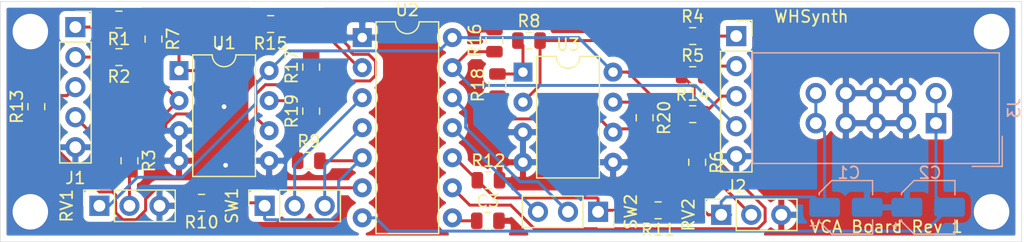
<source format=kicad_pcb>
(kicad_pcb (version 20171130) (host pcbnew "(5.1.2-1)-1")

  (general
    (thickness 1.6)
    (drawings 6)
    (tracks 192)
    (zones 0)
    (modules 33)
    (nets 31)
  )

  (page A4)
  (layers
    (0 F.Cu signal)
    (31 B.Cu signal)
    (32 B.Adhes user)
    (33 F.Adhes user)
    (34 B.Paste user)
    (35 F.Paste user)
    (36 B.SilkS user)
    (37 F.SilkS user)
    (38 B.Mask user)
    (39 F.Mask user)
    (40 Dwgs.User user)
    (41 Cmts.User user)
    (42 Eco1.User user)
    (43 Eco2.User user)
    (44 Edge.Cuts user)
    (45 Margin user)
    (46 B.CrtYd user)
    (47 F.CrtYd user)
    (48 B.Fab user hide)
    (49 F.Fab user hide)
  )

  (setup
    (last_trace_width 0.25)
    (trace_clearance 0.2)
    (zone_clearance 0.508)
    (zone_45_only no)
    (trace_min 0.2)
    (via_size 0.8)
    (via_drill 0.4)
    (via_min_size 0.4)
    (via_min_drill 0.3)
    (user_via 3.2 3)
    (uvia_size 0.3)
    (uvia_drill 0.1)
    (uvias_allowed no)
    (uvia_min_size 0.2)
    (uvia_min_drill 0.1)
    (edge_width 0.05)
    (segment_width 0.2)
    (pcb_text_width 0.3)
    (pcb_text_size 1.5 1.5)
    (mod_edge_width 0.12)
    (mod_text_size 1 1)
    (mod_text_width 0.15)
    (pad_size 1.524 1.524)
    (pad_drill 0.762)
    (pad_to_mask_clearance 0.051)
    (solder_mask_min_width 0.25)
    (aux_axis_origin 0 0)
    (visible_elements FFFFFF7F)
    (pcbplotparams
      (layerselection 0x010fc_ffffffff)
      (usegerberextensions false)
      (usegerberattributes false)
      (usegerberadvancedattributes false)
      (creategerberjobfile false)
      (excludeedgelayer true)
      (linewidth 0.100000)
      (plotframeref false)
      (viasonmask false)
      (mode 1)
      (useauxorigin false)
      (hpglpennumber 1)
      (hpglpenspeed 20)
      (hpglpendiameter 15.000000)
      (psnegative false)
      (psa4output false)
      (plotreference true)
      (plotvalue true)
      (plotinvisibletext false)
      (padsonsilk false)
      (subtractmaskfromsilk false)
      (outputformat 1)
      (mirror false)
      (drillshape 0)
      (scaleselection 1)
      (outputdirectory ""))
  )

  (net 0 "")
  (net 1 GNDREF)
  (net 2 "Net-(J1-Pad4)")
  (net 3 "Net-(J1-Pad3)")
  (net 4 "Net-(J1-Pad2)")
  (net 5 "Net-(J1-Pad1)")
  (net 6 "Net-(J2-Pad1)")
  (net 7 "Net-(J2-Pad2)")
  (net 8 "Net-(J2-Pad3)")
  (net 9 "Net-(J2-Pad4)")
  (net 10 "Net-(R1-Pad1)")
  (net 11 "Net-(R3-Pad2)")
  (net 12 "Net-(R4-Pad1)")
  (net 13 "Net-(R6-Pad2)")
  (net 14 "Net-(R11-Pad1)")
  (net 15 "Net-(R10-Pad1)")
  (net 16 "Net-(R11-Pad2)")
  (net 17 "Net-(R13-Pad1)")
  (net 18 "Net-(R14-Pad1)")
  (net 19 +12V)
  (net 20 "Net-(SW1-Pad2)")
  (net 21 "Net-(SW1-Pad3)")
  (net 22 "Net-(SW2-Pad2)")
  (net 23 "Net-(SW2-Pad3)")
  (net 24 -12V)
  (net 25 "Net-(C3-Pad1)")
  (net 26 "Net-(R17-Pad2)")
  (net 27 "Net-(R18-Pad2)")
  (net 28 "Net-(R19-Pad1)")
  (net 29 "Net-(R17-Pad1)")
  (net 30 "Net-(R18-Pad1)")

  (net_class Default "This is the default net class."
    (clearance 0.2)
    (trace_width 0.25)
    (via_dia 0.8)
    (via_drill 0.4)
    (uvia_dia 0.3)
    (uvia_drill 0.1)
    (add_net +12V)
    (add_net -12V)
    (add_net GNDREF)
    (add_net "Net-(C3-Pad1)")
    (add_net "Net-(J1-Pad1)")
    (add_net "Net-(J1-Pad2)")
    (add_net "Net-(J1-Pad3)")
    (add_net "Net-(J1-Pad4)")
    (add_net "Net-(J2-Pad1)")
    (add_net "Net-(J2-Pad2)")
    (add_net "Net-(J2-Pad3)")
    (add_net "Net-(J2-Pad4)")
    (add_net "Net-(R1-Pad1)")
    (add_net "Net-(R10-Pad1)")
    (add_net "Net-(R11-Pad1)")
    (add_net "Net-(R11-Pad2)")
    (add_net "Net-(R13-Pad1)")
    (add_net "Net-(R14-Pad1)")
    (add_net "Net-(R17-Pad1)")
    (add_net "Net-(R17-Pad2)")
    (add_net "Net-(R18-Pad1)")
    (add_net "Net-(R18-Pad2)")
    (add_net "Net-(R19-Pad1)")
    (add_net "Net-(R3-Pad2)")
    (add_net "Net-(R4-Pad1)")
    (add_net "Net-(R6-Pad2)")
    (add_net "Net-(SW1-Pad2)")
    (add_net "Net-(SW1-Pad3)")
    (add_net "Net-(SW2-Pad2)")
    (add_net "Net-(SW2-Pad3)")
  )

  (module Connector_PinSocket_2.54mm:PinSocket_1x05_P2.54mm_Vertical (layer F.Cu) (tedit 5A19A420) (tstamp 5D369DA2)
    (at 57.15 92.329)
    (descr "Through hole straight socket strip, 1x05, 2.54mm pitch, single row (from Kicad 4.0.7), script generated")
    (tags "Through hole socket strip THT 1x05 2.54mm single row")
    (path /5D52C701)
    (fp_text reference J1 (at 0 12.7635) (layer F.SilkS)
      (effects (font (size 1 1) (thickness 0.15)))
    )
    (fp_text value VCA_IO_A (at 0 12.93) (layer F.Fab)
      (effects (font (size 1 1) (thickness 0.15)))
    )
    (fp_text user %R (at 0 5.08 90) (layer F.Fab)
      (effects (font (size 1 1) (thickness 0.15)))
    )
    (fp_line (start -1.8 11.9) (end -1.8 -1.8) (layer F.CrtYd) (width 0.05))
    (fp_line (start 1.75 11.9) (end -1.8 11.9) (layer F.CrtYd) (width 0.05))
    (fp_line (start 1.75 -1.8) (end 1.75 11.9) (layer F.CrtYd) (width 0.05))
    (fp_line (start -1.8 -1.8) (end 1.75 -1.8) (layer F.CrtYd) (width 0.05))
    (fp_line (start 0 -1.33) (end 1.33 -1.33) (layer F.SilkS) (width 0.12))
    (fp_line (start 1.33 -1.33) (end 1.33 0) (layer F.SilkS) (width 0.12))
    (fp_line (start 1.33 1.27) (end 1.33 11.49) (layer F.SilkS) (width 0.12))
    (fp_line (start -1.33 11.49) (end 1.33 11.49) (layer F.SilkS) (width 0.12))
    (fp_line (start -1.33 1.27) (end -1.33 11.49) (layer F.SilkS) (width 0.12))
    (fp_line (start -1.33 1.27) (end 1.33 1.27) (layer F.SilkS) (width 0.12))
    (fp_line (start -1.27 11.43) (end -1.27 -1.27) (layer F.Fab) (width 0.1))
    (fp_line (start 1.27 11.43) (end -1.27 11.43) (layer F.Fab) (width 0.1))
    (fp_line (start 1.27 -0.635) (end 1.27 11.43) (layer F.Fab) (width 0.1))
    (fp_line (start 0.635 -1.27) (end 1.27 -0.635) (layer F.Fab) (width 0.1))
    (fp_line (start -1.27 -1.27) (end 0.635 -1.27) (layer F.Fab) (width 0.1))
    (pad 5 thru_hole oval (at 0 10.16) (size 1.7 1.7) (drill 1) (layers *.Cu *.Mask)
      (net 1 GNDREF))
    (pad 4 thru_hole oval (at 0 7.62) (size 1.7 1.7) (drill 1) (layers *.Cu *.Mask)
      (net 2 "Net-(J1-Pad4)"))
    (pad 3 thru_hole oval (at 0 5.08) (size 1.7 1.7) (drill 1) (layers *.Cu *.Mask)
      (net 3 "Net-(J1-Pad3)"))
    (pad 2 thru_hole oval (at 0 2.54) (size 1.7 1.7) (drill 1) (layers *.Cu *.Mask)
      (net 4 "Net-(J1-Pad2)"))
    (pad 1 thru_hole rect (at 0 0) (size 1.7 1.7) (drill 1) (layers *.Cu *.Mask)
      (net 5 "Net-(J1-Pad1)"))
    (model ${KISYS3DMOD}/Connector_PinSocket_2.54mm.3dshapes/PinSocket_1x05_P2.54mm_Vertical.wrl
      (at (xyz 0 0 0))
      (scale (xyz 1 1 1))
      (rotate (xyz 0 0 0))
    )
  )

  (module Connector_PinSocket_2.54mm:PinSocket_1x05_P2.54mm_Vertical (layer F.Cu) (tedit 5A19A420) (tstamp 5D369DBB)
    (at 113.03 93.091)
    (descr "Through hole straight socket strip, 1x05, 2.54mm pitch, single row (from Kicad 4.0.7), script generated")
    (tags "Through hole socket strip THT 1x05 2.54mm single row")
    (path /5D4CCA85)
    (fp_text reference J2 (at 0 12.7) (layer F.SilkS)
      (effects (font (size 1 1) (thickness 0.15)))
    )
    (fp_text value VCA_IO_B (at 0 12.93) (layer F.Fab)
      (effects (font (size 1 1) (thickness 0.15)))
    )
    (fp_line (start -1.27 -1.27) (end 0.635 -1.27) (layer F.Fab) (width 0.1))
    (fp_line (start 0.635 -1.27) (end 1.27 -0.635) (layer F.Fab) (width 0.1))
    (fp_line (start 1.27 -0.635) (end 1.27 11.43) (layer F.Fab) (width 0.1))
    (fp_line (start 1.27 11.43) (end -1.27 11.43) (layer F.Fab) (width 0.1))
    (fp_line (start -1.27 11.43) (end -1.27 -1.27) (layer F.Fab) (width 0.1))
    (fp_line (start -1.33 1.27) (end 1.33 1.27) (layer F.SilkS) (width 0.12))
    (fp_line (start -1.33 1.27) (end -1.33 11.49) (layer F.SilkS) (width 0.12))
    (fp_line (start -1.33 11.49) (end 1.33 11.49) (layer F.SilkS) (width 0.12))
    (fp_line (start 1.33 1.27) (end 1.33 11.49) (layer F.SilkS) (width 0.12))
    (fp_line (start 1.33 -1.33) (end 1.33 0) (layer F.SilkS) (width 0.12))
    (fp_line (start 0 -1.33) (end 1.33 -1.33) (layer F.SilkS) (width 0.12))
    (fp_line (start -1.8 -1.8) (end 1.75 -1.8) (layer F.CrtYd) (width 0.05))
    (fp_line (start 1.75 -1.8) (end 1.75 11.9) (layer F.CrtYd) (width 0.05))
    (fp_line (start 1.75 11.9) (end -1.8 11.9) (layer F.CrtYd) (width 0.05))
    (fp_line (start -1.8 11.9) (end -1.8 -1.8) (layer F.CrtYd) (width 0.05))
    (fp_text user %R (at 0 5.08 -270) (layer F.Fab)
      (effects (font (size 1 1) (thickness 0.15)))
    )
    (pad 1 thru_hole rect (at 0 0) (size 1.7 1.7) (drill 1) (layers *.Cu *.Mask)
      (net 6 "Net-(J2-Pad1)"))
    (pad 2 thru_hole oval (at 0 2.54) (size 1.7 1.7) (drill 1) (layers *.Cu *.Mask)
      (net 7 "Net-(J2-Pad2)"))
    (pad 3 thru_hole oval (at 0 5.08) (size 1.7 1.7) (drill 1) (layers *.Cu *.Mask)
      (net 8 "Net-(J2-Pad3)"))
    (pad 4 thru_hole oval (at 0 7.62) (size 1.7 1.7) (drill 1) (layers *.Cu *.Mask)
      (net 9 "Net-(J2-Pad4)"))
    (pad 5 thru_hole oval (at 0 10.16) (size 1.7 1.7) (drill 1) (layers *.Cu *.Mask)
      (net 1 GNDREF))
    (model ${KISYS3DMOD}/Connector_PinSocket_2.54mm.3dshapes/PinSocket_1x05_P2.54mm_Vertical.wrl
      (at (xyz 0 0 0))
      (scale (xyz 1 1 1))
      (rotate (xyz 0 0 0))
    )
  )

  (module Connector_PinSocket_2.54mm:PinSocket_1x03_P2.54mm_Vertical (layer F.Cu) (tedit 5A19A429) (tstamp 5D36C26A)
    (at 59.182 107.442 90)
    (descr "Through hole straight socket strip, 1x03, 2.54mm pitch, single row (from Kicad 4.0.7), script generated")
    (tags "Through hole socket strip THT 1x03 2.54mm single row")
    (path /5D52C69F)
    (fp_text reference RV1 (at 0 -2.77 90) (layer F.SilkS)
      (effects (font (size 1 1) (thickness 0.15)))
    )
    (fp_text value 100K (at 0 7.85 90) (layer F.Fab)
      (effects (font (size 1 1) (thickness 0.15)))
    )
    (fp_text user %R (at 0 2.54) (layer F.Fab)
      (effects (font (size 1 1) (thickness 0.15)))
    )
    (fp_line (start -1.8 6.85) (end -1.8 -1.8) (layer F.CrtYd) (width 0.05))
    (fp_line (start 1.75 6.85) (end -1.8 6.85) (layer F.CrtYd) (width 0.05))
    (fp_line (start 1.75 -1.8) (end 1.75 6.85) (layer F.CrtYd) (width 0.05))
    (fp_line (start -1.8 -1.8) (end 1.75 -1.8) (layer F.CrtYd) (width 0.05))
    (fp_line (start 0 -1.33) (end 1.33 -1.33) (layer F.SilkS) (width 0.12))
    (fp_line (start 1.33 -1.33) (end 1.33 0) (layer F.SilkS) (width 0.12))
    (fp_line (start 1.33 1.27) (end 1.33 6.41) (layer F.SilkS) (width 0.12))
    (fp_line (start -1.33 6.41) (end 1.33 6.41) (layer F.SilkS) (width 0.12))
    (fp_line (start -1.33 1.27) (end -1.33 6.41) (layer F.SilkS) (width 0.12))
    (fp_line (start -1.33 1.27) (end 1.33 1.27) (layer F.SilkS) (width 0.12))
    (fp_line (start -1.27 6.35) (end -1.27 -1.27) (layer F.Fab) (width 0.1))
    (fp_line (start 1.27 6.35) (end -1.27 6.35) (layer F.Fab) (width 0.1))
    (fp_line (start 1.27 -0.635) (end 1.27 6.35) (layer F.Fab) (width 0.1))
    (fp_line (start 0.635 -1.27) (end 1.27 -0.635) (layer F.Fab) (width 0.1))
    (fp_line (start -1.27 -1.27) (end 0.635 -1.27) (layer F.Fab) (width 0.1))
    (pad 3 thru_hole oval (at 0 5.08 90) (size 1.7 1.7) (drill 1) (layers *.Cu *.Mask)
      (net 1 GNDREF))
    (pad 2 thru_hole oval (at 0 2.54 90) (size 1.7 1.7) (drill 1) (layers *.Cu *.Mask)
      (net 11 "Net-(R3-Pad2)"))
    (pad 1 thru_hole rect (at 0 0 90) (size 1.7 1.7) (drill 1) (layers *.Cu *.Mask)
      (net 19 +12V))
    (model ${KISYS3DMOD}/Connector_PinSocket_2.54mm.3dshapes/PinSocket_1x03_P2.54mm_Vertical.wrl
      (at (xyz 0 0 0))
      (scale (xyz 1 1 1))
      (rotate (xyz 0 0 0))
    )
  )

  (module Connector_PinSocket_2.54mm:PinSocket_1x03_P2.54mm_Vertical (layer F.Cu) (tedit 5A19A429) (tstamp 5D369F59)
    (at 111.76 108.204 90)
    (descr "Through hole straight socket strip, 1x03, 2.54mm pitch, single row (from Kicad 4.0.7), script generated")
    (tags "Through hole socket strip THT 1x03 2.54mm single row")
    (path /5D45AC7A)
    (fp_text reference RV2 (at 0 -2.77 90) (layer F.SilkS)
      (effects (font (size 1 1) (thickness 0.15)))
    )
    (fp_text value 100K (at 0 7.85 90) (layer F.Fab)
      (effects (font (size 1 1) (thickness 0.15)))
    )
    (fp_text user %R (at 0 2.54) (layer F.Fab)
      (effects (font (size 1 1) (thickness 0.15)))
    )
    (fp_line (start -1.8 6.85) (end -1.8 -1.8) (layer F.CrtYd) (width 0.05))
    (fp_line (start 1.75 6.85) (end -1.8 6.85) (layer F.CrtYd) (width 0.05))
    (fp_line (start 1.75 -1.8) (end 1.75 6.85) (layer F.CrtYd) (width 0.05))
    (fp_line (start -1.8 -1.8) (end 1.75 -1.8) (layer F.CrtYd) (width 0.05))
    (fp_line (start 0 -1.33) (end 1.33 -1.33) (layer F.SilkS) (width 0.12))
    (fp_line (start 1.33 -1.33) (end 1.33 0) (layer F.SilkS) (width 0.12))
    (fp_line (start 1.33 1.27) (end 1.33 6.41) (layer F.SilkS) (width 0.12))
    (fp_line (start -1.33 6.41) (end 1.33 6.41) (layer F.SilkS) (width 0.12))
    (fp_line (start -1.33 1.27) (end -1.33 6.41) (layer F.SilkS) (width 0.12))
    (fp_line (start -1.33 1.27) (end 1.33 1.27) (layer F.SilkS) (width 0.12))
    (fp_line (start -1.27 6.35) (end -1.27 -1.27) (layer F.Fab) (width 0.1))
    (fp_line (start 1.27 6.35) (end -1.27 6.35) (layer F.Fab) (width 0.1))
    (fp_line (start 1.27 -0.635) (end 1.27 6.35) (layer F.Fab) (width 0.1))
    (fp_line (start 0.635 -1.27) (end 1.27 -0.635) (layer F.Fab) (width 0.1))
    (fp_line (start -1.27 -1.27) (end 0.635 -1.27) (layer F.Fab) (width 0.1))
    (pad 3 thru_hole oval (at 0 5.08 90) (size 1.7 1.7) (drill 1) (layers *.Cu *.Mask)
      (net 1 GNDREF))
    (pad 2 thru_hole oval (at 0 2.54 90) (size 1.7 1.7) (drill 1) (layers *.Cu *.Mask)
      (net 13 "Net-(R6-Pad2)"))
    (pad 1 thru_hole rect (at 0 0 90) (size 1.7 1.7) (drill 1) (layers *.Cu *.Mask)
      (net 19 +12V))
    (model ${KISYS3DMOD}/Connector_PinSocket_2.54mm.3dshapes/PinSocket_1x03_P2.54mm_Vertical.wrl
      (at (xyz 0 0 0))
      (scale (xyz 1 1 1))
      (rotate (xyz 0 0 0))
    )
  )

  (module Connector_PinSocket_2.54mm:PinSocket_1x03_P2.54mm_Vertical (layer F.Cu) (tedit 5A19A429) (tstamp 5D369F70)
    (at 73.152 107.442 90)
    (descr "Through hole straight socket strip, 1x03, 2.54mm pitch, single row (from Kicad 4.0.7), script generated")
    (tags "Through hole socket strip THT 1x03 2.54mm single row")
    (path /5D52C67C)
    (fp_text reference SW1 (at 0 -2.77 90) (layer F.SilkS)
      (effects (font (size 1 1) (thickness 0.15)))
    )
    (fp_text value LIN_LOG (at 0 7.85 90) (layer F.Fab)
      (effects (font (size 1 1) (thickness 0.15)))
    )
    (fp_line (start -1.27 -1.27) (end 0.635 -1.27) (layer F.Fab) (width 0.1))
    (fp_line (start 0.635 -1.27) (end 1.27 -0.635) (layer F.Fab) (width 0.1))
    (fp_line (start 1.27 -0.635) (end 1.27 6.35) (layer F.Fab) (width 0.1))
    (fp_line (start 1.27 6.35) (end -1.27 6.35) (layer F.Fab) (width 0.1))
    (fp_line (start -1.27 6.35) (end -1.27 -1.27) (layer F.Fab) (width 0.1))
    (fp_line (start -1.33 1.27) (end 1.33 1.27) (layer F.SilkS) (width 0.12))
    (fp_line (start -1.33 1.27) (end -1.33 6.41) (layer F.SilkS) (width 0.12))
    (fp_line (start -1.33 6.41) (end 1.33 6.41) (layer F.SilkS) (width 0.12))
    (fp_line (start 1.33 1.27) (end 1.33 6.41) (layer F.SilkS) (width 0.12))
    (fp_line (start 1.33 -1.33) (end 1.33 0) (layer F.SilkS) (width 0.12))
    (fp_line (start 0 -1.33) (end 1.33 -1.33) (layer F.SilkS) (width 0.12))
    (fp_line (start -1.8 -1.8) (end 1.75 -1.8) (layer F.CrtYd) (width 0.05))
    (fp_line (start 1.75 -1.8) (end 1.75 6.85) (layer F.CrtYd) (width 0.05))
    (fp_line (start 1.75 6.85) (end -1.8 6.85) (layer F.CrtYd) (width 0.05))
    (fp_line (start -1.8 6.85) (end -1.8 -1.8) (layer F.CrtYd) (width 0.05))
    (fp_text user %R (at 0 2.54) (layer F.Fab)
      (effects (font (size 1 1) (thickness 0.15)))
    )
    (pad 1 thru_hole rect (at 0 0 90) (size 1.7 1.7) (drill 1) (layers *.Cu *.Mask)
      (net 15 "Net-(R10-Pad1)"))
    (pad 2 thru_hole oval (at 0 2.54 90) (size 1.7 1.7) (drill 1) (layers *.Cu *.Mask)
      (net 20 "Net-(SW1-Pad2)"))
    (pad 3 thru_hole oval (at 0 5.08 90) (size 1.7 1.7) (drill 1) (layers *.Cu *.Mask)
      (net 21 "Net-(SW1-Pad3)"))
    (model ${KISYS3DMOD}/Connector_PinSocket_2.54mm.3dshapes/PinSocket_1x03_P2.54mm_Vertical.wrl
      (at (xyz 0 0 0))
      (scale (xyz 1 1 1))
      (rotate (xyz 0 0 0))
    )
  )

  (module Connector_PinSocket_2.54mm:PinSocket_1x03_P2.54mm_Vertical (layer F.Cu) (tedit 5A19A429) (tstamp 5D369F87)
    (at 101.346 107.95 270)
    (descr "Through hole straight socket strip, 1x03, 2.54mm pitch, single row (from Kicad 4.0.7), script generated")
    (tags "Through hole socket strip THT 1x03 2.54mm single row")
    (path /5D4431AA)
    (fp_text reference SW2 (at 0 -2.77 90) (layer F.SilkS)
      (effects (font (size 1 1) (thickness 0.15)))
    )
    (fp_text value LIN_LOG (at 0 7.85 90) (layer F.Fab)
      (effects (font (size 1 1) (thickness 0.15)))
    )
    (fp_line (start -1.27 -1.27) (end 0.635 -1.27) (layer F.Fab) (width 0.1))
    (fp_line (start 0.635 -1.27) (end 1.27 -0.635) (layer F.Fab) (width 0.1))
    (fp_line (start 1.27 -0.635) (end 1.27 6.35) (layer F.Fab) (width 0.1))
    (fp_line (start 1.27 6.35) (end -1.27 6.35) (layer F.Fab) (width 0.1))
    (fp_line (start -1.27 6.35) (end -1.27 -1.27) (layer F.Fab) (width 0.1))
    (fp_line (start -1.33 1.27) (end 1.33 1.27) (layer F.SilkS) (width 0.12))
    (fp_line (start -1.33 1.27) (end -1.33 6.41) (layer F.SilkS) (width 0.12))
    (fp_line (start -1.33 6.41) (end 1.33 6.41) (layer F.SilkS) (width 0.12))
    (fp_line (start 1.33 1.27) (end 1.33 6.41) (layer F.SilkS) (width 0.12))
    (fp_line (start 1.33 -1.33) (end 1.33 0) (layer F.SilkS) (width 0.12))
    (fp_line (start 0 -1.33) (end 1.33 -1.33) (layer F.SilkS) (width 0.12))
    (fp_line (start -1.8 -1.8) (end 1.75 -1.8) (layer F.CrtYd) (width 0.05))
    (fp_line (start 1.75 -1.8) (end 1.75 6.85) (layer F.CrtYd) (width 0.05))
    (fp_line (start 1.75 6.85) (end -1.8 6.85) (layer F.CrtYd) (width 0.05))
    (fp_line (start -1.8 6.85) (end -1.8 -1.8) (layer F.CrtYd) (width 0.05))
    (fp_text user %R (at 0 2.54) (layer F.Fab)
      (effects (font (size 1 1) (thickness 0.15)))
    )
    (pad 1 thru_hole rect (at 0 0 270) (size 1.7 1.7) (drill 1) (layers *.Cu *.Mask)
      (net 16 "Net-(R11-Pad2)"))
    (pad 2 thru_hole oval (at 0 2.54 270) (size 1.7 1.7) (drill 1) (layers *.Cu *.Mask)
      (net 22 "Net-(SW2-Pad2)"))
    (pad 3 thru_hole oval (at 0 5.08 270) (size 1.7 1.7) (drill 1) (layers *.Cu *.Mask)
      (net 23 "Net-(SW2-Pad3)"))
    (model ${KISYS3DMOD}/Connector_PinSocket_2.54mm.3dshapes/PinSocket_1x03_P2.54mm_Vertical.wrl
      (at (xyz 0 0 0))
      (scale (xyz 1 1 1))
      (rotate (xyz 0 0 0))
    )
  )

  (module Package_DIP:DIP-8_W7.62mm (layer F.Cu) (tedit 5A02E8C5) (tstamp 5D369FA3)
    (at 65.913 96.012)
    (descr "8-lead though-hole mounted DIP package, row spacing 7.62 mm (300 mils)")
    (tags "THT DIP DIL PDIP 2.54mm 7.62mm 300mil")
    (path /5D4BC0F4)
    (fp_text reference U1 (at 3.81 -2.33) (layer F.SilkS)
      (effects (font (size 1 1) (thickness 0.15)))
    )
    (fp_text value TL072 (at 3.81 9.95) (layer F.Fab)
      (effects (font (size 1 1) (thickness 0.15)))
    )
    (fp_arc (start 3.81 -1.33) (end 2.81 -1.33) (angle -180) (layer F.SilkS) (width 0.12))
    (fp_line (start 1.635 -1.27) (end 6.985 -1.27) (layer F.Fab) (width 0.1))
    (fp_line (start 6.985 -1.27) (end 6.985 8.89) (layer F.Fab) (width 0.1))
    (fp_line (start 6.985 8.89) (end 0.635 8.89) (layer F.Fab) (width 0.1))
    (fp_line (start 0.635 8.89) (end 0.635 -0.27) (layer F.Fab) (width 0.1))
    (fp_line (start 0.635 -0.27) (end 1.635 -1.27) (layer F.Fab) (width 0.1))
    (fp_line (start 2.81 -1.33) (end 1.16 -1.33) (layer F.SilkS) (width 0.12))
    (fp_line (start 1.16 -1.33) (end 1.16 8.95) (layer F.SilkS) (width 0.12))
    (fp_line (start 1.16 8.95) (end 6.46 8.95) (layer F.SilkS) (width 0.12))
    (fp_line (start 6.46 8.95) (end 6.46 -1.33) (layer F.SilkS) (width 0.12))
    (fp_line (start 6.46 -1.33) (end 4.81 -1.33) (layer F.SilkS) (width 0.12))
    (fp_line (start -1.1 -1.55) (end -1.1 9.15) (layer F.CrtYd) (width 0.05))
    (fp_line (start -1.1 9.15) (end 8.7 9.15) (layer F.CrtYd) (width 0.05))
    (fp_line (start 8.7 9.15) (end 8.7 -1.55) (layer F.CrtYd) (width 0.05))
    (fp_line (start 8.7 -1.55) (end -1.1 -1.55) (layer F.CrtYd) (width 0.05))
    (fp_text user %R (at 3.81 3.81) (layer F.Fab)
      (effects (font (size 1 1) (thickness 0.15)))
    )
    (pad 1 thru_hole rect (at 0 0) (size 1.6 1.6) (drill 0.8) (layers *.Cu *.Mask)
      (net 26 "Net-(R17-Pad2)"))
    (pad 5 thru_hole oval (at 7.62 7.62) (size 1.6 1.6) (drill 0.8) (layers *.Cu *.Mask)
      (net 1 GNDREF))
    (pad 2 thru_hole oval (at 0 2.54) (size 1.6 1.6) (drill 0.8) (layers *.Cu *.Mask)
      (net 10 "Net-(R1-Pad1)"))
    (pad 6 thru_hole oval (at 7.62 5.08) (size 1.6 1.6) (drill 0.8) (layers *.Cu *.Mask)
      (net 29 "Net-(R17-Pad1)"))
    (pad 3 thru_hole oval (at 0 5.08) (size 1.6 1.6) (drill 0.8) (layers *.Cu *.Mask)
      (net 1 GNDREF))
    (pad 7 thru_hole oval (at 7.62 2.54) (size 1.6 1.6) (drill 0.8) (layers *.Cu *.Mask)
      (net 28 "Net-(R19-Pad1)"))
    (pad 4 thru_hole oval (at 0 7.62) (size 1.6 1.6) (drill 0.8) (layers *.Cu *.Mask)
      (net 1 GNDREF))
    (pad 8 thru_hole oval (at 7.62 0) (size 1.6 1.6) (drill 0.8) (layers *.Cu *.Mask)
      (net 19 +12V))
    (model ${KISYS3DMOD}/Package_DIP.3dshapes/DIP-8_W7.62mm.wrl
      (at (xyz 0 0 0))
      (scale (xyz 1 1 1))
      (rotate (xyz 0 0 0))
    )
  )

  (module Package_DIP:DIP-14_W7.62mm (layer F.Cu) (tedit 5A02E8C5) (tstamp 5D369FC5)
    (at 81.407 93.218)
    (descr "14-lead though-hole mounted DIP package, row spacing 7.62 mm (300 mils)")
    (tags "THT DIP DIL PDIP 2.54mm 7.62mm 300mil")
    (path /5D43CC4C)
    (fp_text reference U2 (at 3.81 -2.33) (layer F.SilkS)
      (effects (font (size 1 1) (thickness 0.15)))
    )
    (fp_text value AS3360 (at 3.81 17.57) (layer F.Fab)
      (effects (font (size 1 1) (thickness 0.15)))
    )
    (fp_arc (start 3.81 -1.33) (end 2.81 -1.33) (angle -180) (layer F.SilkS) (width 0.12))
    (fp_line (start 1.635 -1.27) (end 6.985 -1.27) (layer F.Fab) (width 0.1))
    (fp_line (start 6.985 -1.27) (end 6.985 16.51) (layer F.Fab) (width 0.1))
    (fp_line (start 6.985 16.51) (end 0.635 16.51) (layer F.Fab) (width 0.1))
    (fp_line (start 0.635 16.51) (end 0.635 -0.27) (layer F.Fab) (width 0.1))
    (fp_line (start 0.635 -0.27) (end 1.635 -1.27) (layer F.Fab) (width 0.1))
    (fp_line (start 2.81 -1.33) (end 1.16 -1.33) (layer F.SilkS) (width 0.12))
    (fp_line (start 1.16 -1.33) (end 1.16 16.57) (layer F.SilkS) (width 0.12))
    (fp_line (start 1.16 16.57) (end 6.46 16.57) (layer F.SilkS) (width 0.12))
    (fp_line (start 6.46 16.57) (end 6.46 -1.33) (layer F.SilkS) (width 0.12))
    (fp_line (start 6.46 -1.33) (end 4.81 -1.33) (layer F.SilkS) (width 0.12))
    (fp_line (start -1.1 -1.55) (end -1.1 16.8) (layer F.CrtYd) (width 0.05))
    (fp_line (start -1.1 16.8) (end 8.7 16.8) (layer F.CrtYd) (width 0.05))
    (fp_line (start 8.7 16.8) (end 8.7 -1.55) (layer F.CrtYd) (width 0.05))
    (fp_line (start 8.7 -1.55) (end -1.1 -1.55) (layer F.CrtYd) (width 0.05))
    (fp_text user %R (at 3.81 7.62) (layer F.Fab)
      (effects (font (size 1 1) (thickness 0.15)))
    )
    (pad 1 thru_hole rect (at 0 0) (size 1.6 1.6) (drill 0.8) (layers *.Cu *.Mask)
      (net 1 GNDREF))
    (pad 8 thru_hole oval (at 7.62 15.24) (size 1.6 1.6) (drill 0.8) (layers *.Cu *.Mask)
      (net 25 "Net-(C3-Pad1)"))
    (pad 2 thru_hole oval (at 0 2.54) (size 1.6 1.6) (drill 0.8) (layers *.Cu *.Mask)
      (net 2 "Net-(J1-Pad4)"))
    (pad 9 thru_hole oval (at 7.62 12.7) (size 1.6 1.6) (drill 0.8) (layers *.Cu *.Mask)
      (net 18 "Net-(R14-Pad1)"))
    (pad 3 thru_hole oval (at 0 5.08) (size 1.6 1.6) (drill 0.8) (layers *.Cu *.Mask)
      (net 20 "Net-(SW1-Pad2)"))
    (pad 10 thru_hole oval (at 7.62 10.16) (size 1.6 1.6) (drill 0.8) (layers *.Cu *.Mask)
      (net 16 "Net-(R11-Pad2)"))
    (pad 4 thru_hole oval (at 0 7.62) (size 1.6 1.6) (drill 0.8) (layers *.Cu *.Mask)
      (net 21 "Net-(SW1-Pad3)"))
    (pad 11 thru_hole oval (at 7.62 7.62) (size 1.6 1.6) (drill 0.8) (layers *.Cu *.Mask)
      (net 23 "Net-(SW2-Pad3)"))
    (pad 5 thru_hole oval (at 0 10.16) (size 1.6 1.6) (drill 0.8) (layers *.Cu *.Mask)
      (net 15 "Net-(R10-Pad1)"))
    (pad 12 thru_hole oval (at 7.62 5.08) (size 1.6 1.6) (drill 0.8) (layers *.Cu *.Mask)
      (net 22 "Net-(SW2-Pad2)"))
    (pad 6 thru_hole oval (at 0 12.7) (size 1.6 1.6) (drill 0.8) (layers *.Cu *.Mask)
      (net 17 "Net-(R13-Pad1)"))
    (pad 13 thru_hole oval (at 7.62 2.54) (size 1.6 1.6) (drill 0.8) (layers *.Cu *.Mask)
      (net 9 "Net-(J2-Pad4)"))
    (pad 7 thru_hole oval (at 0 15.24) (size 1.6 1.6) (drill 0.8) (layers *.Cu *.Mask)
      (net 24 -12V))
    (pad 14 thru_hole oval (at 7.62 0) (size 1.6 1.6) (drill 0.8) (layers *.Cu *.Mask)
      (net 19 +12V))
    (model ${KISYS3DMOD}/Package_DIP.3dshapes/DIP-14_W7.62mm.wrl
      (at (xyz 0 0 0))
      (scale (xyz 1 1 1))
      (rotate (xyz 0 0 0))
    )
  )

  (module Connector_IDC:IDC-Header_2x05_P2.54mm_Vertical (layer B.Cu) (tedit 59DE0611) (tstamp 5D5D619F)
    (at 129.921 100.457 90)
    (descr "Through hole straight IDC box header, 2x05, 2.54mm pitch, double rows")
    (tags "Through hole IDC box header THT 2x05 2.54mm double row")
    (path /5D39E8BC)
    (fp_text reference J3 (at 1.27 6.604 270) (layer B.SilkS)
      (effects (font (size 1 1) (thickness 0.15)) (justify mirror))
    )
    (fp_text value Power (at 1.27 -16.764 270) (layer B.Fab)
      (effects (font (size 1 1) (thickness 0.15)) (justify mirror))
    )
    (fp_text user %R (at 1.27 -5.08 270) (layer B.Fab)
      (effects (font (size 1 1) (thickness 0.15)) (justify mirror))
    )
    (fp_line (start 5.695 5.1) (end 5.695 -15.26) (layer B.Fab) (width 0.1))
    (fp_line (start 5.145 4.56) (end 5.145 -14.7) (layer B.Fab) (width 0.1))
    (fp_line (start -3.155 5.1) (end -3.155 -15.26) (layer B.Fab) (width 0.1))
    (fp_line (start -2.605 4.56) (end -2.605 -2.83) (layer B.Fab) (width 0.1))
    (fp_line (start -2.605 -7.33) (end -2.605 -14.7) (layer B.Fab) (width 0.1))
    (fp_line (start -2.605 -2.83) (end -3.155 -2.83) (layer B.Fab) (width 0.1))
    (fp_line (start -2.605 -7.33) (end -3.155 -7.33) (layer B.Fab) (width 0.1))
    (fp_line (start 5.695 5.1) (end -3.155 5.1) (layer B.Fab) (width 0.1))
    (fp_line (start 5.145 4.56) (end -2.605 4.56) (layer B.Fab) (width 0.1))
    (fp_line (start 5.695 -15.26) (end -3.155 -15.26) (layer B.Fab) (width 0.1))
    (fp_line (start 5.145 -14.7) (end -2.605 -14.7) (layer B.Fab) (width 0.1))
    (fp_line (start 5.695 5.1) (end 5.145 4.56) (layer B.Fab) (width 0.1))
    (fp_line (start 5.695 -15.26) (end 5.145 -14.7) (layer B.Fab) (width 0.1))
    (fp_line (start -3.155 5.1) (end -2.605 4.56) (layer B.Fab) (width 0.1))
    (fp_line (start -3.155 -15.26) (end -2.605 -14.7) (layer B.Fab) (width 0.1))
    (fp_line (start 5.95 5.35) (end 5.95 -15.51) (layer B.CrtYd) (width 0.05))
    (fp_line (start 5.95 -15.51) (end -3.41 -15.51) (layer B.CrtYd) (width 0.05))
    (fp_line (start -3.41 -15.51) (end -3.41 5.35) (layer B.CrtYd) (width 0.05))
    (fp_line (start -3.41 5.35) (end 5.95 5.35) (layer B.CrtYd) (width 0.05))
    (fp_line (start 5.945 5.35) (end 5.945 -15.51) (layer B.SilkS) (width 0.12))
    (fp_line (start 5.945 -15.51) (end -3.405 -15.51) (layer B.SilkS) (width 0.12))
    (fp_line (start -3.405 -15.51) (end -3.405 5.35) (layer B.SilkS) (width 0.12))
    (fp_line (start -3.405 5.35) (end 5.945 5.35) (layer B.SilkS) (width 0.12))
    (fp_line (start -3.655 5.6) (end -3.655 3.06) (layer B.SilkS) (width 0.12))
    (fp_line (start -3.655 5.6) (end -1.115 5.6) (layer B.SilkS) (width 0.12))
    (pad 1 thru_hole rect (at 0 0 90) (size 1.7272 1.7272) (drill 1.016) (layers *.Cu *.Mask)
      (net 24 -12V))
    (pad 2 thru_hole oval (at 2.54 0 90) (size 1.7272 1.7272) (drill 1.016) (layers *.Cu *.Mask)
      (net 24 -12V))
    (pad 3 thru_hole oval (at 0 -2.54 90) (size 1.7272 1.7272) (drill 1.016) (layers *.Cu *.Mask)
      (net 1 GNDREF))
    (pad 4 thru_hole oval (at 2.54 -2.54 90) (size 1.7272 1.7272) (drill 1.016) (layers *.Cu *.Mask)
      (net 1 GNDREF))
    (pad 5 thru_hole oval (at 0 -5.08 90) (size 1.7272 1.7272) (drill 1.016) (layers *.Cu *.Mask)
      (net 1 GNDREF))
    (pad 6 thru_hole oval (at 2.54 -5.08 90) (size 1.7272 1.7272) (drill 1.016) (layers *.Cu *.Mask)
      (net 1 GNDREF))
    (pad 7 thru_hole oval (at 0 -7.62 90) (size 1.7272 1.7272) (drill 1.016) (layers *.Cu *.Mask)
      (net 1 GNDREF))
    (pad 8 thru_hole oval (at 2.54 -7.62 90) (size 1.7272 1.7272) (drill 1.016) (layers *.Cu *.Mask)
      (net 1 GNDREF))
    (pad 9 thru_hole oval (at 0 -10.16 90) (size 1.7272 1.7272) (drill 1.016) (layers *.Cu *.Mask)
      (net 19 +12V))
    (pad 10 thru_hole oval (at 2.54 -10.16 90) (size 1.7272 1.7272) (drill 1.016) (layers *.Cu *.Mask)
      (net 19 +12V))
    (model ${KISYS3DMOD}/Connector_IDC.3dshapes/IDC-Header_2x05_P2.54mm_Vertical.wrl
      (at (xyz 0 0 0))
      (scale (xyz 1 1 1))
      (rotate (xyz 0 0 0))
    )
  )

  (module Capacitor_SMD:CP_Elec_4x3 (layer B.Cu) (tedit 5BCA39CF) (tstamp 5D5D5FF1)
    (at 122.301 107.569)
    (descr "SMD capacitor, aluminum electrolytic, Nichicon, 4.0x3mm")
    (tags "capacitor electrolytic")
    (path /5D658C89)
    (attr smd)
    (fp_text reference C1 (at 0.254 -2.921) (layer B.SilkS)
      (effects (font (size 1 1) (thickness 0.15)) (justify mirror))
    )
    (fp_text value 10uF (at 0 -3.2) (layer B.Fab)
      (effects (font (size 1 1) (thickness 0.15)) (justify mirror))
    )
    (fp_circle (center 0 0) (end 2 0) (layer B.Fab) (width 0.1))
    (fp_line (start 2.15 2.15) (end 2.15 -2.15) (layer B.Fab) (width 0.1))
    (fp_line (start -1.15 2.15) (end 2.15 2.15) (layer B.Fab) (width 0.1))
    (fp_line (start -1.15 -2.15) (end 2.15 -2.15) (layer B.Fab) (width 0.1))
    (fp_line (start -2.15 1.15) (end -2.15 -1.15) (layer B.Fab) (width 0.1))
    (fp_line (start -2.15 1.15) (end -1.15 2.15) (layer B.Fab) (width 0.1))
    (fp_line (start -2.15 -1.15) (end -1.15 -2.15) (layer B.Fab) (width 0.1))
    (fp_line (start -1.574773 1) (end -1.174773 1) (layer B.Fab) (width 0.1))
    (fp_line (start -1.374773 1.2) (end -1.374773 0.8) (layer B.Fab) (width 0.1))
    (fp_line (start 2.26 -2.26) (end 2.26 -1.06) (layer B.SilkS) (width 0.12))
    (fp_line (start 2.26 2.26) (end 2.26 1.06) (layer B.SilkS) (width 0.12))
    (fp_line (start -1.195563 2.26) (end 2.26 2.26) (layer B.SilkS) (width 0.12))
    (fp_line (start -1.195563 -2.26) (end 2.26 -2.26) (layer B.SilkS) (width 0.12))
    (fp_line (start -2.26 -1.195563) (end -2.26 -1.06) (layer B.SilkS) (width 0.12))
    (fp_line (start -2.26 1.195563) (end -2.26 1.06) (layer B.SilkS) (width 0.12))
    (fp_line (start -2.26 1.195563) (end -1.195563 2.26) (layer B.SilkS) (width 0.12))
    (fp_line (start -2.26 -1.195563) (end -1.195563 -2.26) (layer B.SilkS) (width 0.12))
    (fp_line (start -3 1.56) (end -2.5 1.56) (layer B.SilkS) (width 0.12))
    (fp_line (start -2.75 1.81) (end -2.75 1.31) (layer B.SilkS) (width 0.12))
    (fp_line (start 2.4 2.4) (end 2.4 1.05) (layer B.CrtYd) (width 0.05))
    (fp_line (start 2.4 1.05) (end 3.35 1.05) (layer B.CrtYd) (width 0.05))
    (fp_line (start 3.35 1.05) (end 3.35 -1.05) (layer B.CrtYd) (width 0.05))
    (fp_line (start 3.35 -1.05) (end 2.4 -1.05) (layer B.CrtYd) (width 0.05))
    (fp_line (start 2.4 -1.05) (end 2.4 -2.4) (layer B.CrtYd) (width 0.05))
    (fp_line (start -1.25 -2.4) (end 2.4 -2.4) (layer B.CrtYd) (width 0.05))
    (fp_line (start -1.25 2.4) (end 2.4 2.4) (layer B.CrtYd) (width 0.05))
    (fp_line (start -2.4 -1.25) (end -1.25 -2.4) (layer B.CrtYd) (width 0.05))
    (fp_line (start -2.4 1.25) (end -1.25 2.4) (layer B.CrtYd) (width 0.05))
    (fp_line (start -2.4 1.25) (end -2.4 1.05) (layer B.CrtYd) (width 0.05))
    (fp_line (start -2.4 -1.05) (end -2.4 -1.25) (layer B.CrtYd) (width 0.05))
    (fp_line (start -2.4 1.05) (end -3.35 1.05) (layer B.CrtYd) (width 0.05))
    (fp_line (start -3.35 1.05) (end -3.35 -1.05) (layer B.CrtYd) (width 0.05))
    (fp_line (start -3.35 -1.05) (end -2.4 -1.05) (layer B.CrtYd) (width 0.05))
    (fp_text user %R (at 0 0) (layer B.Fab)
      (effects (font (size 0.8 0.8) (thickness 0.12)) (justify mirror))
    )
    (pad 1 smd roundrect (at -1.8 0) (size 2.6 1.6) (layers B.Cu B.Paste B.Mask) (roundrect_rratio 0.15625)
      (net 19 +12V))
    (pad 2 smd roundrect (at 1.8 0) (size 2.6 1.6) (layers B.Cu B.Paste B.Mask) (roundrect_rratio 0.15625)
      (net 1 GNDREF))
    (model ${KISYS3DMOD}/Capacitor_SMD.3dshapes/CP_Elec_4x3.wrl
      (at (xyz 0 0 0))
      (scale (xyz 1 1 1))
      (rotate (xyz 0 0 0))
    )
  )

  (module Capacitor_SMD:CP_Elec_4x3 (layer B.Cu) (tedit 5BCA39CF) (tstamp 5D5D60DB)
    (at 129.264 107.569)
    (descr "SMD capacitor, aluminum electrolytic, Nichicon, 4.0x3mm")
    (tags "capacitor electrolytic")
    (path /5D6591AB)
    (attr smd)
    (fp_text reference C2 (at 0.149 -2.921) (layer B.SilkS)
      (effects (font (size 1 1) (thickness 0.15)) (justify mirror))
    )
    (fp_text value 10uF (at 0 -3.2) (layer B.Fab)
      (effects (font (size 1 1) (thickness 0.15)) (justify mirror))
    )
    (fp_text user %R (at 0 0) (layer B.Fab)
      (effects (font (size 0.8 0.8) (thickness 0.12)) (justify mirror))
    )
    (fp_line (start -3.35 -1.05) (end -2.4 -1.05) (layer B.CrtYd) (width 0.05))
    (fp_line (start -3.35 1.05) (end -3.35 -1.05) (layer B.CrtYd) (width 0.05))
    (fp_line (start -2.4 1.05) (end -3.35 1.05) (layer B.CrtYd) (width 0.05))
    (fp_line (start -2.4 -1.05) (end -2.4 -1.25) (layer B.CrtYd) (width 0.05))
    (fp_line (start -2.4 1.25) (end -2.4 1.05) (layer B.CrtYd) (width 0.05))
    (fp_line (start -2.4 1.25) (end -1.25 2.4) (layer B.CrtYd) (width 0.05))
    (fp_line (start -2.4 -1.25) (end -1.25 -2.4) (layer B.CrtYd) (width 0.05))
    (fp_line (start -1.25 2.4) (end 2.4 2.4) (layer B.CrtYd) (width 0.05))
    (fp_line (start -1.25 -2.4) (end 2.4 -2.4) (layer B.CrtYd) (width 0.05))
    (fp_line (start 2.4 -1.05) (end 2.4 -2.4) (layer B.CrtYd) (width 0.05))
    (fp_line (start 3.35 -1.05) (end 2.4 -1.05) (layer B.CrtYd) (width 0.05))
    (fp_line (start 3.35 1.05) (end 3.35 -1.05) (layer B.CrtYd) (width 0.05))
    (fp_line (start 2.4 1.05) (end 3.35 1.05) (layer B.CrtYd) (width 0.05))
    (fp_line (start 2.4 2.4) (end 2.4 1.05) (layer B.CrtYd) (width 0.05))
    (fp_line (start -2.75 1.81) (end -2.75 1.31) (layer B.SilkS) (width 0.12))
    (fp_line (start -3 1.56) (end -2.5 1.56) (layer B.SilkS) (width 0.12))
    (fp_line (start -2.26 -1.195563) (end -1.195563 -2.26) (layer B.SilkS) (width 0.12))
    (fp_line (start -2.26 1.195563) (end -1.195563 2.26) (layer B.SilkS) (width 0.12))
    (fp_line (start -2.26 1.195563) (end -2.26 1.06) (layer B.SilkS) (width 0.12))
    (fp_line (start -2.26 -1.195563) (end -2.26 -1.06) (layer B.SilkS) (width 0.12))
    (fp_line (start -1.195563 -2.26) (end 2.26 -2.26) (layer B.SilkS) (width 0.12))
    (fp_line (start -1.195563 2.26) (end 2.26 2.26) (layer B.SilkS) (width 0.12))
    (fp_line (start 2.26 2.26) (end 2.26 1.06) (layer B.SilkS) (width 0.12))
    (fp_line (start 2.26 -2.26) (end 2.26 -1.06) (layer B.SilkS) (width 0.12))
    (fp_line (start -1.374773 1.2) (end -1.374773 0.8) (layer B.Fab) (width 0.1))
    (fp_line (start -1.574773 1) (end -1.174773 1) (layer B.Fab) (width 0.1))
    (fp_line (start -2.15 -1.15) (end -1.15 -2.15) (layer B.Fab) (width 0.1))
    (fp_line (start -2.15 1.15) (end -1.15 2.15) (layer B.Fab) (width 0.1))
    (fp_line (start -2.15 1.15) (end -2.15 -1.15) (layer B.Fab) (width 0.1))
    (fp_line (start -1.15 -2.15) (end 2.15 -2.15) (layer B.Fab) (width 0.1))
    (fp_line (start -1.15 2.15) (end 2.15 2.15) (layer B.Fab) (width 0.1))
    (fp_line (start 2.15 2.15) (end 2.15 -2.15) (layer B.Fab) (width 0.1))
    (fp_circle (center 0 0) (end 2 0) (layer B.Fab) (width 0.1))
    (pad 2 smd roundrect (at 1.8 0) (size 2.6 1.6) (layers B.Cu B.Paste B.Mask) (roundrect_rratio 0.15625)
      (net 24 -12V))
    (pad 1 smd roundrect (at -1.8 0) (size 2.6 1.6) (layers B.Cu B.Paste B.Mask) (roundrect_rratio 0.15625)
      (net 1 GNDREF))
    (model ${KISYS3DMOD}/Capacitor_SMD.3dshapes/CP_Elec_4x3.wrl
      (at (xyz 0 0 0))
      (scale (xyz 1 1 1))
      (rotate (xyz 0 0 0))
    )
  )

  (module Capacitor_SMD:C_0805_2012Metric (layer F.Cu) (tedit 5B36C52B) (tstamp 5D5D4B65)
    (at 92.0265 108.712)
    (descr "Capacitor SMD 0805 (2012 Metric), square (rectangular) end terminal, IPC_7351 nominal, (Body size source: https://docs.google.com/spreadsheets/d/1BsfQQcO9C6DZCsRaXUlFlo91Tg2WpOkGARC1WS5S8t0/edit?usp=sharing), generated with kicad-footprint-generator")
    (tags capacitor)
    (path /5D67B7DA)
    (attr smd)
    (fp_text reference C3 (at 0 -1.65) (layer F.SilkS)
      (effects (font (size 1 1) (thickness 0.15)))
    )
    (fp_text value 5nF (at 0 1.65) (layer F.Fab)
      (effects (font (size 1 1) (thickness 0.15)))
    )
    (fp_line (start -1 0.6) (end -1 -0.6) (layer F.Fab) (width 0.1))
    (fp_line (start -1 -0.6) (end 1 -0.6) (layer F.Fab) (width 0.1))
    (fp_line (start 1 -0.6) (end 1 0.6) (layer F.Fab) (width 0.1))
    (fp_line (start 1 0.6) (end -1 0.6) (layer F.Fab) (width 0.1))
    (fp_line (start -0.258578 -0.71) (end 0.258578 -0.71) (layer F.SilkS) (width 0.12))
    (fp_line (start -0.258578 0.71) (end 0.258578 0.71) (layer F.SilkS) (width 0.12))
    (fp_line (start -1.68 0.95) (end -1.68 -0.95) (layer F.CrtYd) (width 0.05))
    (fp_line (start -1.68 -0.95) (end 1.68 -0.95) (layer F.CrtYd) (width 0.05))
    (fp_line (start 1.68 -0.95) (end 1.68 0.95) (layer F.CrtYd) (width 0.05))
    (fp_line (start 1.68 0.95) (end -1.68 0.95) (layer F.CrtYd) (width 0.05))
    (fp_text user %R (at 0 0) (layer F.Fab)
      (effects (font (size 0.5 0.5) (thickness 0.08)))
    )
    (pad 1 smd roundrect (at -0.9375 0) (size 0.975 1.4) (layers F.Cu F.Paste F.Mask) (roundrect_rratio 0.25)
      (net 25 "Net-(C3-Pad1)"))
    (pad 2 smd roundrect (at 0.9375 0) (size 0.975 1.4) (layers F.Cu F.Paste F.Mask) (roundrect_rratio 0.25)
      (net 1 GNDREF))
    (model ${KISYS3DMOD}/Capacitor_SMD.3dshapes/C_0805_2012Metric.wrl
      (at (xyz 0 0 0))
      (scale (xyz 1 1 1))
      (rotate (xyz 0 0 0))
    )
  )

  (module Resistor_SMD:R_0805_2012Metric (layer F.Cu) (tedit 5B36C52B) (tstamp 5D5D4B66)
    (at 60.833 91.694 180)
    (descr "Resistor SMD 0805 (2012 Metric), square (rectangular) end terminal, IPC_7351 nominal, (Body size source: https://docs.google.com/spreadsheets/d/1BsfQQcO9C6DZCsRaXUlFlo91Tg2WpOkGARC1WS5S8t0/edit?usp=sharing), generated with kicad-footprint-generator")
    (tags resistor)
    (path /5D52C6CE)
    (attr smd)
    (fp_text reference R1 (at 0 -1.65) (layer F.SilkS)
      (effects (font (size 1 1) (thickness 0.15)))
    )
    (fp_text value 100K (at 0 1.65) (layer F.Fab)
      (effects (font (size 1 1) (thickness 0.15)))
    )
    (fp_text user %R (at 0 0) (layer F.Fab)
      (effects (font (size 0.5 0.5) (thickness 0.08)))
    )
    (fp_line (start 1.68 0.95) (end -1.68 0.95) (layer F.CrtYd) (width 0.05))
    (fp_line (start 1.68 -0.95) (end 1.68 0.95) (layer F.CrtYd) (width 0.05))
    (fp_line (start -1.68 -0.95) (end 1.68 -0.95) (layer F.CrtYd) (width 0.05))
    (fp_line (start -1.68 0.95) (end -1.68 -0.95) (layer F.CrtYd) (width 0.05))
    (fp_line (start -0.258578 0.71) (end 0.258578 0.71) (layer F.SilkS) (width 0.12))
    (fp_line (start -0.258578 -0.71) (end 0.258578 -0.71) (layer F.SilkS) (width 0.12))
    (fp_line (start 1 0.6) (end -1 0.6) (layer F.Fab) (width 0.1))
    (fp_line (start 1 -0.6) (end 1 0.6) (layer F.Fab) (width 0.1))
    (fp_line (start -1 -0.6) (end 1 -0.6) (layer F.Fab) (width 0.1))
    (fp_line (start -1 0.6) (end -1 -0.6) (layer F.Fab) (width 0.1))
    (pad 2 smd roundrect (at 0.9375 0 180) (size 0.975 1.4) (layers F.Cu F.Paste F.Mask) (roundrect_rratio 0.25)
      (net 5 "Net-(J1-Pad1)"))
    (pad 1 smd roundrect (at -0.9375 0 180) (size 0.975 1.4) (layers F.Cu F.Paste F.Mask) (roundrect_rratio 0.25)
      (net 10 "Net-(R1-Pad1)"))
    (model ${KISYS3DMOD}/Resistor_SMD.3dshapes/R_0805_2012Metric.wrl
      (at (xyz 0 0 0))
      (scale (xyz 1 1 1))
      (rotate (xyz 0 0 0))
    )
  )

  (module Resistor_SMD:R_0805_2012Metric (layer F.Cu) (tedit 5B36C52B) (tstamp 5D5D4B76)
    (at 60.833 94.869 180)
    (descr "Resistor SMD 0805 (2012 Metric), square (rectangular) end terminal, IPC_7351 nominal, (Body size source: https://docs.google.com/spreadsheets/d/1BsfQQcO9C6DZCsRaXUlFlo91Tg2WpOkGARC1WS5S8t0/edit?usp=sharing), generated with kicad-footprint-generator")
    (tags resistor)
    (path /5D52C708)
    (attr smd)
    (fp_text reference R2 (at 0 -1.65) (layer F.SilkS)
      (effects (font (size 1 1) (thickness 0.15)))
    )
    (fp_text value 100K (at 0 1.65) (layer F.Fab)
      (effects (font (size 1 1) (thickness 0.15)))
    )
    (fp_line (start -1 0.6) (end -1 -0.6) (layer F.Fab) (width 0.1))
    (fp_line (start -1 -0.6) (end 1 -0.6) (layer F.Fab) (width 0.1))
    (fp_line (start 1 -0.6) (end 1 0.6) (layer F.Fab) (width 0.1))
    (fp_line (start 1 0.6) (end -1 0.6) (layer F.Fab) (width 0.1))
    (fp_line (start -0.258578 -0.71) (end 0.258578 -0.71) (layer F.SilkS) (width 0.12))
    (fp_line (start -0.258578 0.71) (end 0.258578 0.71) (layer F.SilkS) (width 0.12))
    (fp_line (start -1.68 0.95) (end -1.68 -0.95) (layer F.CrtYd) (width 0.05))
    (fp_line (start -1.68 -0.95) (end 1.68 -0.95) (layer F.CrtYd) (width 0.05))
    (fp_line (start 1.68 -0.95) (end 1.68 0.95) (layer F.CrtYd) (width 0.05))
    (fp_line (start 1.68 0.95) (end -1.68 0.95) (layer F.CrtYd) (width 0.05))
    (fp_text user %R (at 0 0) (layer F.Fab)
      (effects (font (size 0.5 0.5) (thickness 0.08)))
    )
    (pad 1 smd roundrect (at -0.9375 0 180) (size 0.975 1.4) (layers F.Cu F.Paste F.Mask) (roundrect_rratio 0.25)
      (net 10 "Net-(R1-Pad1)"))
    (pad 2 smd roundrect (at 0.9375 0 180) (size 0.975 1.4) (layers F.Cu F.Paste F.Mask) (roundrect_rratio 0.25)
      (net 4 "Net-(J1-Pad2)"))
    (model ${KISYS3DMOD}/Resistor_SMD.3dshapes/R_0805_2012Metric.wrl
      (at (xyz 0 0 0))
      (scale (xyz 1 1 1))
      (rotate (xyz 0 0 0))
    )
  )

  (module Resistor_SMD:R_0805_2012Metric (layer F.Cu) (tedit 5B36C52B) (tstamp 5D5D4B86)
    (at 61.722 103.632 270)
    (descr "Resistor SMD 0805 (2012 Metric), square (rectangular) end terminal, IPC_7351 nominal, (Body size source: https://docs.google.com/spreadsheets/d/1BsfQQcO9C6DZCsRaXUlFlo91Tg2WpOkGARC1WS5S8t0/edit?usp=sharing), generated with kicad-footprint-generator")
    (tags resistor)
    (path /5D52C6B3)
    (attr smd)
    (fp_text reference R3 (at 0 -1.65 90) (layer F.SilkS)
      (effects (font (size 1 1) (thickness 0.15)))
    )
    (fp_text value 100K (at 0 1.65 90) (layer F.Fab)
      (effects (font (size 1 1) (thickness 0.15)))
    )
    (fp_text user %R (at 0 0 90) (layer F.Fab)
      (effects (font (size 0.5 0.5) (thickness 0.08)))
    )
    (fp_line (start 1.68 0.95) (end -1.68 0.95) (layer F.CrtYd) (width 0.05))
    (fp_line (start 1.68 -0.95) (end 1.68 0.95) (layer F.CrtYd) (width 0.05))
    (fp_line (start -1.68 -0.95) (end 1.68 -0.95) (layer F.CrtYd) (width 0.05))
    (fp_line (start -1.68 0.95) (end -1.68 -0.95) (layer F.CrtYd) (width 0.05))
    (fp_line (start -0.258578 0.71) (end 0.258578 0.71) (layer F.SilkS) (width 0.12))
    (fp_line (start -0.258578 -0.71) (end 0.258578 -0.71) (layer F.SilkS) (width 0.12))
    (fp_line (start 1 0.6) (end -1 0.6) (layer F.Fab) (width 0.1))
    (fp_line (start 1 -0.6) (end 1 0.6) (layer F.Fab) (width 0.1))
    (fp_line (start -1 -0.6) (end 1 -0.6) (layer F.Fab) (width 0.1))
    (fp_line (start -1 0.6) (end -1 -0.6) (layer F.Fab) (width 0.1))
    (pad 2 smd roundrect (at 0.9375 0 270) (size 0.975 1.4) (layers F.Cu F.Paste F.Mask) (roundrect_rratio 0.25)
      (net 11 "Net-(R3-Pad2)"))
    (pad 1 smd roundrect (at -0.9375 0 270) (size 0.975 1.4) (layers F.Cu F.Paste F.Mask) (roundrect_rratio 0.25)
      (net 10 "Net-(R1-Pad1)"))
    (model ${KISYS3DMOD}/Resistor_SMD.3dshapes/R_0805_2012Metric.wrl
      (at (xyz 0 0 0))
      (scale (xyz 1 1 1))
      (rotate (xyz 0 0 0))
    )
  )

  (module Resistor_SMD:R_0805_2012Metric (layer F.Cu) (tedit 5B36C52B) (tstamp 5D5D4B96)
    (at 109.347 93.091)
    (descr "Resistor SMD 0805 (2012 Metric), square (rectangular) end terminal, IPC_7351 nominal, (Body size source: https://docs.google.com/spreadsheets/d/1BsfQQcO9C6DZCsRaXUlFlo91Tg2WpOkGARC1WS5S8t0/edit?usp=sharing), generated with kicad-footprint-generator")
    (tags resistor)
    (path /5D48A7F3)
    (attr smd)
    (fp_text reference R4 (at 0 -1.65) (layer F.SilkS)
      (effects (font (size 1 1) (thickness 0.15)))
    )
    (fp_text value 100K (at 0 1.65) (layer F.Fab)
      (effects (font (size 1 1) (thickness 0.15)))
    )
    (fp_text user %R (at 0 0) (layer F.Fab)
      (effects (font (size 0.5 0.5) (thickness 0.08)))
    )
    (fp_line (start 1.68 0.95) (end -1.68 0.95) (layer F.CrtYd) (width 0.05))
    (fp_line (start 1.68 -0.95) (end 1.68 0.95) (layer F.CrtYd) (width 0.05))
    (fp_line (start -1.68 -0.95) (end 1.68 -0.95) (layer F.CrtYd) (width 0.05))
    (fp_line (start -1.68 0.95) (end -1.68 -0.95) (layer F.CrtYd) (width 0.05))
    (fp_line (start -0.258578 0.71) (end 0.258578 0.71) (layer F.SilkS) (width 0.12))
    (fp_line (start -0.258578 -0.71) (end 0.258578 -0.71) (layer F.SilkS) (width 0.12))
    (fp_line (start 1 0.6) (end -1 0.6) (layer F.Fab) (width 0.1))
    (fp_line (start 1 -0.6) (end 1 0.6) (layer F.Fab) (width 0.1))
    (fp_line (start -1 -0.6) (end 1 -0.6) (layer F.Fab) (width 0.1))
    (fp_line (start -1 0.6) (end -1 -0.6) (layer F.Fab) (width 0.1))
    (pad 2 smd roundrect (at 0.9375 0) (size 0.975 1.4) (layers F.Cu F.Paste F.Mask) (roundrect_rratio 0.25)
      (net 6 "Net-(J2-Pad1)"))
    (pad 1 smd roundrect (at -0.9375 0) (size 0.975 1.4) (layers F.Cu F.Paste F.Mask) (roundrect_rratio 0.25)
      (net 12 "Net-(R4-Pad1)"))
    (model ${KISYS3DMOD}/Resistor_SMD.3dshapes/R_0805_2012Metric.wrl
      (at (xyz 0 0 0))
      (scale (xyz 1 1 1))
      (rotate (xyz 0 0 0))
    )
  )

  (module Resistor_SMD:R_0805_2012Metric (layer F.Cu) (tedit 5B36C52B) (tstamp 5D5D4BA6)
    (at 109.347 96.393)
    (descr "Resistor SMD 0805 (2012 Metric), square (rectangular) end terminal, IPC_7351 nominal, (Body size source: https://docs.google.com/spreadsheets/d/1BsfQQcO9C6DZCsRaXUlFlo91Tg2WpOkGARC1WS5S8t0/edit?usp=sharing), generated with kicad-footprint-generator")
    (tags resistor)
    (path /5D4D5B9D)
    (attr smd)
    (fp_text reference R5 (at 0 -1.65) (layer F.SilkS)
      (effects (font (size 1 1) (thickness 0.15)))
    )
    (fp_text value 100K (at 0 1.65) (layer F.Fab)
      (effects (font (size 1 1) (thickness 0.15)))
    )
    (fp_line (start -1 0.6) (end -1 -0.6) (layer F.Fab) (width 0.1))
    (fp_line (start -1 -0.6) (end 1 -0.6) (layer F.Fab) (width 0.1))
    (fp_line (start 1 -0.6) (end 1 0.6) (layer F.Fab) (width 0.1))
    (fp_line (start 1 0.6) (end -1 0.6) (layer F.Fab) (width 0.1))
    (fp_line (start -0.258578 -0.71) (end 0.258578 -0.71) (layer F.SilkS) (width 0.12))
    (fp_line (start -0.258578 0.71) (end 0.258578 0.71) (layer F.SilkS) (width 0.12))
    (fp_line (start -1.68 0.95) (end -1.68 -0.95) (layer F.CrtYd) (width 0.05))
    (fp_line (start -1.68 -0.95) (end 1.68 -0.95) (layer F.CrtYd) (width 0.05))
    (fp_line (start 1.68 -0.95) (end 1.68 0.95) (layer F.CrtYd) (width 0.05))
    (fp_line (start 1.68 0.95) (end -1.68 0.95) (layer F.CrtYd) (width 0.05))
    (fp_text user %R (at 0 0) (layer F.Fab)
      (effects (font (size 0.5 0.5) (thickness 0.08)))
    )
    (pad 1 smd roundrect (at -0.9375 0) (size 0.975 1.4) (layers F.Cu F.Paste F.Mask) (roundrect_rratio 0.25)
      (net 12 "Net-(R4-Pad1)"))
    (pad 2 smd roundrect (at 0.9375 0) (size 0.975 1.4) (layers F.Cu F.Paste F.Mask) (roundrect_rratio 0.25)
      (net 7 "Net-(J2-Pad2)"))
    (model ${KISYS3DMOD}/Resistor_SMD.3dshapes/R_0805_2012Metric.wrl
      (at (xyz 0 0 0))
      (scale (xyz 1 1 1))
      (rotate (xyz 0 0 0))
    )
  )

  (module Resistor_SMD:R_0805_2012Metric (layer F.Cu) (tedit 5B36C52B) (tstamp 5D5D4BB6)
    (at 109.728 103.759 270)
    (descr "Resistor SMD 0805 (2012 Metric), square (rectangular) end terminal, IPC_7351 nominal, (Body size source: https://docs.google.com/spreadsheets/d/1BsfQQcO9C6DZCsRaXUlFlo91Tg2WpOkGARC1WS5S8t0/edit?usp=sharing), generated with kicad-footprint-generator")
    (tags resistor)
    (path /5D4656FC)
    (attr smd)
    (fp_text reference R6 (at 0 -1.65 90) (layer F.SilkS)
      (effects (font (size 1 1) (thickness 0.15)))
    )
    (fp_text value 100K (at 0 1.65 90) (layer F.Fab)
      (effects (font (size 1 1) (thickness 0.15)))
    )
    (fp_text user %R (at 0 0 90) (layer F.Fab)
      (effects (font (size 0.5 0.5) (thickness 0.08)))
    )
    (fp_line (start 1.68 0.95) (end -1.68 0.95) (layer F.CrtYd) (width 0.05))
    (fp_line (start 1.68 -0.95) (end 1.68 0.95) (layer F.CrtYd) (width 0.05))
    (fp_line (start -1.68 -0.95) (end 1.68 -0.95) (layer F.CrtYd) (width 0.05))
    (fp_line (start -1.68 0.95) (end -1.68 -0.95) (layer F.CrtYd) (width 0.05))
    (fp_line (start -0.258578 0.71) (end 0.258578 0.71) (layer F.SilkS) (width 0.12))
    (fp_line (start -0.258578 -0.71) (end 0.258578 -0.71) (layer F.SilkS) (width 0.12))
    (fp_line (start 1 0.6) (end -1 0.6) (layer F.Fab) (width 0.1))
    (fp_line (start 1 -0.6) (end 1 0.6) (layer F.Fab) (width 0.1))
    (fp_line (start -1 -0.6) (end 1 -0.6) (layer F.Fab) (width 0.1))
    (fp_line (start -1 0.6) (end -1 -0.6) (layer F.Fab) (width 0.1))
    (pad 2 smd roundrect (at 0.9375 0 270) (size 0.975 1.4) (layers F.Cu F.Paste F.Mask) (roundrect_rratio 0.25)
      (net 13 "Net-(R6-Pad2)"))
    (pad 1 smd roundrect (at -0.9375 0 270) (size 0.975 1.4) (layers F.Cu F.Paste F.Mask) (roundrect_rratio 0.25)
      (net 12 "Net-(R4-Pad1)"))
    (model ${KISYS3DMOD}/Resistor_SMD.3dshapes/R_0805_2012Metric.wrl
      (at (xyz 0 0 0))
      (scale (xyz 1 1 1))
      (rotate (xyz 0 0 0))
    )
  )

  (module Resistor_SMD:R_0805_2012Metric (layer F.Cu) (tedit 5B36C52B) (tstamp 5D5D4BC6)
    (at 63.754 93.345 270)
    (descr "Resistor SMD 0805 (2012 Metric), square (rectangular) end terminal, IPC_7351 nominal, (Body size source: https://docs.google.com/spreadsheets/d/1BsfQQcO9C6DZCsRaXUlFlo91Tg2WpOkGARC1WS5S8t0/edit?usp=sharing), generated with kicad-footprint-generator")
    (tags resistor)
    (path /5D52C6C5)
    (attr smd)
    (fp_text reference R7 (at 0 -1.65 90) (layer F.SilkS)
      (effects (font (size 1 1) (thickness 0.15)))
    )
    (fp_text value 100K (at 0 1.65 90) (layer F.Fab)
      (effects (font (size 1 1) (thickness 0.15)))
    )
    (fp_line (start -1 0.6) (end -1 -0.6) (layer F.Fab) (width 0.1))
    (fp_line (start -1 -0.6) (end 1 -0.6) (layer F.Fab) (width 0.1))
    (fp_line (start 1 -0.6) (end 1 0.6) (layer F.Fab) (width 0.1))
    (fp_line (start 1 0.6) (end -1 0.6) (layer F.Fab) (width 0.1))
    (fp_line (start -0.258578 -0.71) (end 0.258578 -0.71) (layer F.SilkS) (width 0.12))
    (fp_line (start -0.258578 0.71) (end 0.258578 0.71) (layer F.SilkS) (width 0.12))
    (fp_line (start -1.68 0.95) (end -1.68 -0.95) (layer F.CrtYd) (width 0.05))
    (fp_line (start -1.68 -0.95) (end 1.68 -0.95) (layer F.CrtYd) (width 0.05))
    (fp_line (start 1.68 -0.95) (end 1.68 0.95) (layer F.CrtYd) (width 0.05))
    (fp_line (start 1.68 0.95) (end -1.68 0.95) (layer F.CrtYd) (width 0.05))
    (fp_text user %R (at 0 0 90) (layer F.Fab)
      (effects (font (size 0.5 0.5) (thickness 0.08)))
    )
    (pad 1 smd roundrect (at -0.9375 0 270) (size 0.975 1.4) (layers F.Cu F.Paste F.Mask) (roundrect_rratio 0.25)
      (net 26 "Net-(R17-Pad2)"))
    (pad 2 smd roundrect (at 0.9375 0 270) (size 0.975 1.4) (layers F.Cu F.Paste F.Mask) (roundrect_rratio 0.25)
      (net 10 "Net-(R1-Pad1)"))
    (model ${KISYS3DMOD}/Resistor_SMD.3dshapes/R_0805_2012Metric.wrl
      (at (xyz 0 0 0))
      (scale (xyz 1 1 1))
      (rotate (xyz 0 0 0))
    )
  )

  (module Resistor_SMD:R_0805_2012Metric (layer F.Cu) (tedit 5B36C52B) (tstamp 5D5D4BD6)
    (at 95.504 93.472)
    (descr "Resistor SMD 0805 (2012 Metric), square (rectangular) end terminal, IPC_7351 nominal, (Body size source: https://docs.google.com/spreadsheets/d/1BsfQQcO9C6DZCsRaXUlFlo91Tg2WpOkGARC1WS5S8t0/edit?usp=sharing), generated with kicad-footprint-generator")
    (tags resistor)
    (path /5D47DC29)
    (attr smd)
    (fp_text reference R8 (at 0 -1.65) (layer F.SilkS)
      (effects (font (size 1 1) (thickness 0.15)))
    )
    (fp_text value 100K (at 0 1.65) (layer F.Fab)
      (effects (font (size 1 1) (thickness 0.15)))
    )
    (fp_line (start -1 0.6) (end -1 -0.6) (layer F.Fab) (width 0.1))
    (fp_line (start -1 -0.6) (end 1 -0.6) (layer F.Fab) (width 0.1))
    (fp_line (start 1 -0.6) (end 1 0.6) (layer F.Fab) (width 0.1))
    (fp_line (start 1 0.6) (end -1 0.6) (layer F.Fab) (width 0.1))
    (fp_line (start -0.258578 -0.71) (end 0.258578 -0.71) (layer F.SilkS) (width 0.12))
    (fp_line (start -0.258578 0.71) (end 0.258578 0.71) (layer F.SilkS) (width 0.12))
    (fp_line (start -1.68 0.95) (end -1.68 -0.95) (layer F.CrtYd) (width 0.05))
    (fp_line (start -1.68 -0.95) (end 1.68 -0.95) (layer F.CrtYd) (width 0.05))
    (fp_line (start 1.68 -0.95) (end 1.68 0.95) (layer F.CrtYd) (width 0.05))
    (fp_line (start 1.68 0.95) (end -1.68 0.95) (layer F.CrtYd) (width 0.05))
    (fp_text user %R (at 0 0) (layer F.Fab)
      (effects (font (size 0.5 0.5) (thickness 0.08)))
    )
    (pad 1 smd roundrect (at -0.9375 0) (size 0.975 1.4) (layers F.Cu F.Paste F.Mask) (roundrect_rratio 0.25)
      (net 27 "Net-(R18-Pad2)"))
    (pad 2 smd roundrect (at 0.9375 0) (size 0.975 1.4) (layers F.Cu F.Paste F.Mask) (roundrect_rratio 0.25)
      (net 12 "Net-(R4-Pad1)"))
    (model ${KISYS3DMOD}/Resistor_SMD.3dshapes/R_0805_2012Metric.wrl
      (at (xyz 0 0 0))
      (scale (xyz 1 1 1))
      (rotate (xyz 0 0 0))
    )
  )

  (module Resistor_SMD:R_0805_2012Metric (layer F.Cu) (tedit 5B36C52B) (tstamp 5D5D4BE6)
    (at 76.8835 103.632)
    (descr "Resistor SMD 0805 (2012 Metric), square (rectangular) end terminal, IPC_7351 nominal, (Body size source: https://docs.google.com/spreadsheets/d/1BsfQQcO9C6DZCsRaXUlFlo91Tg2WpOkGARC1WS5S8t0/edit?usp=sharing), generated with kicad-footprint-generator")
    (tags resistor)
    (path /5D52C6D6)
    (attr smd)
    (fp_text reference R9 (at 0 -1.65) (layer F.SilkS)
      (effects (font (size 1 1) (thickness 0.15)))
    )
    (fp_text value 100K (at 0 1.65) (layer F.Fab)
      (effects (font (size 1 1) (thickness 0.15)))
    )
    (fp_line (start -1 0.6) (end -1 -0.6) (layer F.Fab) (width 0.1))
    (fp_line (start -1 -0.6) (end 1 -0.6) (layer F.Fab) (width 0.1))
    (fp_line (start 1 -0.6) (end 1 0.6) (layer F.Fab) (width 0.1))
    (fp_line (start 1 0.6) (end -1 0.6) (layer F.Fab) (width 0.1))
    (fp_line (start -0.258578 -0.71) (end 0.258578 -0.71) (layer F.SilkS) (width 0.12))
    (fp_line (start -0.258578 0.71) (end 0.258578 0.71) (layer F.SilkS) (width 0.12))
    (fp_line (start -1.68 0.95) (end -1.68 -0.95) (layer F.CrtYd) (width 0.05))
    (fp_line (start -1.68 -0.95) (end 1.68 -0.95) (layer F.CrtYd) (width 0.05))
    (fp_line (start 1.68 -0.95) (end 1.68 0.95) (layer F.CrtYd) (width 0.05))
    (fp_line (start 1.68 0.95) (end -1.68 0.95) (layer F.CrtYd) (width 0.05))
    (fp_text user %R (at 0 0) (layer F.Fab)
      (effects (font (size 0.5 0.5) (thickness 0.08)))
    )
    (pad 1 smd roundrect (at -0.9375 0) (size 0.975 1.4) (layers F.Cu F.Paste F.Mask) (roundrect_rratio 0.25)
      (net 28 "Net-(R19-Pad1)"))
    (pad 2 smd roundrect (at 0.9375 0) (size 0.975 1.4) (layers F.Cu F.Paste F.Mask) (roundrect_rratio 0.25)
      (net 15 "Net-(R10-Pad1)"))
    (model ${KISYS3DMOD}/Resistor_SMD.3dshapes/R_0805_2012Metric.wrl
      (at (xyz 0 0 0))
      (scale (xyz 1 1 1))
      (rotate (xyz 0 0 0))
    )
  )

  (module Resistor_SMD:R_0805_2012Metric (layer F.Cu) (tedit 5B36C52B) (tstamp 5D5D4BF6)
    (at 67.818 107.188 180)
    (descr "Resistor SMD 0805 (2012 Metric), square (rectangular) end terminal, IPC_7351 nominal, (Body size source: https://docs.google.com/spreadsheets/d/1BsfQQcO9C6DZCsRaXUlFlo91Tg2WpOkGARC1WS5S8t0/edit?usp=sharing), generated with kicad-footprint-generator")
    (tags resistor)
    (path /5D52C6DC)
    (attr smd)
    (fp_text reference R10 (at 0 -1.65) (layer F.SilkS)
      (effects (font (size 1 1) (thickness 0.15)))
    )
    (fp_text value 20K (at 0 1.65) (layer F.Fab)
      (effects (font (size 1 1) (thickness 0.15)))
    )
    (fp_text user %R (at 0 0) (layer F.Fab)
      (effects (font (size 0.5 0.5) (thickness 0.08)))
    )
    (fp_line (start 1.68 0.95) (end -1.68 0.95) (layer F.CrtYd) (width 0.05))
    (fp_line (start 1.68 -0.95) (end 1.68 0.95) (layer F.CrtYd) (width 0.05))
    (fp_line (start -1.68 -0.95) (end 1.68 -0.95) (layer F.CrtYd) (width 0.05))
    (fp_line (start -1.68 0.95) (end -1.68 -0.95) (layer F.CrtYd) (width 0.05))
    (fp_line (start -0.258578 0.71) (end 0.258578 0.71) (layer F.SilkS) (width 0.12))
    (fp_line (start -0.258578 -0.71) (end 0.258578 -0.71) (layer F.SilkS) (width 0.12))
    (fp_line (start 1 0.6) (end -1 0.6) (layer F.Fab) (width 0.1))
    (fp_line (start 1 -0.6) (end 1 0.6) (layer F.Fab) (width 0.1))
    (fp_line (start -1 -0.6) (end 1 -0.6) (layer F.Fab) (width 0.1))
    (fp_line (start -1 0.6) (end -1 -0.6) (layer F.Fab) (width 0.1))
    (pad 2 smd roundrect (at 0.9375 0 180) (size 0.975 1.4) (layers F.Cu F.Paste F.Mask) (roundrect_rratio 0.25)
      (net 1 GNDREF))
    (pad 1 smd roundrect (at -0.9375 0 180) (size 0.975 1.4) (layers F.Cu F.Paste F.Mask) (roundrect_rratio 0.25)
      (net 15 "Net-(R10-Pad1)"))
    (model ${KISYS3DMOD}/Resistor_SMD.3dshapes/R_0805_2012Metric.wrl
      (at (xyz 0 0 0))
      (scale (xyz 1 1 1))
      (rotate (xyz 0 0 0))
    )
  )

  (module Resistor_SMD:R_0805_2012Metric (layer F.Cu) (tedit 5B36C52B) (tstamp 5D5D4C06)
    (at 106.426 107.823 180)
    (descr "Resistor SMD 0805 (2012 Metric), square (rectangular) end terminal, IPC_7351 nominal, (Body size source: https://docs.google.com/spreadsheets/d/1BsfQQcO9C6DZCsRaXUlFlo91Tg2WpOkGARC1WS5S8t0/edit?usp=sharing), generated with kicad-footprint-generator")
    (tags resistor)
    (path /5D493B3D)
    (attr smd)
    (fp_text reference R11 (at 0 -1.65) (layer F.SilkS)
      (effects (font (size 1 1) (thickness 0.15)))
    )
    (fp_text value 100K (at 0 1.65) (layer F.Fab)
      (effects (font (size 1 1) (thickness 0.15)))
    )
    (fp_line (start -1 0.6) (end -1 -0.6) (layer F.Fab) (width 0.1))
    (fp_line (start -1 -0.6) (end 1 -0.6) (layer F.Fab) (width 0.1))
    (fp_line (start 1 -0.6) (end 1 0.6) (layer F.Fab) (width 0.1))
    (fp_line (start 1 0.6) (end -1 0.6) (layer F.Fab) (width 0.1))
    (fp_line (start -0.258578 -0.71) (end 0.258578 -0.71) (layer F.SilkS) (width 0.12))
    (fp_line (start -0.258578 0.71) (end 0.258578 0.71) (layer F.SilkS) (width 0.12))
    (fp_line (start -1.68 0.95) (end -1.68 -0.95) (layer F.CrtYd) (width 0.05))
    (fp_line (start -1.68 -0.95) (end 1.68 -0.95) (layer F.CrtYd) (width 0.05))
    (fp_line (start 1.68 -0.95) (end 1.68 0.95) (layer F.CrtYd) (width 0.05))
    (fp_line (start 1.68 0.95) (end -1.68 0.95) (layer F.CrtYd) (width 0.05))
    (fp_text user %R (at 0 0) (layer F.Fab)
      (effects (font (size 0.5 0.5) (thickness 0.08)))
    )
    (pad 1 smd roundrect (at -0.9375 0 180) (size 0.975 1.4) (layers F.Cu F.Paste F.Mask) (roundrect_rratio 0.25)
      (net 14 "Net-(R11-Pad1)"))
    (pad 2 smd roundrect (at 0.9375 0 180) (size 0.975 1.4) (layers F.Cu F.Paste F.Mask) (roundrect_rratio 0.25)
      (net 16 "Net-(R11-Pad2)"))
    (model ${KISYS3DMOD}/Resistor_SMD.3dshapes/R_0805_2012Metric.wrl
      (at (xyz 0 0 0))
      (scale (xyz 1 1 1))
      (rotate (xyz 0 0 0))
    )
  )

  (module Resistor_SMD:R_0805_2012Metric (layer F.Cu) (tedit 5B36C52B) (tstamp 5D5D4C16)
    (at 92.075 105.283)
    (descr "Resistor SMD 0805 (2012 Metric), square (rectangular) end terminal, IPC_7351 nominal, (Body size source: https://docs.google.com/spreadsheets/d/1BsfQQcO9C6DZCsRaXUlFlo91Tg2WpOkGARC1WS5S8t0/edit?usp=sharing), generated with kicad-footprint-generator")
    (tags resistor)
    (path /5D4953F5)
    (attr smd)
    (fp_text reference R12 (at 0 -1.65) (layer F.SilkS)
      (effects (font (size 1 1) (thickness 0.15)))
    )
    (fp_text value 20K (at 0 1.65) (layer F.Fab)
      (effects (font (size 1 1) (thickness 0.15)))
    )
    (fp_text user %R (at 0 0) (layer F.Fab)
      (effects (font (size 0.5 0.5) (thickness 0.08)))
    )
    (fp_line (start 1.68 0.95) (end -1.68 0.95) (layer F.CrtYd) (width 0.05))
    (fp_line (start 1.68 -0.95) (end 1.68 0.95) (layer F.CrtYd) (width 0.05))
    (fp_line (start -1.68 -0.95) (end 1.68 -0.95) (layer F.CrtYd) (width 0.05))
    (fp_line (start -1.68 0.95) (end -1.68 -0.95) (layer F.CrtYd) (width 0.05))
    (fp_line (start -0.258578 0.71) (end 0.258578 0.71) (layer F.SilkS) (width 0.12))
    (fp_line (start -0.258578 -0.71) (end 0.258578 -0.71) (layer F.SilkS) (width 0.12))
    (fp_line (start 1 0.6) (end -1 0.6) (layer F.Fab) (width 0.1))
    (fp_line (start 1 -0.6) (end 1 0.6) (layer F.Fab) (width 0.1))
    (fp_line (start -1 -0.6) (end 1 -0.6) (layer F.Fab) (width 0.1))
    (fp_line (start -1 0.6) (end -1 -0.6) (layer F.Fab) (width 0.1))
    (pad 2 smd roundrect (at 0.9375 0) (size 0.975 1.4) (layers F.Cu F.Paste F.Mask) (roundrect_rratio 0.25)
      (net 1 GNDREF))
    (pad 1 smd roundrect (at -0.9375 0) (size 0.975 1.4) (layers F.Cu F.Paste F.Mask) (roundrect_rratio 0.25)
      (net 16 "Net-(R11-Pad2)"))
    (model ${KISYS3DMOD}/Resistor_SMD.3dshapes/R_0805_2012Metric.wrl
      (at (xyz 0 0 0))
      (scale (xyz 1 1 1))
      (rotate (xyz 0 0 0))
    )
  )

  (module Resistor_SMD:R_0805_2012Metric (layer F.Cu) (tedit 5B36C52B) (tstamp 5D5D4C26)
    (at 53.848 99.06 90)
    (descr "Resistor SMD 0805 (2012 Metric), square (rectangular) end terminal, IPC_7351 nominal, (Body size source: https://docs.google.com/spreadsheets/d/1BsfQQcO9C6DZCsRaXUlFlo91Tg2WpOkGARC1WS5S8t0/edit?usp=sharing), generated with kicad-footprint-generator")
    (tags resistor)
    (path /5D52C6AD)
    (attr smd)
    (fp_text reference R13 (at 0 -1.65 90) (layer F.SilkS)
      (effects (font (size 1 1) (thickness 0.15)))
    )
    (fp_text value 47K (at 0 1.65 90) (layer F.Fab)
      (effects (font (size 1 1) (thickness 0.15)))
    )
    (fp_line (start -1 0.6) (end -1 -0.6) (layer F.Fab) (width 0.1))
    (fp_line (start -1 -0.6) (end 1 -0.6) (layer F.Fab) (width 0.1))
    (fp_line (start 1 -0.6) (end 1 0.6) (layer F.Fab) (width 0.1))
    (fp_line (start 1 0.6) (end -1 0.6) (layer F.Fab) (width 0.1))
    (fp_line (start -0.258578 -0.71) (end 0.258578 -0.71) (layer F.SilkS) (width 0.12))
    (fp_line (start -0.258578 0.71) (end 0.258578 0.71) (layer F.SilkS) (width 0.12))
    (fp_line (start -1.68 0.95) (end -1.68 -0.95) (layer F.CrtYd) (width 0.05))
    (fp_line (start -1.68 -0.95) (end 1.68 -0.95) (layer F.CrtYd) (width 0.05))
    (fp_line (start 1.68 -0.95) (end 1.68 0.95) (layer F.CrtYd) (width 0.05))
    (fp_line (start 1.68 0.95) (end -1.68 0.95) (layer F.CrtYd) (width 0.05))
    (fp_text user %R (at 0 0 90) (layer F.Fab)
      (effects (font (size 0.5 0.5) (thickness 0.08)))
    )
    (pad 1 smd roundrect (at -0.9375 0 90) (size 0.975 1.4) (layers F.Cu F.Paste F.Mask) (roundrect_rratio 0.25)
      (net 17 "Net-(R13-Pad1)"))
    (pad 2 smd roundrect (at 0.9375 0 90) (size 0.975 1.4) (layers F.Cu F.Paste F.Mask) (roundrect_rratio 0.25)
      (net 3 "Net-(J1-Pad3)"))
    (model ${KISYS3DMOD}/Resistor_SMD.3dshapes/R_0805_2012Metric.wrl
      (at (xyz 0 0 0))
      (scale (xyz 1 1 1))
      (rotate (xyz 0 0 0))
    )
  )

  (module Resistor_SMD:R_0805_2012Metric (layer F.Cu) (tedit 5B36C52B) (tstamp 5D5D4C36)
    (at 109.347 99.695)
    (descr "Resistor SMD 0805 (2012 Metric), square (rectangular) end terminal, IPC_7351 nominal, (Body size source: https://docs.google.com/spreadsheets/d/1BsfQQcO9C6DZCsRaXUlFlo91Tg2WpOkGARC1WS5S8t0/edit?usp=sharing), generated with kicad-footprint-generator")
    (tags resistor)
    (path /5D4646FF)
    (attr smd)
    (fp_text reference R14 (at 0 -1.65) (layer F.SilkS)
      (effects (font (size 1 1) (thickness 0.15)))
    )
    (fp_text value 47K (at 0 1.65) (layer F.Fab)
      (effects (font (size 1 1) (thickness 0.15)))
    )
    (fp_line (start -1 0.6) (end -1 -0.6) (layer F.Fab) (width 0.1))
    (fp_line (start -1 -0.6) (end 1 -0.6) (layer F.Fab) (width 0.1))
    (fp_line (start 1 -0.6) (end 1 0.6) (layer F.Fab) (width 0.1))
    (fp_line (start 1 0.6) (end -1 0.6) (layer F.Fab) (width 0.1))
    (fp_line (start -0.258578 -0.71) (end 0.258578 -0.71) (layer F.SilkS) (width 0.12))
    (fp_line (start -0.258578 0.71) (end 0.258578 0.71) (layer F.SilkS) (width 0.12))
    (fp_line (start -1.68 0.95) (end -1.68 -0.95) (layer F.CrtYd) (width 0.05))
    (fp_line (start -1.68 -0.95) (end 1.68 -0.95) (layer F.CrtYd) (width 0.05))
    (fp_line (start 1.68 -0.95) (end 1.68 0.95) (layer F.CrtYd) (width 0.05))
    (fp_line (start 1.68 0.95) (end -1.68 0.95) (layer F.CrtYd) (width 0.05))
    (fp_text user %R (at 0 0) (layer F.Fab)
      (effects (font (size 0.5 0.5) (thickness 0.08)))
    )
    (pad 1 smd roundrect (at -0.9375 0) (size 0.975 1.4) (layers F.Cu F.Paste F.Mask) (roundrect_rratio 0.25)
      (net 18 "Net-(R14-Pad1)"))
    (pad 2 smd roundrect (at 0.9375 0) (size 0.975 1.4) (layers F.Cu F.Paste F.Mask) (roundrect_rratio 0.25)
      (net 8 "Net-(J2-Pad3)"))
    (model ${KISYS3DMOD}/Resistor_SMD.3dshapes/R_0805_2012Metric.wrl
      (at (xyz 0 0 0))
      (scale (xyz 1 1 1))
      (rotate (xyz 0 0 0))
    )
  )

  (module Resistor_SMD:R_0805_2012Metric (layer F.Cu) (tedit 5B36C52B) (tstamp 5D5D4C46)
    (at 73.66 92.075 180)
    (descr "Resistor SMD 0805 (2012 Metric), square (rectangular) end terminal, IPC_7351 nominal, (Body size source: https://docs.google.com/spreadsheets/d/1BsfQQcO9C6DZCsRaXUlFlo91Tg2WpOkGARC1WS5S8t0/edit?usp=sharing), generated with kicad-footprint-generator")
    (tags resistor)
    (path /5D52C68F)
    (attr smd)
    (fp_text reference R15 (at 0 -1.65) (layer F.SilkS)
      (effects (font (size 1 1) (thickness 0.15)))
    )
    (fp_text value 47K (at 0 1.65) (layer F.Fab)
      (effects (font (size 1 1) (thickness 0.15)))
    )
    (fp_line (start -1 0.6) (end -1 -0.6) (layer F.Fab) (width 0.1))
    (fp_line (start -1 -0.6) (end 1 -0.6) (layer F.Fab) (width 0.1))
    (fp_line (start 1 -0.6) (end 1 0.6) (layer F.Fab) (width 0.1))
    (fp_line (start 1 0.6) (end -1 0.6) (layer F.Fab) (width 0.1))
    (fp_line (start -0.258578 -0.71) (end 0.258578 -0.71) (layer F.SilkS) (width 0.12))
    (fp_line (start -0.258578 0.71) (end 0.258578 0.71) (layer F.SilkS) (width 0.12))
    (fp_line (start -1.68 0.95) (end -1.68 -0.95) (layer F.CrtYd) (width 0.05))
    (fp_line (start -1.68 -0.95) (end 1.68 -0.95) (layer F.CrtYd) (width 0.05))
    (fp_line (start 1.68 -0.95) (end 1.68 0.95) (layer F.CrtYd) (width 0.05))
    (fp_line (start 1.68 0.95) (end -1.68 0.95) (layer F.CrtYd) (width 0.05))
    (fp_text user %R (at 0 0) (layer F.Fab)
      (effects (font (size 0.5 0.5) (thickness 0.08)))
    )
    (pad 1 smd roundrect (at -0.9375 0 180) (size 0.975 1.4) (layers F.Cu F.Paste F.Mask) (roundrect_rratio 0.25)
      (net 2 "Net-(J1-Pad4)"))
    (pad 2 smd roundrect (at 0.9375 0 180) (size 0.975 1.4) (layers F.Cu F.Paste F.Mask) (roundrect_rratio 0.25)
      (net 1 GNDREF))
    (model ${KISYS3DMOD}/Resistor_SMD.3dshapes/R_0805_2012Metric.wrl
      (at (xyz 0 0 0))
      (scale (xyz 1 1 1))
      (rotate (xyz 0 0 0))
    )
  )

  (module Resistor_SMD:R_0805_2012Metric (layer F.Cu) (tedit 5B36C52B) (tstamp 5D5D4C56)
    (at 92.583 93.472 90)
    (descr "Resistor SMD 0805 (2012 Metric), square (rectangular) end terminal, IPC_7351 nominal, (Body size source: https://docs.google.com/spreadsheets/d/1BsfQQcO9C6DZCsRaXUlFlo91Tg2WpOkGARC1WS5S8t0/edit?usp=sharing), generated with kicad-footprint-generator")
    (tags resistor)
    (path /5D44ACE0)
    (attr smd)
    (fp_text reference R16 (at 0 -1.65 90) (layer F.SilkS)
      (effects (font (size 1 1) (thickness 0.15)))
    )
    (fp_text value 47K (at 0 1.65 90) (layer F.Fab)
      (effects (font (size 1 1) (thickness 0.15)))
    )
    (fp_line (start -1 0.6) (end -1 -0.6) (layer F.Fab) (width 0.1))
    (fp_line (start -1 -0.6) (end 1 -0.6) (layer F.Fab) (width 0.1))
    (fp_line (start 1 -0.6) (end 1 0.6) (layer F.Fab) (width 0.1))
    (fp_line (start 1 0.6) (end -1 0.6) (layer F.Fab) (width 0.1))
    (fp_line (start -0.258578 -0.71) (end 0.258578 -0.71) (layer F.SilkS) (width 0.12))
    (fp_line (start -0.258578 0.71) (end 0.258578 0.71) (layer F.SilkS) (width 0.12))
    (fp_line (start -1.68 0.95) (end -1.68 -0.95) (layer F.CrtYd) (width 0.05))
    (fp_line (start -1.68 -0.95) (end 1.68 -0.95) (layer F.CrtYd) (width 0.05))
    (fp_line (start 1.68 -0.95) (end 1.68 0.95) (layer F.CrtYd) (width 0.05))
    (fp_line (start 1.68 0.95) (end -1.68 0.95) (layer F.CrtYd) (width 0.05))
    (fp_text user %R (at 0 0 90) (layer F.Fab)
      (effects (font (size 0.5 0.5) (thickness 0.08)))
    )
    (pad 1 smd roundrect (at -0.9375 0 90) (size 0.975 1.4) (layers F.Cu F.Paste F.Mask) (roundrect_rratio 0.25)
      (net 9 "Net-(J2-Pad4)"))
    (pad 2 smd roundrect (at 0.9375 0 90) (size 0.975 1.4) (layers F.Cu F.Paste F.Mask) (roundrect_rratio 0.25)
      (net 1 GNDREF))
    (model ${KISYS3DMOD}/Resistor_SMD.3dshapes/R_0805_2012Metric.wrl
      (at (xyz 0 0 0))
      (scale (xyz 1 1 1))
      (rotate (xyz 0 0 0))
    )
  )

  (module Resistor_SMD:R_0805_2012Metric (layer F.Cu) (tedit 5B36C52B) (tstamp 5D5D4C76)
    (at 77.089 95.7095 90)
    (descr "Resistor SMD 0805 (2012 Metric), square (rectangular) end terminal, IPC_7351 nominal, (Body size source: https://docs.google.com/spreadsheets/d/1BsfQQcO9C6DZCsRaXUlFlo91Tg2WpOkGARC1WS5S8t0/edit?usp=sharing), generated with kicad-footprint-generator")
    (tags resistor)
    (path /5D67B6EF)
    (attr smd)
    (fp_text reference R17 (at 0 -1.65 90) (layer F.SilkS)
      (effects (font (size 1 1) (thickness 0.15)))
    )
    (fp_text value 100K (at 0 1.65 90) (layer F.Fab)
      (effects (font (size 1 1) (thickness 0.15)))
    )
    (fp_text user %R (at 0 0 90) (layer F.Fab)
      (effects (font (size 0.5 0.5) (thickness 0.08)))
    )
    (fp_line (start 1.68 0.95) (end -1.68 0.95) (layer F.CrtYd) (width 0.05))
    (fp_line (start 1.68 -0.95) (end 1.68 0.95) (layer F.CrtYd) (width 0.05))
    (fp_line (start -1.68 -0.95) (end 1.68 -0.95) (layer F.CrtYd) (width 0.05))
    (fp_line (start -1.68 0.95) (end -1.68 -0.95) (layer F.CrtYd) (width 0.05))
    (fp_line (start -0.258578 0.71) (end 0.258578 0.71) (layer F.SilkS) (width 0.12))
    (fp_line (start -0.258578 -0.71) (end 0.258578 -0.71) (layer F.SilkS) (width 0.12))
    (fp_line (start 1 0.6) (end -1 0.6) (layer F.Fab) (width 0.1))
    (fp_line (start 1 -0.6) (end 1 0.6) (layer F.Fab) (width 0.1))
    (fp_line (start -1 -0.6) (end 1 -0.6) (layer F.Fab) (width 0.1))
    (fp_line (start -1 0.6) (end -1 -0.6) (layer F.Fab) (width 0.1))
    (pad 2 smd roundrect (at 0.9375 0 90) (size 0.975 1.4) (layers F.Cu F.Paste F.Mask) (roundrect_rratio 0.25)
      (net 26 "Net-(R17-Pad2)"))
    (pad 1 smd roundrect (at -0.9375 0 90) (size 0.975 1.4) (layers F.Cu F.Paste F.Mask) (roundrect_rratio 0.25)
      (net 29 "Net-(R17-Pad1)"))
    (model ${KISYS3DMOD}/Resistor_SMD.3dshapes/R_0805_2012Metric.wrl
      (at (xyz 0 0 0))
      (scale (xyz 1 1 1))
      (rotate (xyz 0 0 0))
    )
  )

  (module Resistor_SMD:R_0805_2012Metric (layer F.Cu) (tedit 5B36C52B) (tstamp 5D5D4C87)
    (at 92.837 97.2335 90)
    (descr "Resistor SMD 0805 (2012 Metric), square (rectangular) end terminal, IPC_7351 nominal, (Body size source: https://docs.google.com/spreadsheets/d/1BsfQQcO9C6DZCsRaXUlFlo91Tg2WpOkGARC1WS5S8t0/edit?usp=sharing), generated with kicad-footprint-generator")
    (tags resistor)
    (path /5D6DB050)
    (attr smd)
    (fp_text reference R18 (at 0 -1.65 90) (layer F.SilkS)
      (effects (font (size 1 1) (thickness 0.15)))
    )
    (fp_text value 100K (at 0 1.65 90) (layer F.Fab)
      (effects (font (size 1 1) (thickness 0.15)))
    )
    (fp_text user %R (at 0 0 90) (layer F.Fab)
      (effects (font (size 0.5 0.5) (thickness 0.08)))
    )
    (fp_line (start 1.68 0.95) (end -1.68 0.95) (layer F.CrtYd) (width 0.05))
    (fp_line (start 1.68 -0.95) (end 1.68 0.95) (layer F.CrtYd) (width 0.05))
    (fp_line (start -1.68 -0.95) (end 1.68 -0.95) (layer F.CrtYd) (width 0.05))
    (fp_line (start -1.68 0.95) (end -1.68 -0.95) (layer F.CrtYd) (width 0.05))
    (fp_line (start -0.258578 0.71) (end 0.258578 0.71) (layer F.SilkS) (width 0.12))
    (fp_line (start -0.258578 -0.71) (end 0.258578 -0.71) (layer F.SilkS) (width 0.12))
    (fp_line (start 1 0.6) (end -1 0.6) (layer F.Fab) (width 0.1))
    (fp_line (start 1 -0.6) (end 1 0.6) (layer F.Fab) (width 0.1))
    (fp_line (start -1 -0.6) (end 1 -0.6) (layer F.Fab) (width 0.1))
    (fp_line (start -1 0.6) (end -1 -0.6) (layer F.Fab) (width 0.1))
    (pad 2 smd roundrect (at 0.9375 0 90) (size 0.975 1.4) (layers F.Cu F.Paste F.Mask) (roundrect_rratio 0.25)
      (net 27 "Net-(R18-Pad2)"))
    (pad 1 smd roundrect (at -0.9375 0 90) (size 0.975 1.4) (layers F.Cu F.Paste F.Mask) (roundrect_rratio 0.25)
      (net 30 "Net-(R18-Pad1)"))
    (model ${KISYS3DMOD}/Resistor_SMD.3dshapes/R_0805_2012Metric.wrl
      (at (xyz 0 0 0))
      (scale (xyz 1 1 1))
      (rotate (xyz 0 0 0))
    )
  )

  (module Resistor_SMD:R_0805_2012Metric (layer F.Cu) (tedit 5B36C52B) (tstamp 5D5D4C98)
    (at 77.089 99.441 90)
    (descr "Resistor SMD 0805 (2012 Metric), square (rectangular) end terminal, IPC_7351 nominal, (Body size source: https://docs.google.com/spreadsheets/d/1BsfQQcO9C6DZCsRaXUlFlo91Tg2WpOkGARC1WS5S8t0/edit?usp=sharing), generated with kicad-footprint-generator")
    (tags resistor)
    (path /5D6B9579)
    (attr smd)
    (fp_text reference R19 (at 0 -1.65 90) (layer F.SilkS)
      (effects (font (size 1 1) (thickness 0.15)))
    )
    (fp_text value 100K (at 0 1.65 90) (layer F.Fab)
      (effects (font (size 1 1) (thickness 0.15)))
    )
    (fp_text user %R (at 0 0 90) (layer F.Fab)
      (effects (font (size 0.5 0.5) (thickness 0.08)))
    )
    (fp_line (start 1.68 0.95) (end -1.68 0.95) (layer F.CrtYd) (width 0.05))
    (fp_line (start 1.68 -0.95) (end 1.68 0.95) (layer F.CrtYd) (width 0.05))
    (fp_line (start -1.68 -0.95) (end 1.68 -0.95) (layer F.CrtYd) (width 0.05))
    (fp_line (start -1.68 0.95) (end -1.68 -0.95) (layer F.CrtYd) (width 0.05))
    (fp_line (start -0.258578 0.71) (end 0.258578 0.71) (layer F.SilkS) (width 0.12))
    (fp_line (start -0.258578 -0.71) (end 0.258578 -0.71) (layer F.SilkS) (width 0.12))
    (fp_line (start 1 0.6) (end -1 0.6) (layer F.Fab) (width 0.1))
    (fp_line (start 1 -0.6) (end 1 0.6) (layer F.Fab) (width 0.1))
    (fp_line (start -1 -0.6) (end 1 -0.6) (layer F.Fab) (width 0.1))
    (fp_line (start -1 0.6) (end -1 -0.6) (layer F.Fab) (width 0.1))
    (pad 2 smd roundrect (at 0.9375 0 90) (size 0.975 1.4) (layers F.Cu F.Paste F.Mask) (roundrect_rratio 0.25)
      (net 29 "Net-(R17-Pad1)"))
    (pad 1 smd roundrect (at -0.9375 0 90) (size 0.975 1.4) (layers F.Cu F.Paste F.Mask) (roundrect_rratio 0.25)
      (net 28 "Net-(R19-Pad1)"))
    (model ${KISYS3DMOD}/Resistor_SMD.3dshapes/R_0805_2012Metric.wrl
      (at (xyz 0 0 0))
      (scale (xyz 1 1 1))
      (rotate (xyz 0 0 0))
    )
  )

  (module Resistor_SMD:R_0805_2012Metric (layer F.Cu) (tedit 5B36C52B) (tstamp 5D5D4CA9)
    (at 105.283 99.9975 270)
    (descr "Resistor SMD 0805 (2012 Metric), square (rectangular) end terminal, IPC_7351 nominal, (Body size source: https://docs.google.com/spreadsheets/d/1BsfQQcO9C6DZCsRaXUlFlo91Tg2WpOkGARC1WS5S8t0/edit?usp=sharing), generated with kicad-footprint-generator")
    (tags resistor)
    (path /5D6DB059)
    (attr smd)
    (fp_text reference R20 (at 0 -1.65 90) (layer F.SilkS)
      (effects (font (size 1 1) (thickness 0.15)))
    )
    (fp_text value 100K (at 0 1.65 90) (layer F.Fab)
      (effects (font (size 1 1) (thickness 0.15)))
    )
    (fp_text user %R (at 0 0 90) (layer F.Fab)
      (effects (font (size 0.5 0.5) (thickness 0.08)))
    )
    (fp_line (start 1.68 0.95) (end -1.68 0.95) (layer F.CrtYd) (width 0.05))
    (fp_line (start 1.68 -0.95) (end 1.68 0.95) (layer F.CrtYd) (width 0.05))
    (fp_line (start -1.68 -0.95) (end 1.68 -0.95) (layer F.CrtYd) (width 0.05))
    (fp_line (start -1.68 0.95) (end -1.68 -0.95) (layer F.CrtYd) (width 0.05))
    (fp_line (start -0.258578 0.71) (end 0.258578 0.71) (layer F.SilkS) (width 0.12))
    (fp_line (start -0.258578 -0.71) (end 0.258578 -0.71) (layer F.SilkS) (width 0.12))
    (fp_line (start 1 0.6) (end -1 0.6) (layer F.Fab) (width 0.1))
    (fp_line (start 1 -0.6) (end 1 0.6) (layer F.Fab) (width 0.1))
    (fp_line (start -1 -0.6) (end 1 -0.6) (layer F.Fab) (width 0.1))
    (fp_line (start -1 0.6) (end -1 -0.6) (layer F.Fab) (width 0.1))
    (pad 2 smd roundrect (at 0.9375 0 270) (size 0.975 1.4) (layers F.Cu F.Paste F.Mask) (roundrect_rratio 0.25)
      (net 30 "Net-(R18-Pad1)"))
    (pad 1 smd roundrect (at -0.9375 0 270) (size 0.975 1.4) (layers F.Cu F.Paste F.Mask) (roundrect_rratio 0.25)
      (net 14 "Net-(R11-Pad1)"))
    (model ${KISYS3DMOD}/Resistor_SMD.3dshapes/R_0805_2012Metric.wrl
      (at (xyz 0 0 0))
      (scale (xyz 1 1 1))
      (rotate (xyz 0 0 0))
    )
  )

  (module Package_DIP:DIP-8_W7.62mm (layer F.Cu) (tedit 5A02E8C5) (tstamp 5D5D4CC5)
    (at 94.996 96.139)
    (descr "8-lead though-hole mounted DIP package, row spacing 7.62 mm (300 mils)")
    (tags "THT DIP DIL PDIP 2.54mm 7.62mm 300mil")
    (path /5D6CAD52)
    (fp_text reference U3 (at 3.81 -2.33) (layer F.SilkS)
      (effects (font (size 1 1) (thickness 0.15)))
    )
    (fp_text value TL072 (at 3.81 9.95) (layer F.Fab)
      (effects (font (size 1 1) (thickness 0.15)))
    )
    (fp_arc (start 3.81 -1.33) (end 2.81 -1.33) (angle -180) (layer F.SilkS) (width 0.12))
    (fp_line (start 1.635 -1.27) (end 6.985 -1.27) (layer F.Fab) (width 0.1))
    (fp_line (start 6.985 -1.27) (end 6.985 8.89) (layer F.Fab) (width 0.1))
    (fp_line (start 6.985 8.89) (end 0.635 8.89) (layer F.Fab) (width 0.1))
    (fp_line (start 0.635 8.89) (end 0.635 -0.27) (layer F.Fab) (width 0.1))
    (fp_line (start 0.635 -0.27) (end 1.635 -1.27) (layer F.Fab) (width 0.1))
    (fp_line (start 2.81 -1.33) (end 1.16 -1.33) (layer F.SilkS) (width 0.12))
    (fp_line (start 1.16 -1.33) (end 1.16 8.95) (layer F.SilkS) (width 0.12))
    (fp_line (start 1.16 8.95) (end 6.46 8.95) (layer F.SilkS) (width 0.12))
    (fp_line (start 6.46 8.95) (end 6.46 -1.33) (layer F.SilkS) (width 0.12))
    (fp_line (start 6.46 -1.33) (end 4.81 -1.33) (layer F.SilkS) (width 0.12))
    (fp_line (start -1.1 -1.55) (end -1.1 9.15) (layer F.CrtYd) (width 0.05))
    (fp_line (start -1.1 9.15) (end 8.7 9.15) (layer F.CrtYd) (width 0.05))
    (fp_line (start 8.7 9.15) (end 8.7 -1.55) (layer F.CrtYd) (width 0.05))
    (fp_line (start 8.7 -1.55) (end -1.1 -1.55) (layer F.CrtYd) (width 0.05))
    (fp_text user %R (at 3.81 3.81) (layer F.Fab)
      (effects (font (size 1 1) (thickness 0.15)))
    )
    (pad 1 thru_hole rect (at 0 0) (size 1.6 1.6) (drill 0.8) (layers *.Cu *.Mask)
      (net 27 "Net-(R18-Pad2)"))
    (pad 5 thru_hole oval (at 7.62 7.62) (size 1.6 1.6) (drill 0.8) (layers *.Cu *.Mask)
      (net 1 GNDREF))
    (pad 2 thru_hole oval (at 0 2.54) (size 1.6 1.6) (drill 0.8) (layers *.Cu *.Mask)
      (net 12 "Net-(R4-Pad1)"))
    (pad 6 thru_hole oval (at 7.62 5.08) (size 1.6 1.6) (drill 0.8) (layers *.Cu *.Mask)
      (net 30 "Net-(R18-Pad1)"))
    (pad 3 thru_hole oval (at 0 5.08) (size 1.6 1.6) (drill 0.8) (layers *.Cu *.Mask)
      (net 1 GNDREF))
    (pad 7 thru_hole oval (at 7.62 2.54) (size 1.6 1.6) (drill 0.8) (layers *.Cu *.Mask)
      (net 14 "Net-(R11-Pad1)"))
    (pad 4 thru_hole oval (at 0 7.62) (size 1.6 1.6) (drill 0.8) (layers *.Cu *.Mask)
      (net 1 GNDREF))
    (pad 8 thru_hole oval (at 7.62 0) (size 1.6 1.6) (drill 0.8) (layers *.Cu *.Mask)
      (net 19 +12V))
    (model ${KISYS3DMOD}/Package_DIP.3dshapes/DIP-8_W7.62mm.wrl
      (at (xyz 0 0 0))
      (scale (xyz 1 1 1))
      (rotate (xyz 0 0 0))
    )
  )

  (gr_text "VCA Board Rev 1" (at 125.73 109.22) (layer F.SilkS)
    (effects (font (size 1 1) (thickness 0.15)))
  )
  (gr_text WHSynth (at 119.38 91.44) (layer F.SilkS)
    (effects (font (size 1 1) (thickness 0.15)))
  )
  (gr_line (start 137.16 110.49) (end 50.8 110.49) (layer Edge.Cuts) (width 0.05) (tstamp 5D5D6A34))
  (gr_line (start 137.16 90.17) (end 137.16 110.49) (layer Edge.Cuts) (width 0.05))
  (gr_line (start 50.8 90.17) (end 137.16 90.17) (layer Edge.Cuts) (width 0.05))
  (gr_line (start 50.8 110.49) (end 50.8 90.17) (layer Edge.Cuts) (width 0.05) (tstamp 5D5D4E66))

  (via (at 53.34 92.71) (size 3.200001) (drill 2.999999) (layers F.Cu B.Cu) (net 1))
  (via (at 53.34 107.95) (size 3.200001) (drill 2.999999) (layers F.Cu B.Cu) (net 1))
  (via (at 134.62 92.71) (size 3.200001) (drill 2.999999) (layers F.Cu B.Cu) (net 1) (tstamp 5D5D69D0))
  (via (at 134.62 107.95) (size 3.200001) (drill 2.999999) (layers F.Cu B.Cu) (net 1))
  (via (at 69.723 99.06) (size 0.8) (drill 0.4) (layers F.Cu B.Cu) (net 1))
  (via (at 69.342 94.107) (size 0.8) (drill 0.4) (layers F.Cu B.Cu) (net 1))
  (via (at 69.85 104.013) (size 0.8) (drill 0.4) (layers F.Cu B.Cu) (net 1))
  (segment (start 81.125588 95.758) (end 81.407 95.758) (width 0.25) (layer F.Cu) (net 2))
  (segment (start 77.442588 92.075) (end 81.125588 95.758) (width 0.25) (layer F.Cu) (net 2))
  (segment (start 74.5975 92.075) (end 77.442588 92.075) (width 0.25) (layer F.Cu) (net 2))
  (segment (start 74.041263 92.896997) (end 74.041263 92.631237) (width 0.25) (layer F.Cu) (net 2))
  (segment (start 67.261259 99.677001) (end 74.041263 92.896997) (width 0.25) (layer F.Cu) (net 2))
  (segment (start 64.787999 100.551999) (end 65.662997 99.677001) (width 0.25) (layer F.Cu) (net 2))
  (segment (start 65.662997 99.677001) (end 67.261259 99.677001) (width 0.25) (layer F.Cu) (net 2))
  (segment (start 64.787999 101.132851) (end 64.787999 100.551999) (width 0.25) (layer F.Cu) (net 2))
  (segment (start 60.70801 103.50701) (end 62.41384 103.50701) (width 0.25) (layer F.Cu) (net 2))
  (segment (start 62.41384 103.50701) (end 64.787999 101.132851) (width 0.25) (layer F.Cu) (net 2))
  (segment (start 74.041263 92.631237) (end 74.5975 92.075) (width 0.25) (layer F.Cu) (net 2))
  (segment (start 57.15 99.949) (end 60.70801 103.50701) (width 0.25) (layer F.Cu) (net 2))
  (segment (start 56.4365 98.1225) (end 57.15 97.409) (width 0.25) (layer F.Cu) (net 3))
  (segment (start 53.848 98.1225) (end 56.4365 98.1225) (width 0.25) (layer F.Cu) (net 3))
  (segment (start 57.15 94.869) (end 59.8955 94.869) (width 0.25) (layer F.Cu) (net 4))
  (segment (start 59.2605 92.329) (end 59.8955 91.694) (width 0.25) (layer F.Cu) (net 5))
  (segment (start 57.15 92.329) (end 59.2605 92.329) (width 0.25) (layer F.Cu) (net 5))
  (segment (start 110.2845 93.091) (end 113.03 93.091) (width 0.25) (layer F.Cu) (net 6))
  (segment (start 111.0465 95.631) (end 113.03 95.631) (width 0.25) (layer F.Cu) (net 7))
  (segment (start 110.2845 96.393) (end 111.0465 95.631) (width 0.25) (layer F.Cu) (net 7))
  (segment (start 111.8085 98.171) (end 113.03 98.171) (width 0.25) (layer F.Cu) (net 8))
  (segment (start 110.2845 99.695) (end 111.8085 98.171) (width 0.25) (layer F.Cu) (net 8))
  (segment (start 90.3755 94.4095) (end 89.027 95.758) (width 0.25) (layer F.Cu) (net 9))
  (segment (start 92.583 94.4095) (end 90.3755 94.4095) (width 0.25) (layer F.Cu) (net 9))
  (segment (start 89.826999 96.557999) (end 89.027 95.758) (width 0.25) (layer B.Cu) (net 9))
  (segment (start 90.533001 97.264001) (end 89.826999 96.557999) (width 0.25) (layer B.Cu) (net 9))
  (segment (start 109.583001 97.264001) (end 90.533001 97.264001) (width 0.25) (layer B.Cu) (net 9))
  (segment (start 113.03 100.711) (end 109.583001 97.264001) (width 0.25) (layer B.Cu) (net 9))
  (segment (start 63.754 96.393) (end 65.913 98.552) (width 0.25) (layer F.Cu) (net 10))
  (segment (start 63.754 94.2825) (end 63.754 96.393) (width 0.25) (layer F.Cu) (net 10))
  (segment (start 65.8645 98.552) (end 65.913 98.552) (width 0.25) (layer F.Cu) (net 10))
  (segment (start 61.722 102.6945) (end 65.8645 98.552) (width 0.25) (layer F.Cu) (net 10))
  (segment (start 61.7705 91.694) (end 61.7705 94.869) (width 0.25) (layer F.Cu) (net 10))
  (segment (start 63.1675 94.869) (end 63.754 94.2825) (width 0.25) (layer F.Cu) (net 10))
  (segment (start 61.7705 94.869) (end 63.1675 94.869) (width 0.25) (layer F.Cu) (net 10))
  (segment (start 61.722 104.5695) (end 61.722 107.442) (width 0.25) (layer F.Cu) (net 11))
  (segment (start 108.4095 93.091) (end 108.4095 96.393) (width 0.25) (layer F.Cu) (net 12))
  (segment (start 109.728 102.234) (end 109.728 102.8215) (width 0.25) (layer F.Cu) (net 12))
  (segment (start 109.47199 101.97799) (end 109.728 102.234) (width 0.25) (layer F.Cu) (net 12))
  (segment (start 109.47199 97.45549) (end 109.47199 101.97799) (width 0.25) (layer F.Cu) (net 12))
  (segment (start 108.4095 96.393) (end 109.47199 97.45549) (width 0.25) (layer F.Cu) (net 12))
  (segment (start 96.4415 97.2335) (end 96.4415 93.472) (width 0.25) (layer F.Cu) (net 12))
  (segment (start 94.996 98.679) (end 96.4415 97.2335) (width 0.25) (layer F.Cu) (net 12))
  (segment (start 108.0285 93.472) (end 108.4095 93.091) (width 0.25) (layer F.Cu) (net 12))
  (segment (start 96.4415 93.472) (end 108.0285 93.472) (width 0.25) (layer F.Cu) (net 12))
  (segment (start 110.7925 104.6965) (end 114.3 108.204) (width 0.25) (layer F.Cu) (net 13))
  (segment (start 109.728 104.6965) (end 110.7925 104.6965) (width 0.25) (layer F.Cu) (net 13))
  (segment (start 104.902 98.679) (end 105.283 99.06) (width 0.25) (layer F.Cu) (net 14))
  (segment (start 102.616 98.679) (end 104.902 98.679) (width 0.25) (layer F.Cu) (net 14))
  (segment (start 106.30801 100.08501) (end 105.839237 99.616237) (width 0.25) (layer F.Cu) (net 14))
  (segment (start 105.839237 99.616237) (end 105.283 99.06) (width 0.25) (layer F.Cu) (net 14))
  (segment (start 106.30801 106.76751) (end 106.30801 100.08501) (width 0.25) (layer F.Cu) (net 14))
  (segment (start 107.3635 107.823) (end 106.30801 106.76751) (width 0.25) (layer F.Cu) (net 14))
  (segment (start 81.153 103.632) (end 81.407 103.378) (width 0.25) (layer F.Cu) (net 15))
  (segment (start 77.821 103.632) (end 81.153 103.632) (width 0.25) (layer F.Cu) (net 15))
  (segment (start 72.898 107.188) (end 73.152 107.442) (width 0.25) (layer F.Cu) (net 15))
  (segment (start 68.7555 107.188) (end 72.898 107.188) (width 0.25) (layer F.Cu) (net 15))
  (segment (start 73.152 108.542) (end 73.152 107.442) (width 0.25) (layer B.Cu) (net 15))
  (segment (start 73.227001 108.617001) (end 73.152 108.542) (width 0.25) (layer B.Cu) (net 15))
  (segment (start 78.796001 108.617001) (end 73.227001 108.617001) (width 0.25) (layer B.Cu) (net 15))
  (segment (start 79.407001 108.006001) (end 78.796001 108.617001) (width 0.25) (layer B.Cu) (net 15))
  (segment (start 79.407001 105.377999) (end 79.407001 108.006001) (width 0.25) (layer B.Cu) (net 15))
  (segment (start 81.407 103.378) (end 79.407001 105.377999) (width 0.25) (layer B.Cu) (net 15))
  (segment (start 101.473 107.823) (end 101.346 107.95) (width 0.25) (layer F.Cu) (net 16))
  (segment (start 105.4885 107.823) (end 101.473 107.823) (width 0.25) (layer F.Cu) (net 16))
  (segment (start 89.2325 103.378) (end 89.027 103.378) (width 0.25) (layer F.Cu) (net 16))
  (segment (start 91.1375 105.283) (end 89.2325 103.378) (width 0.25) (layer F.Cu) (net 16))
  (segment (start 101.346 106.85) (end 101.346 107.95) (width 0.25) (layer F.Cu) (net 16))
  (segment (start 101.270999 106.774999) (end 101.346 106.85) (width 0.25) (layer F.Cu) (net 16))
  (segment (start 92.629499 106.774999) (end 101.270999 106.774999) (width 0.25) (layer F.Cu) (net 16))
  (segment (start 91.1375 105.283) (end 92.629499 106.774999) (width 0.25) (layer F.Cu) (net 16))
  (segment (start 80.27563 105.918) (end 81.407 105.918) (width 0.25) (layer F.Cu) (net 17))
  (segment (start 64.046998 105.918) (end 80.27563 105.918) (width 0.25) (layer F.Cu) (net 17))
  (segment (start 63.086999 106.877999) (end 64.046998 105.918) (width 0.25) (layer F.Cu) (net 17))
  (segment (start 63.086999 107.816003) (end 63.086999 106.877999) (width 0.25) (layer F.Cu) (net 17))
  (segment (start 62.286001 108.617001) (end 63.086999 107.816003) (width 0.25) (layer F.Cu) (net 17))
  (segment (start 61.157999 108.617001) (end 62.286001 108.617001) (width 0.25) (layer F.Cu) (net 17))
  (segment (start 60.546999 106.521997) (end 60.546999 108.006001) (width 0.25) (layer F.Cu) (net 17))
  (segment (start 60.292001 106.266999) (end 60.546999 106.521997) (width 0.25) (layer F.Cu) (net 17))
  (segment (start 59.188997 106.266999) (end 60.292001 106.266999) (width 0.25) (layer F.Cu) (net 17))
  (segment (start 53.848 100.926002) (end 59.188997 106.266999) (width 0.25) (layer F.Cu) (net 17))
  (segment (start 60.546999 108.006001) (end 61.157999 108.617001) (width 0.25) (layer F.Cu) (net 17))
  (segment (start 53.848 99.9975) (end 53.848 100.926002) (width 0.25) (layer F.Cu) (net 17))
  (segment (start 89.826999 106.717999) (end 89.027 105.918) (width 0.25) (layer F.Cu) (net 18))
  (segment (start 90.494999 107.385999) (end 89.826999 106.717999) (width 0.25) (layer F.Cu) (net 18))
  (segment (start 93.962997 107.385999) (end 90.494999 107.385999) (width 0.25) (layer F.Cu) (net 18))
  (segment (start 95.955999 109.379001) (end 93.962997 107.385999) (width 0.25) (layer F.Cu) (net 18))
  (segment (start 114.864001 109.379001) (end 95.955999 109.379001) (width 0.25) (layer F.Cu) (net 18))
  (segment (start 115.475001 108.768001) (end 114.864001 109.379001) (width 0.25) (layer F.Cu) (net 18))
  (segment (start 115.475001 107.639999) (end 115.475001 108.768001) (width 0.25) (layer F.Cu) (net 18))
  (segment (start 111.718992 103.88399) (end 115.475001 107.639999) (width 0.25) (layer F.Cu) (net 18))
  (segment (start 109.03616 103.88399) (end 111.718992 103.88399) (width 0.25) (layer F.Cu) (net 18))
  (segment (start 108.4095 103.25733) (end 109.03616 103.88399) (width 0.25) (layer F.Cu) (net 18))
  (segment (start 108.4095 99.695) (end 108.4095 103.25733) (width 0.25) (layer F.Cu) (net 18))
  (segment (start 103.74737 96.139) (end 102.616 96.139) (width 0.25) (layer F.Cu) (net 19))
  (segment (start 103.86635 96.139) (end 103.74737 96.139) (width 0.25) (layer F.Cu) (net 19))
  (segment (start 106.75802 99.03067) (end 103.86635 96.139) (width 0.25) (layer F.Cu) (net 19))
  (segment (start 106.75802 104.30202) (end 106.75802 99.03067) (width 0.25) (layer F.Cu) (net 19))
  (segment (start 110.66 108.204) (end 106.75802 104.30202) (width 0.25) (layer F.Cu) (net 19))
  (segment (start 111.76 108.204) (end 110.66 108.204) (width 0.25) (layer F.Cu) (net 19))
  (segment (start 99.695 93.218) (end 102.616 96.139) (width 0.25) (layer B.Cu) (net 19))
  (segment (start 89.027 93.218) (end 99.695 93.218) (width 0.25) (layer B.Cu) (net 19))
  (segment (start 88.227001 94.017999) (end 89.027 93.218) (width 0.25) (layer B.Cu) (net 19))
  (segment (start 87.901999 94.343001) (end 88.227001 94.017999) (width 0.25) (layer B.Cu) (net 19))
  (segment (start 75.201999 94.343001) (end 87.901999 94.343001) (width 0.25) (layer B.Cu) (net 19))
  (segment (start 73.533 96.012) (end 75.201999 94.343001) (width 0.25) (layer B.Cu) (net 19))
  (segment (start 72.733001 96.811999) (end 73.533 96.012) (width 0.25) (layer B.Cu) (net 19))
  (segment (start 72.407999 97.137001) (end 72.733001 96.811999) (width 0.25) (layer B.Cu) (net 19))
  (segment (start 72.407999 98.802003) (end 72.407999 97.137001) (width 0.25) (layer B.Cu) (net 19))
  (segment (start 66.181002 105.029) (end 72.407999 98.802003) (width 0.25) (layer B.Cu) (net 19))
  (segment (start 62.395998 105.029) (end 66.181002 105.029) (width 0.25) (layer B.Cu) (net 19))
  (segment (start 59.982998 107.442) (end 62.395998 105.029) (width 0.25) (layer B.Cu) (net 19))
  (segment (start 59.182 107.442) (end 59.982998 107.442) (width 0.25) (layer B.Cu) (net 19))
  (segment (start 111.76 108.204) (end 112.560998 108.204) (width 0.25) (layer B.Cu) (net 19))
  (segment (start 120.523 107.652) (end 120.479 107.696) (width 0.25) (layer B.Cu) (net 19))
  (segment (start 120.501 107.569) (end 120.501 101.197) (width 0.25) (layer B.Cu) (net 19))
  (segment (start 120.501 101.197) (end 119.761 100.457) (width 0.25) (layer B.Cu) (net 19))
  (segment (start 119.761 100.457) (end 119.761 97.79) (width 0.25) (layer B.Cu) (net 19))
  (segment (start 112.16571 106.69829) (end 111.76 107.104) (width 0.25) (layer B.Cu) (net 19))
  (segment (start 119.63029 106.69829) (end 112.16571 106.69829) (width 0.25) (layer B.Cu) (net 19))
  (segment (start 120.501 107.569) (end 119.63029 106.69829) (width 0.25) (layer B.Cu) (net 19))
  (segment (start 111.76 107.104) (end 111.76 108.204) (width 0.25) (layer B.Cu) (net 19))
  (segment (start 75.692 104.013) (end 81.407 98.298) (width 0.25) (layer B.Cu) (net 20))
  (segment (start 75.692 107.442) (end 75.692 104.013) (width 0.25) (layer B.Cu) (net 20))
  (segment (start 78.232 104.013) (end 81.407 100.838) (width 0.25) (layer B.Cu) (net 21))
  (segment (start 78.232 107.442) (end 78.232 104.013) (width 0.25) (layer B.Cu) (net 21))
  (segment (start 89.826999 99.097999) (end 89.027 98.298) (width 0.25) (layer B.Cu) (net 22))
  (segment (start 90.152001 99.423001) (end 89.826999 99.097999) (width 0.25) (layer B.Cu) (net 22))
  (segment (start 90.152001 100.820001) (end 90.152001 99.423001) (width 0.25) (layer B.Cu) (net 22))
  (segment (start 94.741295 105.409295) (end 90.152001 100.820001) (width 0.25) (layer B.Cu) (net 22))
  (segment (start 96.265295 105.409295) (end 94.741295 105.409295) (width 0.25) (layer B.Cu) (net 22))
  (segment (start 98.806 107.95) (end 96.265295 105.409295) (width 0.25) (layer B.Cu) (net 22))
  (segment (start 96.139 107.95) (end 96.266 107.95) (width 0.25) (layer B.Cu) (net 23))
  (segment (start 89.027 100.838) (end 96.139 107.95) (width 0.25) (layer B.Cu) (net 23))
  (segment (start 83.663371 109.583001) (end 108.095997 109.583001) (width 0.25) (layer B.Cu) (net 24))
  (segment (start 82.53837 108.458) (end 83.663371 109.583001) (width 0.25) (layer B.Cu) (net 24))
  (segment (start 81.407 108.458) (end 82.53837 108.458) (width 0.25) (layer B.Cu) (net 24))
  (segment (start 108.095997 109.583001) (end 129.049999 109.583001) (width 0.25) (layer B.Cu) (net 24))
  (segment (start 129.049999 109.583001) (end 130.937 107.696) (width 0.25) (layer B.Cu) (net 24))
  (segment (start 129.921 106.68) (end 129.921 101.5706) (width 0.25) (layer B.Cu) (net 24))
  (segment (start 130.937 107.696) (end 129.921 106.68) (width 0.25) (layer B.Cu) (net 24))
  (segment (start 129.921 101.5706) (end 129.921 100.584) (width 0.25) (layer B.Cu) (net 24))
  (segment (start 129.921 100.584) (end 130.048 100.457) (width 0.25) (layer B.Cu) (net 24))
  (segment (start 130.048 100.457) (end 129.921 100.33) (width 0.25) (layer B.Cu) (net 24))
  (segment (start 129.921 100.33) (end 129.921 98.044) (width 0.25) (layer B.Cu) (net 24))
  (segment (start 89.281 108.712) (end 89.027 108.458) (width 0.25) (layer F.Cu) (net 25))
  (segment (start 91.089 108.712) (end 89.281 108.712) (width 0.25) (layer F.Cu) (net 25))
  (segment (start 65.913 94.5665) (end 65.913 96.012) (width 0.25) (layer F.Cu) (net 26))
  (segment (start 63.754 92.4075) (end 65.913 94.5665) (width 0.25) (layer F.Cu) (net 26))
  (segment (start 73.53501 91.63314) (end 73.53501 92.76684) (width 0.25) (layer F.Cu) (net 26))
  (segment (start 80.281999 93.996589) (end 77.3354 91.04999) (width 0.25) (layer F.Cu) (net 26))
  (segment (start 77.3354 91.04999) (end 74.11816 91.04999) (width 0.25) (layer F.Cu) (net 26))
  (segment (start 80.281999 94.278001) (end 80.281999 93.996589) (width 0.25) (layer F.Cu) (net 26))
  (segment (start 81.947001 94.632999) (end 80.636997 94.632999) (width 0.25) (layer F.Cu) (net 26))
  (segment (start 82.532001 95.217999) (end 81.947001 94.632999) (width 0.25) (layer F.Cu) (net 26))
  (segment (start 82.532001 96.410999) (end 82.532001 95.217999) (width 0.25) (layer F.Cu) (net 26))
  (segment (start 66.963 96.012) (end 65.913 96.012) (width 0.25) (layer F.Cu) (net 26))
  (segment (start 70.28985 96.012) (end 66.963 96.012) (width 0.25) (layer F.Cu) (net 26))
  (segment (start 73.53501 92.76684) (end 70.28985 96.012) (width 0.25) (layer F.Cu) (net 26))
  (segment (start 82.059999 96.883001) (end 82.532001 96.410999) (width 0.25) (layer F.Cu) (net 26))
  (segment (start 74.11816 91.04999) (end 73.53501 91.63314) (width 0.25) (layer F.Cu) (net 26))
  (segment (start 80.636997 94.632999) (end 80.281999 94.278001) (width 0.25) (layer F.Cu) (net 26))
  (segment (start 79.200001 96.883001) (end 82.059999 96.883001) (width 0.25) (layer F.Cu) (net 26))
  (segment (start 77.089 94.772) (end 79.200001 96.883001) (width 0.25) (layer F.Cu) (net 26))
  (segment (start 94.839 96.296) (end 94.996 96.139) (width 0.25) (layer F.Cu) (net 27))
  (segment (start 92.837 96.296) (end 94.839 96.296) (width 0.25) (layer F.Cu) (net 27))
  (segment (start 94.996 93.9015) (end 94.5665 93.472) (width 0.25) (layer F.Cu) (net 27))
  (segment (start 94.996 96.139) (end 94.996 93.9015) (width 0.25) (layer F.Cu) (net 27))
  (segment (start 75.2625 98.552) (end 77.089 100.3785) (width 0.25) (layer F.Cu) (net 28))
  (segment (start 73.533 98.552) (end 75.2625 98.552) (width 0.25) (layer F.Cu) (net 28))
  (segment (start 75.946 101.5215) (end 75.946 103.632) (width 0.25) (layer F.Cu) (net 28))
  (segment (start 77.089 100.3785) (end 75.946 101.5215) (width 0.25) (layer F.Cu) (net 28))
  (segment (start 76.532763 97.203237) (end 77.089 96.647) (width 0.25) (layer F.Cu) (net 29))
  (segment (start 73.216761 97.203237) (end 76.532763 97.203237) (width 0.25) (layer F.Cu) (net 29))
  (segment (start 72.407999 98.011999) (end 73.216761 97.203237) (width 0.25) (layer F.Cu) (net 29))
  (segment (start 72.407999 99.966999) (end 72.407999 98.011999) (width 0.25) (layer F.Cu) (net 29))
  (segment (start 73.533 101.092) (end 72.407999 99.966999) (width 0.25) (layer F.Cu) (net 29))
  (segment (start 77.089 96.647) (end 77.089 98.5035) (width 0.25) (layer F.Cu) (net 29))
  (segment (start 102.9 100.935) (end 102.616 101.219) (width 0.25) (layer F.Cu) (net 30))
  (segment (start 105.283 100.935) (end 102.9 100.935) (width 0.25) (layer F.Cu) (net 30))
  (segment (start 101.490999 100.093999) (end 101.816001 100.419001) (width 0.25) (layer F.Cu) (net 30))
  (segment (start 101.816001 100.419001) (end 102.616 101.219) (width 0.25) (layer F.Cu) (net 30))
  (segment (start 94.172499 100.093999) (end 101.490999 100.093999) (width 0.25) (layer F.Cu) (net 30))
  (segment (start 92.837 98.7585) (end 94.172499 100.093999) (width 0.25) (layer F.Cu) (net 30))
  (segment (start 92.837 98.171) (end 92.837 98.7585) (width 0.25) (layer F.Cu) (net 30))

  (zone (net 1) (net_name GNDREF) (layer B.Cu) (tstamp 5D5E585F) (hatch edge 0.508)
    (connect_pads (clearance 0.508))
    (min_thickness 0.254)
    (fill yes (arc_segments 32) (thermal_gap 0.508) (thermal_bridge_width 0.508))
    (polygon
      (pts
        (xy 50.8 90.17) (xy 137.16 90.17) (xy 137.16 110.49) (xy 50.8 110.49)
      )
    )
    (filled_polygon
      (pts
        (xy 136.500001 109.83) (xy 129.877801 109.83) (xy 130.70073 109.007072) (xy 132.114 109.007072) (xy 132.287254 108.990008)
        (xy 132.45385 108.939472) (xy 132.607386 108.857405) (xy 132.741962 108.746962) (xy 132.852405 108.612386) (xy 132.934472 108.45885)
        (xy 132.985008 108.292254) (xy 133.002072 108.119) (xy 133.002072 107.019) (xy 132.985008 106.845746) (xy 132.934472 106.67915)
        (xy 132.852405 106.525614) (xy 132.741962 106.391038) (xy 132.607386 106.280595) (xy 132.45385 106.198528) (xy 132.287254 106.147992)
        (xy 132.114 106.130928) (xy 130.681 106.130928) (xy 130.681 101.958672) (xy 130.7846 101.958672) (xy 130.909082 101.946412)
        (xy 131.02878 101.910102) (xy 131.139094 101.851137) (xy 131.235785 101.771785) (xy 131.315137 101.675094) (xy 131.374102 101.56478)
        (xy 131.410412 101.445082) (xy 131.422672 101.3206) (xy 131.422672 99.5934) (xy 131.410412 99.468918) (xy 131.374102 99.34922)
        (xy 131.315137 99.238906) (xy 131.235785 99.142215) (xy 131.139094 99.062863) (xy 131.02878 99.003898) (xy 130.977735 98.988414)
        (xy 130.985797 98.981797) (xy 131.173069 98.753606) (xy 131.312225 98.493264) (xy 131.397916 98.210777) (xy 131.426851 97.917)
        (xy 131.397916 97.623223) (xy 131.312225 97.340736) (xy 131.173069 97.080394) (xy 130.985797 96.852203) (xy 130.757606 96.664931)
        (xy 130.497264 96.525775) (xy 130.214777 96.440084) (xy 129.994619 96.4184) (xy 129.847381 96.4184) (xy 129.627223 96.440084)
        (xy 129.344736 96.525775) (xy 129.084394 96.664931) (xy 128.856203 96.852203) (xy 128.668931 97.080394) (xy 128.645137 97.12491)
        (xy 128.587817 97.028512) (xy 128.391293 96.810146) (xy 128.155944 96.634316) (xy 127.890814 96.507778) (xy 127.740026 96.462042)
        (xy 127.508 96.583183) (xy 127.508 97.79) (xy 127.528 97.79) (xy 127.528 98.044) (xy 127.508 98.044)
        (xy 127.508 100.33) (xy 127.528 100.33) (xy 127.528 100.584) (xy 127.508 100.584) (xy 127.508 101.790817)
        (xy 127.740026 101.911958) (xy 127.890814 101.866222) (xy 128.155944 101.739684) (xy 128.391293 101.563854) (xy 128.448376 101.500426)
        (xy 128.467898 101.56478) (xy 128.526863 101.675094) (xy 128.606215 101.771785) (xy 128.702906 101.851137) (xy 128.81322 101.910102)
        (xy 128.932918 101.946412) (xy 129.0574 101.958672) (xy 129.161001 101.958672) (xy 129.161 106.273347) (xy 129.118494 106.238463)
        (xy 129.00818 106.179498) (xy 128.888482 106.143188) (xy 128.764 106.130928) (xy 127.74975 106.134) (xy 127.591 106.29275)
        (xy 127.591 107.442) (xy 127.611 107.442) (xy 127.611 107.696) (xy 127.591 107.696) (xy 127.591 107.716)
        (xy 127.337 107.716) (xy 127.337 107.696) (xy 124.228 107.696) (xy 124.228 107.716) (xy 123.974 107.716)
        (xy 123.974 107.696) (xy 123.954 107.696) (xy 123.954 107.442) (xy 123.974 107.442) (xy 123.974 106.29275)
        (xy 124.228 106.29275) (xy 124.228 107.442) (xy 127.337 107.442) (xy 127.337 106.29275) (xy 127.17825 106.134)
        (xy 126.164 106.130928) (xy 126.039518 106.143188) (xy 125.91982 106.179498) (xy 125.809506 106.238463) (xy 125.7825 106.260626)
        (xy 125.755494 106.238463) (xy 125.64518 106.179498) (xy 125.525482 106.143188) (xy 125.401 106.130928) (xy 124.38675 106.134)
        (xy 124.228 106.29275) (xy 123.974 106.29275) (xy 123.81525 106.134) (xy 122.801 106.130928) (xy 122.676518 106.143188)
        (xy 122.55682 106.179498) (xy 122.446506 106.238463) (xy 122.349815 106.317815) (xy 122.270463 106.414506) (xy 122.241969 106.467813)
        (xy 122.178962 106.391038) (xy 122.044386 106.280595) (xy 121.89085 106.198528) (xy 121.724254 106.147992) (xy 121.551 106.130928)
        (xy 121.261 106.130928) (xy 121.261 101.530845) (xy 121.290707 101.563854) (xy 121.526056 101.739684) (xy 121.791186 101.866222)
        (xy 121.941974 101.911958) (xy 122.174 101.790817) (xy 122.174 100.584) (xy 122.428 100.584) (xy 122.428 101.790817)
        (xy 122.660026 101.911958) (xy 122.810814 101.866222) (xy 123.075944 101.739684) (xy 123.311293 101.563854) (xy 123.507817 101.345488)
        (xy 123.571 101.23923) (xy 123.634183 101.345488) (xy 123.830707 101.563854) (xy 124.066056 101.739684) (xy 124.331186 101.866222)
        (xy 124.481974 101.911958) (xy 124.714 101.790817) (xy 124.714 100.584) (xy 124.968 100.584) (xy 124.968 101.790817)
        (xy 125.200026 101.911958) (xy 125.350814 101.866222) (xy 125.615944 101.739684) (xy 125.851293 101.563854) (xy 126.047817 101.345488)
        (xy 126.111 101.23923) (xy 126.174183 101.345488) (xy 126.370707 101.563854) (xy 126.606056 101.739684) (xy 126.871186 101.866222)
        (xy 127.021974 101.911958) (xy 127.254 101.790817) (xy 127.254 100.584) (xy 124.968 100.584) (xy 124.714 100.584)
        (xy 122.428 100.584) (xy 122.174 100.584) (xy 122.154 100.584) (xy 122.154 100.33) (xy 122.174 100.33)
        (xy 122.174 98.044) (xy 122.428 98.044) (xy 122.428 100.33) (xy 124.714 100.33) (xy 124.714 98.044)
        (xy 124.968 98.044) (xy 124.968 100.33) (xy 127.254 100.33) (xy 127.254 98.044) (xy 124.968 98.044)
        (xy 124.714 98.044) (xy 122.428 98.044) (xy 122.174 98.044) (xy 122.154 98.044) (xy 122.154 97.79)
        (xy 122.174 97.79) (xy 122.174 96.583183) (xy 122.428 96.583183) (xy 122.428 97.79) (xy 124.714 97.79)
        (xy 124.714 96.583183) (xy 124.968 96.583183) (xy 124.968 97.79) (xy 127.254 97.79) (xy 127.254 96.583183)
        (xy 127.021974 96.462042) (xy 126.871186 96.507778) (xy 126.606056 96.634316) (xy 126.370707 96.810146) (xy 126.174183 97.028512)
        (xy 126.111 97.13477) (xy 126.047817 97.028512) (xy 125.851293 96.810146) (xy 125.615944 96.634316) (xy 125.350814 96.507778)
        (xy 125.200026 96.462042) (xy 124.968 96.583183) (xy 124.714 96.583183) (xy 124.481974 96.462042) (xy 124.331186 96.507778)
        (xy 124.066056 96.634316) (xy 123.830707 96.810146) (xy 123.634183 97.028512) (xy 123.571 97.13477) (xy 123.507817 97.028512)
        (xy 123.311293 96.810146) (xy 123.075944 96.634316) (xy 122.810814 96.507778) (xy 122.660026 96.462042) (xy 122.428 96.583183)
        (xy 122.174 96.583183) (xy 121.941974 96.462042) (xy 121.791186 96.507778) (xy 121.526056 96.634316) (xy 121.290707 96.810146)
        (xy 121.094183 97.028512) (xy 121.036863 97.12491) (xy 121.013069 97.080394) (xy 120.825797 96.852203) (xy 120.597606 96.664931)
        (xy 120.337264 96.525775) (xy 120.054777 96.440084) (xy 119.834619 96.4184) (xy 119.687381 96.4184) (xy 119.467223 96.440084)
        (xy 119.184736 96.525775) (xy 118.924394 96.664931) (xy 118.696203 96.852203) (xy 118.508931 97.080394) (xy 118.369775 97.340736)
        (xy 118.284084 97.623223) (xy 118.255149 97.917) (xy 118.284084 98.210777) (xy 118.369775 98.493264) (xy 118.508931 98.753606)
        (xy 118.696203 98.981797) (xy 118.924394 99.169069) (xy 118.95794 99.187) (xy 118.924394 99.204931) (xy 118.696203 99.392203)
        (xy 118.508931 99.620394) (xy 118.369775 99.880736) (xy 118.284084 100.163223) (xy 118.255149 100.457) (xy 118.284084 100.750777)
        (xy 118.369775 101.033264) (xy 118.508931 101.293606) (xy 118.696203 101.521797) (xy 118.924394 101.709069) (xy 119.184736 101.848225)
        (xy 119.467223 101.933916) (xy 119.687381 101.9556) (xy 119.741001 101.9556) (xy 119.741 105.945517) (xy 119.667623 105.93829)
        (xy 119.667612 105.93829) (xy 119.63029 105.934614) (xy 119.592968 105.93829) (xy 112.203043 105.93829) (xy 112.16571 105.934613)
        (xy 112.128377 105.93829) (xy 112.016724 105.949287) (xy 111.873463 105.992744) (xy 111.741434 106.063316) (xy 111.625709 106.158289)
        (xy 111.601906 106.187293) (xy 111.249003 106.540196) (xy 111.219999 106.563999) (xy 111.179797 106.612986) (xy 111.125026 106.679724)
        (xy 111.105674 106.715928) (xy 110.91 106.715928) (xy 110.785518 106.728188) (xy 110.66582 106.764498) (xy 110.555506 106.823463)
        (xy 110.458815 106.902815) (xy 110.379463 106.999506) (xy 110.320498 107.10982) (xy 110.284188 107.229518) (xy 110.271928 107.354)
        (xy 110.271928 108.823001) (xy 102.831807 108.823001) (xy 102.834072 108.8) (xy 102.834072 107.1) (xy 102.821812 106.975518)
        (xy 102.785502 106.85582) (xy 102.726537 106.745506) (xy 102.647185 106.648815) (xy 102.550494 106.569463) (xy 102.44018 106.510498)
        (xy 102.320482 106.474188) (xy 102.196 106.461928) (xy 100.496 106.461928) (xy 100.371518 106.474188) (xy 100.25182 106.510498)
        (xy 100.141506 106.569463) (xy 100.044815 106.648815) (xy 99.965463 106.745506) (xy 99.906498 106.85582) (xy 99.885607 106.924687)
        (xy 99.861134 106.894866) (xy 99.635014 106.709294) (xy 99.377034 106.571401) (xy 99.097111 106.486487) (xy 98.87895 106.465)
        (xy 98.73305 106.465) (xy 98.514889 106.486487) (xy 98.440005 106.509203) (xy 96.829099 104.898298) (xy 96.805296 104.869294)
        (xy 96.689571 104.774321) (xy 96.557542 104.703749) (xy 96.414281 104.660292) (xy 96.302628 104.649295) (xy 96.302617 104.649295)
        (xy 96.265295 104.645619) (xy 96.227973 104.649295) (xy 96.113718 104.649295) (xy 96.227037 104.49642) (xy 96.347246 104.242087)
        (xy 96.387904 104.108039) (xy 101.224096 104.108039) (xy 101.264754 104.242087) (xy 101.384963 104.49642) (xy 101.552481 104.722414)
        (xy 101.760869 104.911385) (xy 102.002119 105.05607) (xy 102.26696 105.150909) (xy 102.489 105.029624) (xy 102.489 103.886)
        (xy 102.743 103.886) (xy 102.743 105.029624) (xy 102.96504 105.150909) (xy 103.229881 105.05607) (xy 103.471131 104.911385)
        (xy 103.679519 104.722414) (xy 103.847037 104.49642) (xy 103.967246 104.242087) (xy 104.007904 104.108039) (xy 103.885915 103.886)
        (xy 102.743 103.886) (xy 102.489 103.886) (xy 101.346085 103.886) (xy 101.224096 104.108039) (xy 96.387904 104.108039)
        (xy 96.265915 103.886) (xy 95.123 103.886) (xy 95.123 103.906) (xy 94.869 103.906) (xy 94.869 103.886)
        (xy 94.849 103.886) (xy 94.849 103.632) (xy 94.869 103.632) (xy 94.869 101.346) (xy 95.123 101.346)
        (xy 95.123 103.632) (xy 96.265915 103.632) (xy 96.387904 103.409961) (xy 96.347246 103.275913) (xy 96.227037 103.02158)
        (xy 96.059519 102.795586) (xy 95.851131 102.606615) (xy 95.655018 102.489) (xy 95.851131 102.371385) (xy 96.059519 102.182414)
        (xy 96.227037 101.95642) (xy 96.347246 101.702087) (xy 96.387904 101.568039) (xy 96.265915 101.346) (xy 95.123 101.346)
        (xy 94.869 101.346) (xy 93.726085 101.346) (xy 93.604096 101.568039) (xy 93.644754 101.702087) (xy 93.764963 101.95642)
        (xy 93.932481 102.182414) (xy 94.140869 102.371385) (xy 94.336982 102.489) (xy 94.140869 102.606615) (xy 93.932481 102.795586)
        (xy 93.764963 103.02158) (xy 93.656937 103.250136) (xy 90.912001 100.5052) (xy 90.912001 99.460323) (xy 90.915677 99.423)
        (xy 90.912001 99.385677) (xy 90.912001 99.385668) (xy 90.901004 99.274015) (xy 90.857547 99.130754) (xy 90.786975 98.998725)
        (xy 90.692002 98.883) (xy 90.662998 98.859197) (xy 90.427708 98.623907) (xy 90.441236 98.579309) (xy 90.468943 98.298)
        (xy 90.44143 98.018659) (xy 90.533001 98.027678) (xy 90.570334 98.024001) (xy 93.718975 98.024001) (xy 93.663818 98.127192)
        (xy 93.581764 98.397691) (xy 93.554057 98.679) (xy 93.581764 98.960309) (xy 93.663818 99.230808) (xy 93.797068 99.480101)
        (xy 93.976392 99.698608) (xy 94.194899 99.877932) (xy 94.332682 99.951579) (xy 94.140869 100.066615) (xy 93.932481 100.255586)
        (xy 93.764963 100.48158) (xy 93.644754 100.735913) (xy 93.604096 100.869961) (xy 93.726085 101.092) (xy 94.869 101.092)
        (xy 94.869 101.072) (xy 95.123 101.072) (xy 95.123 101.092) (xy 96.265915 101.092) (xy 96.387904 100.869961)
        (xy 96.347246 100.735913) (xy 96.227037 100.48158) (xy 96.059519 100.255586) (xy 95.851131 100.066615) (xy 95.659318 99.951579)
        (xy 95.797101 99.877932) (xy 96.015608 99.698608) (xy 96.194932 99.480101) (xy 96.328182 99.230808) (xy 96.410236 98.960309)
        (xy 96.437943 98.679) (xy 96.410236 98.397691) (xy 96.328182 98.127192) (xy 96.273025 98.024001) (xy 101.338975 98.024001)
        (xy 101.283818 98.127192) (xy 101.201764 98.397691) (xy 101.174057 98.679) (xy 101.201764 98.960309) (xy 101.283818 99.230808)
        (xy 101.417068 99.480101) (xy 101.596392 99.698608) (xy 101.814899 99.877932) (xy 101.947858 99.949) (xy 101.814899 100.020068)
        (xy 101.596392 100.199392) (xy 101.417068 100.417899) (xy 101.283818 100.667192) (xy 101.201764 100.937691) (xy 101.174057 101.219)
        (xy 101.201764 101.500309) (xy 101.283818 101.770808) (xy 101.417068 102.020101) (xy 101.596392 102.238608) (xy 101.814899 102.417932)
        (xy 101.952682 102.491579) (xy 101.760869 102.606615) (xy 101.552481 102.795586) (xy 101.384963 103.02158) (xy 101.264754 103.275913)
        (xy 101.224096 103.409961) (xy 101.346085 103.632) (xy 102.489 103.632) (xy 102.489 103.612) (xy 102.743 103.612)
        (xy 102.743 103.632) (xy 103.885915 103.632) (xy 103.899161 103.60789) (xy 111.588524 103.60789) (xy 111.633175 103.755099)
        (xy 111.758359 104.01792) (xy 111.932412 104.251269) (xy 112.148645 104.446178) (xy 112.398748 104.595157) (xy 112.673109 104.692481)
        (xy 112.903 104.571814) (xy 112.903 103.378) (xy 113.157 103.378) (xy 113.157 104.571814) (xy 113.386891 104.692481)
        (xy 113.661252 104.595157) (xy 113.911355 104.446178) (xy 114.127588 104.251269) (xy 114.301641 104.01792) (xy 114.426825 103.755099)
        (xy 114.471476 103.60789) (xy 114.350155 103.378) (xy 113.157 103.378) (xy 112.903 103.378) (xy 111.709845 103.378)
        (xy 111.588524 103.60789) (xy 103.899161 103.60789) (xy 104.007904 103.409961) (xy 103.967246 103.275913) (xy 103.847037 103.02158)
        (xy 103.679519 102.795586) (xy 103.471131 102.606615) (xy 103.279318 102.491579) (xy 103.417101 102.417932) (xy 103.635608 102.238608)
        (xy 103.814932 102.020101) (xy 103.948182 101.770808) (xy 104.030236 101.500309) (xy 104.057943 101.219) (xy 104.030236 100.937691)
        (xy 103.948182 100.667192) (xy 103.814932 100.417899) (xy 103.635608 100.199392) (xy 103.417101 100.020068) (xy 103.284142 99.949)
        (xy 103.417101 99.877932) (xy 103.635608 99.698608) (xy 103.814932 99.480101) (xy 103.948182 99.230808) (xy 104.030236 98.960309)
        (xy 104.057943 98.679) (xy 104.030236 98.397691) (xy 103.948182 98.127192) (xy 103.893025 98.024001) (xy 109.2682 98.024001)
        (xy 111.589203 100.345005) (xy 111.566487 100.419889) (xy 111.537815 100.711) (xy 111.566487 101.002111) (xy 111.651401 101.282034)
        (xy 111.789294 101.540014) (xy 111.974866 101.766134) (xy 112.200986 101.951706) (xy 112.265523 101.986201) (xy 112.148645 102.055822)
        (xy 111.932412 102.250731) (xy 111.758359 102.48408) (xy 111.633175 102.746901) (xy 111.588524 102.89411) (xy 111.709845 103.124)
        (xy 112.903 103.124) (xy 112.903 103.104) (xy 113.157 103.104) (xy 113.157 103.124) (xy 114.350155 103.124)
        (xy 114.471476 102.89411) (xy 114.426825 102.746901) (xy 114.301641 102.48408) (xy 114.127588 102.250731) (xy 113.911355 102.055822)
        (xy 113.794477 101.986201) (xy 113.859014 101.951706) (xy 114.085134 101.766134) (xy 114.270706 101.540014) (xy 114.408599 101.282034)
        (xy 114.493513 101.002111) (xy 114.522185 100.711) (xy 114.493513 100.419889) (xy 114.408599 100.139966) (xy 114.270706 99.881986)
        (xy 114.085134 99.655866) (xy 113.859014 99.470294) (xy 113.804209 99.441) (xy 113.859014 99.411706) (xy 114.085134 99.226134)
        (xy 114.270706 99.000014) (xy 114.408599 98.742034) (xy 114.493513 98.462111) (xy 114.522185 98.171) (xy 114.493513 97.879889)
        (xy 114.408599 97.599966) (xy 114.270706 97.341986) (xy 114.085134 97.115866) (xy 113.859014 96.930294) (xy 113.804209 96.901)
        (xy 113.859014 96.871706) (xy 114.085134 96.686134) (xy 114.270706 96.460014) (xy 114.408599 96.202034) (xy 114.493513 95.922111)
        (xy 114.522185 95.631) (xy 114.493513 95.339889) (xy 114.408599 95.059966) (xy 114.270706 94.801986) (xy 114.085134 94.575866)
        (xy 114.055313 94.551393) (xy 114.12418 94.530502) (xy 114.234494 94.471537) (xy 114.331185 94.392185) (xy 114.410537 94.295494)
        (xy 114.469502 94.18518) (xy 114.505812 94.065482) (xy 114.518072 93.941) (xy 114.518072 92.241) (xy 114.505812 92.116518)
        (xy 114.469502 91.99682) (xy 114.410537 91.886506) (xy 114.331185 91.789815) (xy 114.234494 91.710463) (xy 114.12418 91.651498)
        (xy 114.004482 91.615188) (xy 113.88 91.602928) (xy 112.18 91.602928) (xy 112.055518 91.615188) (xy 111.93582 91.651498)
        (xy 111.825506 91.710463) (xy 111.728815 91.789815) (xy 111.649463 91.886506) (xy 111.590498 91.99682) (xy 111.554188 92.116518)
        (xy 111.541928 92.241) (xy 111.541928 93.941) (xy 111.554188 94.065482) (xy 111.590498 94.18518) (xy 111.649463 94.295494)
        (xy 111.728815 94.392185) (xy 111.825506 94.471537) (xy 111.93582 94.530502) (xy 112.004687 94.551393) (xy 111.974866 94.575866)
        (xy 111.789294 94.801986) (xy 111.651401 95.059966) (xy 111.566487 95.339889) (xy 111.537815 95.631) (xy 111.566487 95.922111)
        (xy 111.651401 96.202034) (xy 111.789294 96.460014) (xy 111.974866 96.686134) (xy 112.200986 96.871706) (xy 112.255791 96.901)
        (xy 112.200986 96.930294) (xy 111.974866 97.115866) (xy 111.789294 97.341986) (xy 111.651401 97.599966) (xy 111.566487 97.879889)
        (xy 111.540235 98.146433) (xy 110.146805 96.753004) (xy 110.123002 96.724) (xy 110.007277 96.629027) (xy 109.875248 96.558455)
        (xy 109.731987 96.514998) (xy 109.620334 96.504001) (xy 109.620323 96.504001) (xy 109.583001 96.500325) (xy 109.545679 96.504001)
        (xy 104.004849 96.504001) (xy 104.030236 96.420309) (xy 104.057943 96.139) (xy 104.030236 95.857691) (xy 103.948182 95.587192)
        (xy 103.814932 95.337899) (xy 103.635608 95.119392) (xy 103.417101 94.940068) (xy 103.167808 94.806818) (xy 102.897309 94.724764)
        (xy 102.686492 94.704) (xy 102.545508 94.704) (xy 102.334691 94.724764) (xy 102.290094 94.738292) (xy 100.258804 92.707003)
        (xy 100.235001 92.677999) (xy 100.119276 92.583026) (xy 99.987247 92.512454) (xy 99.843986 92.468997) (xy 99.732333 92.458)
        (xy 99.732322 92.458) (xy 99.695 92.454324) (xy 99.657678 92.458) (xy 90.247901 92.458) (xy 90.225932 92.416899)
        (xy 90.046608 92.198392) (xy 89.828101 92.019068) (xy 89.578808 91.885818) (xy 89.308309 91.803764) (xy 89.097492 91.783)
        (xy 88.956508 91.783) (xy 88.745691 91.803764) (xy 88.475192 91.885818) (xy 88.225899 92.019068) (xy 88.007392 92.198392)
        (xy 87.828068 92.416899) (xy 87.694818 92.666192) (xy 87.612764 92.936691) (xy 87.585057 93.218) (xy 87.612764 93.499309)
        (xy 87.626292 93.543907) (xy 87.587198 93.583001) (xy 82.842473 93.583001) (xy 82.842 93.50375) (xy 82.68325 93.345)
        (xy 81.534 93.345) (xy 81.534 93.365) (xy 81.28 93.365) (xy 81.28 93.345) (xy 80.13075 93.345)
        (xy 79.972 93.50375) (xy 79.971527 93.583001) (xy 75.239321 93.583001) (xy 75.201998 93.579325) (xy 75.164676 93.583001)
        (xy 75.164666 93.583001) (xy 75.053013 93.593998) (xy 74.909752 93.637455) (xy 74.777722 93.708027) (xy 74.694082 93.776669)
        (xy 74.661998 93.803) (xy 74.6382 93.831998) (xy 73.858906 94.611292) (xy 73.814309 94.597764) (xy 73.603492 94.577)
        (xy 73.462508 94.577) (xy 73.251691 94.597764) (xy 72.981192 94.679818) (xy 72.731899 94.813068) (xy 72.513392 94.992392)
        (xy 72.334068 95.210899) (xy 72.200818 95.460192) (xy 72.118764 95.730691) (xy 72.091057 96.012) (xy 72.118764 96.293309)
        (xy 72.132292 96.337907) (xy 71.896997 96.573202) (xy 71.867999 96.597) (xy 71.844201 96.625998) (xy 71.8442 96.625999)
        (xy 71.773025 96.712725) (xy 71.702453 96.844755) (xy 71.689335 96.888002) (xy 71.658997 96.988015) (xy 71.648934 97.090182)
        (xy 71.644323 97.137001) (xy 71.648 97.174333) (xy 71.647999 98.487201) (xy 67.175035 102.960165) (xy 67.144037 102.89458)
        (xy 66.976519 102.668586) (xy 66.768131 102.479615) (xy 66.572018 102.362) (xy 66.768131 102.244385) (xy 66.976519 102.055414)
        (xy 67.144037 101.82942) (xy 67.264246 101.575087) (xy 67.304904 101.441039) (xy 67.182915 101.219) (xy 66.04 101.219)
        (xy 66.04 103.505) (xy 66.06 103.505) (xy 66.06 103.759) (xy 66.04 103.759) (xy 66.04 103.779)
        (xy 65.786 103.779) (xy 65.786 103.759) (xy 64.643085 103.759) (xy 64.521096 103.981039) (xy 64.561754 104.115087)
        (xy 64.6345 104.269) (xy 62.43332 104.269) (xy 62.395997 104.265324) (xy 62.358674 104.269) (xy 62.358665 104.269)
        (xy 62.247012 104.279997) (xy 62.103751 104.323454) (xy 61.971722 104.394026) (xy 61.855997 104.488999) (xy 61.832199 104.517997)
        (xy 60.322787 106.02741) (xy 60.27618 106.002498) (xy 60.156482 105.966188) (xy 60.032 105.953928) (xy 58.332 105.953928)
        (xy 58.207518 105.966188) (xy 58.08782 106.002498) (xy 57.977506 106.061463) (xy 57.880815 106.140815) (xy 57.801463 106.237506)
        (xy 57.742498 106.34782) (xy 57.706188 106.467518) (xy 57.693928 106.592) (xy 57.693928 108.292) (xy 57.706188 108.416482)
        (xy 57.742498 108.53618) (xy 57.801463 108.646494) (xy 57.880815 108.743185) (xy 57.977506 108.822537) (xy 58.08782 108.881502)
        (xy 58.207518 108.917812) (xy 58.332 108.930072) (xy 60.032 108.930072) (xy 60.156482 108.917812) (xy 60.27618 108.881502)
        (xy 60.386494 108.822537) (xy 60.483185 108.743185) (xy 60.562537 108.646494) (xy 60.621502 108.53618) (xy 60.642393 108.467313)
        (xy 60.666866 108.497134) (xy 60.892986 108.682706) (xy 61.150966 108.820599) (xy 61.430889 108.905513) (xy 61.64905 108.927)
        (xy 61.79495 108.927) (xy 62.013111 108.905513) (xy 62.293034 108.820599) (xy 62.551014 108.682706) (xy 62.777134 108.497134)
        (xy 62.962706 108.271014) (xy 62.997201 108.206477) (xy 63.066822 108.323355) (xy 63.261731 108.539588) (xy 63.49508 108.713641)
        (xy 63.757901 108.838825) (xy 63.90511 108.883476) (xy 64.135 108.762155) (xy 64.135 107.569) (xy 64.389 107.569)
        (xy 64.389 108.762155) (xy 64.61889 108.883476) (xy 64.766099 108.838825) (xy 65.02892 108.713641) (xy 65.262269 108.539588)
        (xy 65.457178 108.323355) (xy 65.606157 108.073252) (xy 65.703481 107.798891) (xy 65.582814 107.569) (xy 64.389 107.569)
        (xy 64.135 107.569) (xy 64.115 107.569) (xy 64.115 107.315) (xy 64.135 107.315) (xy 64.135 106.121845)
        (xy 64.389 106.121845) (xy 64.389 107.315) (xy 65.582814 107.315) (xy 65.703481 107.085109) (xy 65.606157 106.810748)
        (xy 65.457178 106.560645) (xy 65.262269 106.344412) (xy 65.02892 106.170359) (xy 64.766099 106.045175) (xy 64.61889 106.000524)
        (xy 64.389 106.121845) (xy 64.135 106.121845) (xy 63.90511 106.000524) (xy 63.757901 106.045175) (xy 63.49508 106.170359)
        (xy 63.261731 106.344412) (xy 63.066822 106.560645) (xy 62.997201 106.677523) (xy 62.962706 106.612986) (xy 62.777134 106.386866)
        (xy 62.551014 106.201294) (xy 62.386461 106.113339) (xy 62.7108 105.789) (xy 66.14368 105.789) (xy 66.181002 105.792676)
        (xy 66.218324 105.789) (xy 66.218335 105.789) (xy 66.329988 105.778003) (xy 66.473249 105.734546) (xy 66.605278 105.663974)
        (xy 66.721003 105.569001) (xy 66.744806 105.539997) (xy 68.303764 103.981039) (xy 72.141096 103.981039) (xy 72.181754 104.115087)
        (xy 72.301963 104.36942) (xy 72.469481 104.595414) (xy 72.677869 104.784385) (xy 72.919119 104.92907) (xy 73.18396 105.023909)
        (xy 73.406 104.902624) (xy 73.406 103.759) (xy 73.66 103.759) (xy 73.66 104.902624) (xy 73.88204 105.023909)
        (xy 74.146881 104.92907) (xy 74.388131 104.784385) (xy 74.596519 104.595414) (xy 74.764037 104.36942) (xy 74.884246 104.115087)
        (xy 74.924904 103.981039) (xy 74.802915 103.759) (xy 73.66 103.759) (xy 73.406 103.759) (xy 72.263085 103.759)
        (xy 72.141096 103.981039) (xy 68.303764 103.981039) (xy 72.623133 99.66167) (xy 72.731899 99.750932) (xy 72.864858 99.822)
        (xy 72.731899 99.893068) (xy 72.513392 100.072392) (xy 72.334068 100.290899) (xy 72.200818 100.540192) (xy 72.118764 100.810691)
        (xy 72.091057 101.092) (xy 72.118764 101.373309) (xy 72.200818 101.643808) (xy 72.334068 101.893101) (xy 72.513392 102.111608)
        (xy 72.731899 102.290932) (xy 72.869682 102.364579) (xy 72.677869 102.479615) (xy 72.469481 102.668586) (xy 72.301963 102.89458)
        (xy 72.181754 103.148913) (xy 72.141096 103.282961) (xy 72.263085 103.505) (xy 73.406 103.505) (xy 73.406 103.485)
        (xy 73.66 103.485) (xy 73.66 103.505) (xy 74.802915 103.505) (xy 74.924904 103.282961) (xy 74.884246 103.148913)
        (xy 74.764037 102.89458) (xy 74.596519 102.668586) (xy 74.388131 102.479615) (xy 74.196318 102.364579) (xy 74.334101 102.290932)
        (xy 74.552608 102.111608) (xy 74.731932 101.893101) (xy 74.865182 101.643808) (xy 74.947236 101.373309) (xy 74.974943 101.092)
        (xy 74.947236 100.810691) (xy 74.865182 100.540192) (xy 74.731932 100.290899) (xy 74.552608 100.072392) (xy 74.334101 99.893068)
        (xy 74.201142 99.822) (xy 74.334101 99.750932) (xy 74.552608 99.571608) (xy 74.731932 99.353101) (xy 74.865182 99.103808)
        (xy 74.947236 98.833309) (xy 74.974943 98.552) (xy 74.947236 98.270691) (xy 74.865182 98.000192) (xy 74.731932 97.750899)
        (xy 74.552608 97.532392) (xy 74.334101 97.353068) (xy 74.201142 97.282) (xy 74.334101 97.210932) (xy 74.552608 97.031608)
        (xy 74.731932 96.813101) (xy 74.865182 96.563808) (xy 74.947236 96.293309) (xy 74.974943 96.012) (xy 74.947236 95.730691)
        (xy 74.933708 95.686094) (xy 75.516801 95.103001) (xy 80.129975 95.103001) (xy 80.074818 95.206192) (xy 79.992764 95.476691)
        (xy 79.965057 95.758) (xy 79.992764 96.039309) (xy 80.074818 96.309808) (xy 80.208068 96.559101) (xy 80.387392 96.777608)
        (xy 80.605899 96.956932) (xy 80.738858 97.028) (xy 80.605899 97.099068) (xy 80.387392 97.278392) (xy 80.208068 97.496899)
        (xy 80.074818 97.746192) (xy 79.992764 98.016691) (xy 79.965057 98.298) (xy 79.992764 98.579309) (xy 80.006292 98.623906)
        (xy 75.180998 103.449201) (xy 75.152 103.472999) (xy 75.128202 103.501997) (xy 75.128201 103.501998) (xy 75.057026 103.588724)
        (xy 74.986454 103.720754) (xy 74.976036 103.755099) (xy 74.942998 103.864014) (xy 74.932001 103.975667) (xy 74.928324 104.013)
        (xy 74.932001 104.050332) (xy 74.932 106.164405) (xy 74.862986 106.201294) (xy 74.636866 106.386866) (xy 74.612393 106.416687)
        (xy 74.591502 106.34782) (xy 74.532537 106.237506) (xy 74.453185 106.140815) (xy 74.356494 106.061463) (xy 74.24618 106.002498)
        (xy 74.126482 105.966188) (xy 74.002 105.953928) (xy 72.302 105.953928) (xy 72.177518 105.966188) (xy 72.05782 106.002498)
        (xy 71.947506 106.061463) (xy 71.850815 106.140815) (xy 71.771463 106.237506) (xy 71.712498 106.34782) (xy 71.676188 106.467518)
        (xy 71.663928 106.592) (xy 71.663928 108.292) (xy 71.676188 108.416482) (xy 71.712498 108.53618) (xy 71.771463 108.646494)
        (xy 71.850815 108.743185) (xy 71.947506 108.822537) (xy 72.05782 108.881502) (xy 72.177518 108.917812) (xy 72.302 108.930072)
        (xy 72.497674 108.930072) (xy 72.517026 108.966276) (xy 72.547986 109.004) (xy 72.611999 109.082001) (xy 72.641 109.105802)
        (xy 72.6632 109.128002) (xy 72.687 109.157002) (xy 72.802725 109.251975) (xy 72.934754 109.322547) (xy 73.078015 109.366004)
        (xy 73.189668 109.377001) (xy 73.189678 109.377001) (xy 73.227 109.380677) (xy 73.264323 109.377001) (xy 78.758679 109.377001)
        (xy 78.796001 109.380677) (xy 78.833323 109.377001) (xy 78.833334 109.377001) (xy 78.944987 109.366004) (xy 79.088248 109.322547)
        (xy 79.220277 109.251975) (xy 79.336002 109.157002) (xy 79.359804 109.127999) (xy 79.918009 108.569796) (xy 79.947002 108.546002)
        (xy 79.970796 108.517009) (xy 79.9708 108.517005) (xy 79.970861 108.51693) (xy 79.992764 108.739309) (xy 80.074818 109.009808)
        (xy 80.208068 109.259101) (xy 80.387392 109.477608) (xy 80.605899 109.656932) (xy 80.855192 109.790182) (xy 80.986456 109.83)
        (xy 51.46 109.83) (xy 51.46 102.84589) (xy 55.708524 102.84589) (xy 55.753175 102.993099) (xy 55.878359 103.25592)
        (xy 56.052412 103.489269) (xy 56.268645 103.684178) (xy 56.518748 103.833157) (xy 56.793109 103.930481) (xy 57.023 103.809814)
        (xy 57.023 102.616) (xy 57.277 102.616) (xy 57.277 103.809814) (xy 57.506891 103.930481) (xy 57.781252 103.833157)
        (xy 58.031355 103.684178) (xy 58.247588 103.489269) (xy 58.421641 103.25592) (xy 58.546825 102.993099) (xy 58.591476 102.84589)
        (xy 58.470155 102.616) (xy 57.277 102.616) (xy 57.023 102.616) (xy 55.829845 102.616) (xy 55.708524 102.84589)
        (xy 51.46 102.84589) (xy 51.46 94.869) (xy 55.657815 94.869) (xy 55.686487 95.160111) (xy 55.771401 95.440034)
        (xy 55.909294 95.698014) (xy 56.094866 95.924134) (xy 56.320986 96.109706) (xy 56.375791 96.139) (xy 56.320986 96.168294)
        (xy 56.094866 96.353866) (xy 55.909294 96.579986) (xy 55.771401 96.837966) (xy 55.686487 97.117889) (xy 55.657815 97.409)
        (xy 55.686487 97.700111) (xy 55.771401 97.980034) (xy 55.909294 98.238014) (xy 56.094866 98.464134) (xy 56.320986 98.649706)
        (xy 56.375791 98.679) (xy 56.320986 98.708294) (xy 56.094866 98.893866) (xy 55.909294 99.119986) (xy 55.771401 99.377966)
        (xy 55.686487 99.657889) (xy 55.657815 99.949) (xy 55.686487 100.240111) (xy 55.771401 100.520034) (xy 55.909294 100.778014)
        (xy 56.094866 101.004134) (xy 56.320986 101.189706) (xy 56.385523 101.224201) (xy 56.268645 101.293822) (xy 56.052412 101.488731)
        (xy 55.878359 101.72208) (xy 55.753175 101.984901) (xy 55.708524 102.13211) (xy 55.829845 102.362) (xy 57.023 102.362)
        (xy 57.023 102.342) (xy 57.277 102.342) (xy 57.277 102.362) (xy 58.470155 102.362) (xy 58.591476 102.13211)
        (xy 58.546825 101.984901) (xy 58.421641 101.72208) (xy 58.247588 101.488731) (xy 58.194679 101.441039) (xy 64.521096 101.441039)
        (xy 64.561754 101.575087) (xy 64.681963 101.82942) (xy 64.849481 102.055414) (xy 65.057869 102.244385) (xy 65.253982 102.362)
        (xy 65.057869 102.479615) (xy 64.849481 102.668586) (xy 64.681963 102.89458) (xy 64.561754 103.148913) (xy 64.521096 103.282961)
        (xy 64.643085 103.505) (xy 65.786 103.505) (xy 65.786 101.219) (xy 64.643085 101.219) (xy 64.521096 101.441039)
        (xy 58.194679 101.441039) (xy 58.031355 101.293822) (xy 57.914477 101.224201) (xy 57.979014 101.189706) (xy 58.205134 101.004134)
        (xy 58.390706 100.778014) (xy 58.528599 100.520034) (xy 58.613513 100.240111) (xy 58.642185 99.949) (xy 58.613513 99.657889)
        (xy 58.528599 99.377966) (xy 58.390706 99.119986) (xy 58.205134 98.893866) (xy 57.979014 98.708294) (xy 57.924209 98.679)
        (xy 57.979014 98.649706) (xy 58.098069 98.552) (xy 64.471057 98.552) (xy 64.498764 98.833309) (xy 64.580818 99.103808)
        (xy 64.714068 99.353101) (xy 64.893392 99.571608) (xy 65.111899 99.750932) (xy 65.249682 99.824579) (xy 65.057869 99.939615)
        (xy 64.849481 100.128586) (xy 64.681963 100.35458) (xy 64.561754 100.608913) (xy 64.521096 100.742961) (xy 64.643085 100.965)
        (xy 65.786 100.965) (xy 65.786 100.945) (xy 66.04 100.945) (xy 66.04 100.965) (xy 67.182915 100.965)
        (xy 67.304904 100.742961) (xy 67.264246 100.608913) (xy 67.144037 100.35458) (xy 66.976519 100.128586) (xy 66.768131 99.939615)
        (xy 66.576318 99.824579) (xy 66.714101 99.750932) (xy 66.932608 99.571608) (xy 67.111932 99.353101) (xy 67.245182 99.103808)
        (xy 67.327236 98.833309) (xy 67.354943 98.552) (xy 67.327236 98.270691) (xy 67.245182 98.000192) (xy 67.111932 97.750899)
        (xy 66.932608 97.532392) (xy 66.819518 97.439581) (xy 66.837482 97.437812) (xy 66.95718 97.401502) (xy 67.067494 97.342537)
        (xy 67.164185 97.263185) (xy 67.243537 97.166494) (xy 67.302502 97.05618) (xy 67.338812 96.936482) (xy 67.351072 96.812)
        (xy 67.351072 95.212) (xy 67.338812 95.087518) (xy 67.302502 94.96782) (xy 67.243537 94.857506) (xy 67.164185 94.760815)
        (xy 67.067494 94.681463) (xy 66.95718 94.622498) (xy 66.837482 94.586188) (xy 66.713 94.573928) (xy 65.113 94.573928)
        (xy 64.988518 94.586188) (xy 64.86882 94.622498) (xy 64.758506 94.681463) (xy 64.661815 94.760815) (xy 64.582463 94.857506)
        (xy 64.523498 94.96782) (xy 64.487188 95.087518) (xy 64.474928 95.212) (xy 64.474928 96.812) (xy 64.487188 96.936482)
        (xy 64.523498 97.05618) (xy 64.582463 97.166494) (xy 64.661815 97.263185) (xy 64.758506 97.342537) (xy 64.86882 97.401502)
        (xy 64.988518 97.437812) (xy 65.006482 97.439581) (xy 64.893392 97.532392) (xy 64.714068 97.750899) (xy 64.580818 98.000192)
        (xy 64.498764 98.270691) (xy 64.471057 98.552) (xy 58.098069 98.552) (xy 58.205134 98.464134) (xy 58.390706 98.238014)
        (xy 58.528599 97.980034) (xy 58.613513 97.700111) (xy 58.642185 97.409) (xy 58.613513 97.117889) (xy 58.528599 96.837966)
        (xy 58.390706 96.579986) (xy 58.205134 96.353866) (xy 57.979014 96.168294) (xy 57.924209 96.139) (xy 57.979014 96.109706)
        (xy 58.205134 95.924134) (xy 58.390706 95.698014) (xy 58.528599 95.440034) (xy 58.613513 95.160111) (xy 58.642185 94.869)
        (xy 58.613513 94.577889) (xy 58.528599 94.297966) (xy 58.390706 94.039986) (xy 58.205134 93.813866) (xy 58.175313 93.789393)
        (xy 58.24418 93.768502) (xy 58.354494 93.709537) (xy 58.451185 93.630185) (xy 58.530537 93.533494) (xy 58.589502 93.42318)
        (xy 58.625812 93.303482) (xy 58.638072 93.179) (xy 58.638072 92.418) (xy 79.968928 92.418) (xy 79.972 92.93225)
        (xy 80.13075 93.091) (xy 81.28 93.091) (xy 81.28 91.94175) (xy 81.534 91.94175) (xy 81.534 93.091)
        (xy 82.68325 93.091) (xy 82.842 92.93225) (xy 82.845072 92.418) (xy 82.832812 92.293518) (xy 82.796502 92.17382)
        (xy 82.737537 92.063506) (xy 82.658185 91.966815) (xy 82.561494 91.887463) (xy 82.45118 91.828498) (xy 82.331482 91.792188)
        (xy 82.207 91.779928) (xy 81.69275 91.783) (xy 81.534 91.94175) (xy 81.28 91.94175) (xy 81.12125 91.783)
        (xy 80.607 91.779928) (xy 80.482518 91.792188) (xy 80.36282 91.828498) (xy 80.252506 91.887463) (xy 80.155815 91.966815)
        (xy 80.076463 92.063506) (xy 80.017498 92.17382) (xy 79.981188 92.293518) (xy 79.968928 92.418) (xy 58.638072 92.418)
        (xy 58.638072 91.479) (xy 58.625812 91.354518) (xy 58.589502 91.23482) (xy 58.530537 91.124506) (xy 58.451185 91.027815)
        (xy 58.354494 90.948463) (xy 58.24418 90.889498) (xy 58.124482 90.853188) (xy 58 90.840928) (xy 56.3 90.840928)
        (xy 56.175518 90.853188) (xy 56.05582 90.889498) (xy 55.945506 90.948463) (xy 55.848815 91.027815) (xy 55.769463 91.124506)
        (xy 55.710498 91.23482) (xy 55.674188 91.354518) (xy 55.661928 91.479) (xy 55.661928 93.179) (xy 55.674188 93.303482)
        (xy 55.710498 93.42318) (xy 55.769463 93.533494) (xy 55.848815 93.630185) (xy 55.945506 93.709537) (xy 56.05582 93.768502)
        (xy 56.124687 93.789393) (xy 56.094866 93.813866) (xy 55.909294 94.039986) (xy 55.771401 94.297966) (xy 55.686487 94.577889)
        (xy 55.657815 94.869) (xy 51.46 94.869) (xy 51.46 90.83) (xy 136.5 90.83)
      )
    )
    (filled_polygon
      (pts
        (xy 118.562928 108.119) (xy 118.579992 108.292254) (xy 118.630528 108.45885) (xy 118.712595 108.612386) (xy 118.823038 108.746962)
        (xy 118.915692 108.823001) (xy 118.188503 108.823001) (xy 118.281481 108.560891) (xy 118.160814 108.331) (xy 116.967 108.331)
        (xy 116.967 108.351) (xy 116.713 108.351) (xy 116.713 108.331) (xy 116.693 108.331) (xy 116.693 108.077)
        (xy 116.713 108.077) (xy 116.713 108.057) (xy 116.967 108.057) (xy 116.967 108.077) (xy 118.160814 108.077)
        (xy 118.281481 107.847109) (xy 118.184157 107.572748) (xy 118.115978 107.45829) (xy 118.562928 107.45829)
      )
    )
  )
  (zone (net 1) (net_name GNDREF) (layer F.Cu) (tstamp 5D5E585C) (hatch edge 0.508)
    (connect_pads (clearance 0.508))
    (min_thickness 0.254)
    (fill yes (arc_segments 32) (thermal_gap 0.508) (thermal_bridge_width 0.508))
    (polygon
      (pts
        (xy 50.8 90.17) (xy 137.16 90.17) (xy 137.16 110.49) (xy 50.8 110.49)
      )
    )
    (filled_polygon
      (pts
        (xy 136.500001 109.83) (xy 115.487803 109.83) (xy 115.940817 109.376987) (xy 116.07308 109.475641) (xy 116.335901 109.600825)
        (xy 116.48311 109.645476) (xy 116.713 109.524155) (xy 116.713 108.331) (xy 116.967 108.331) (xy 116.967 109.524155)
        (xy 117.19689 109.645476) (xy 117.344099 109.600825) (xy 117.60692 109.475641) (xy 117.840269 109.301588) (xy 118.035178 109.085355)
        (xy 118.184157 108.835252) (xy 118.281481 108.560891) (xy 118.160814 108.331) (xy 116.967 108.331) (xy 116.713 108.331)
        (xy 116.693 108.331) (xy 116.693 108.077) (xy 116.713 108.077) (xy 116.713 106.883845) (xy 116.967 106.883845)
        (xy 116.967 108.077) (xy 118.160814 108.077) (xy 118.281481 107.847109) (xy 118.184157 107.572748) (xy 118.035178 107.322645)
        (xy 117.840269 107.106412) (xy 117.60692 106.932359) (xy 117.344099 106.807175) (xy 117.19689 106.762524) (xy 116.967 106.883845)
        (xy 116.713 106.883845) (xy 116.48311 106.762524) (xy 116.335901 106.807175) (xy 116.07308 106.932359) (xy 115.940817 107.031013)
        (xy 113.545885 104.636081) (xy 113.661252 104.595157) (xy 113.911355 104.446178) (xy 114.127588 104.251269) (xy 114.301641 104.01792)
        (xy 114.426825 103.755099) (xy 114.471476 103.60789) (xy 114.350155 103.378) (xy 113.157 103.378) (xy 113.157 103.398)
        (xy 112.903 103.398) (xy 112.903 103.378) (xy 112.883 103.378) (xy 112.883 103.124) (xy 112.903 103.124)
        (xy 112.903 103.104) (xy 113.157 103.104) (xy 113.157 103.124) (xy 114.350155 103.124) (xy 114.471476 102.89411)
        (xy 114.426825 102.746901) (xy 114.301641 102.48408) (xy 114.127588 102.250731) (xy 113.911355 102.055822) (xy 113.794477 101.986201)
        (xy 113.859014 101.951706) (xy 114.085134 101.766134) (xy 114.270706 101.540014) (xy 114.408599 101.282034) (xy 114.493513 101.002111)
        (xy 114.522185 100.711) (xy 114.493513 100.419889) (xy 114.408599 100.139966) (xy 114.270706 99.881986) (xy 114.085134 99.655866)
        (xy 113.859014 99.470294) (xy 113.804209 99.441) (xy 113.859014 99.411706) (xy 114.085134 99.226134) (xy 114.270706 99.000014)
        (xy 114.408599 98.742034) (xy 114.493513 98.462111) (xy 114.522185 98.171) (xy 114.497169 97.917) (xy 118.255149 97.917)
        (xy 118.284084 98.210777) (xy 118.369775 98.493264) (xy 118.508931 98.753606) (xy 118.696203 98.981797) (xy 118.924394 99.169069)
        (xy 118.95794 99.187) (xy 118.924394 99.204931) (xy 118.696203 99.392203) (xy 118.508931 99.620394) (xy 118.369775 99.880736)
        (xy 118.284084 100.163223) (xy 118.255149 100.457) (xy 118.284084 100.750777) (xy 118.369775 101.033264) (xy 118.508931 101.293606)
        (xy 118.696203 101.521797) (xy 118.924394 101.709069) (xy 119.184736 101.848225) (xy 119.467223 101.933916) (xy 119.687381 101.9556)
        (xy 119.834619 101.9556) (xy 120.054777 101.933916) (xy 120.337264 101.848225) (xy 120.597606 101.709069) (xy 120.825797 101.521797)
        (xy 121.013069 101.293606) (xy 121.036863 101.24909) (xy 121.094183 101.345488) (xy 121.290707 101.563854) (xy 121.526056 101.739684)
        (xy 121.791186 101.866222) (xy 121.941974 101.911958) (xy 122.174 101.790817) (xy 122.174 100.584) (xy 122.428 100.584)
        (xy 122.428 101.790817) (xy 122.660026 101.911958) (xy 122.810814 101.866222) (xy 123.075944 101.739684) (xy 123.311293 101.563854)
        (xy 123.507817 101.345488) (xy 123.571 101.23923) (xy 123.634183 101.345488) (xy 123.830707 101.563854) (xy 124.066056 101.739684)
        (xy 124.331186 101.866222) (xy 124.481974 101.911958) (xy 124.714 101.790817) (xy 124.714 100.584) (xy 124.968 100.584)
        (xy 124.968 101.790817) (xy 125.200026 101.911958) (xy 125.350814 101.866222) (xy 125.615944 101.739684) (xy 125.851293 101.563854)
        (xy 126.047817 101.345488) (xy 126.111 101.23923) (xy 126.174183 101.345488) (xy 126.370707 101.563854) (xy 126.606056 101.739684)
        (xy 126.871186 101.866222) (xy 127.021974 101.911958) (xy 127.254 101.790817) (xy 127.254 100.584) (xy 124.968 100.584)
        (xy 124.714 100.584) (xy 122.428 100.584) (xy 122.174 100.584) (xy 122.154 100.584) (xy 122.154 100.33)
        (xy 122.174 100.33) (xy 122.174 98.044) (xy 122.428 98.044) (xy 122.428 100.33) (xy 124.714 100.33)
        (xy 124.714 98.044) (xy 124.968 98.044) (xy 124.968 100.33) (xy 127.254 100.33) (xy 127.254 98.044)
        (xy 124.968 98.044) (xy 124.714 98.044) (xy 122.428 98.044) (xy 122.174 98.044) (xy 122.154 98.044)
        (xy 122.154 97.79) (xy 122.174 97.79) (xy 122.174 96.583183) (xy 122.428 96.583183) (xy 122.428 97.79)
        (xy 124.714 97.79) (xy 124.714 96.583183) (xy 124.968 96.583183) (xy 124.968 97.79) (xy 127.254 97.79)
        (xy 127.254 96.583183) (xy 127.508 96.583183) (xy 127.508 97.79) (xy 127.528 97.79) (xy 127.528 98.044)
        (xy 127.508 98.044) (xy 127.508 100.33) (xy 127.528 100.33) (xy 127.528 100.584) (xy 127.508 100.584)
        (xy 127.508 101.790817) (xy 127.740026 101.911958) (xy 127.890814 101.866222) (xy 128.155944 101.739684) (xy 128.391293 101.563854)
        (xy 128.448376 101.500426) (xy 128.467898 101.56478) (xy 128.526863 101.675094) (xy 128.606215 101.771785) (xy 128.702906 101.851137)
        (xy 128.81322 101.910102) (xy 128.932918 101.946412) (xy 129.0574 101.958672) (xy 130.7846 101.958672) (xy 130.909082 101.946412)
        (xy 131.02878 101.910102) (xy 131.139094 101.851137) (xy 131.235785 101.771785) (xy 131.315137 101.675094) (xy 131.374102 101.56478)
        (xy 131.410412 101.445082) (xy 131.422672 101.3206) (xy 131.422672 99.5934) (xy 131.410412 99.468918) (xy 131.374102 99.34922)
        (xy 131.315137 99.238906) (xy 131.235785 99.142215) (xy 131.139094 99.062863) (xy 131.02878 99.003898) (xy 130.977735 98.988414)
        (xy 130.985797 98.981797) (xy 131.173069 98.753606) (xy 131.312225 98.493264) (xy 131.397916 98.210777) (xy 131.426851 97.917)
        (xy 131.397916 97.623223) (xy 131.312225 97.340736) (xy 131.173069 97.080394) (xy 130.985797 96.852203) (xy 130.757606 96.664931)
        (xy 130.497264 96.525775) (xy 130.214777 96.440084) (xy 129.994619 96.4184) (xy 129.847381 96.4184) (xy 129.627223 96.440084)
        (xy 129.344736 96.525775) (xy 129.084394 96.664931) (xy 128.856203 96.852203) (xy 128.668931 97.080394) (xy 128.645137 97.12491)
        (xy 128.587817 97.028512) (xy 128.391293 96.810146) (xy 128.155944 96.634316) (xy 127.890814 96.507778) (xy 127.740026 96.462042)
        (xy 127.508 96.583183) (xy 127.254 96.583183) (xy 127.021974 96.462042) (xy 126.871186 96.507778) (xy 126.606056 96.634316)
        (xy 126.370707 96.810146) (xy 126.174183 97.028512) (xy 126.111 97.13477) (xy 126.047817 97.028512) (xy 125.851293 96.810146)
        (xy 125.615944 96.634316) (xy 125.350814 96.507778) (xy 125.200026 96.462042) (xy 124.968 96.583183) (xy 124.714 96.583183)
        (xy 124.481974 96.462042) (xy 124.331186 96.507778) (xy 124.066056 96.634316) (xy 123.830707 96.810146) (xy 123.634183 97.028512)
        (xy 123.571 97.13477) (xy 123.507817 97.028512) (xy 123.311293 96.810146) (xy 123.075944 96.634316) (xy 122.810814 96.507778)
        (xy 122.660026 96.462042) (xy 122.428 96.583183) (xy 122.174 96.583183) (xy 121.941974 96.462042) (xy 121.791186 96.507778)
        (xy 121.526056 96.634316) (xy 121.290707 96.810146) (xy 121.094183 97.028512) (xy 121.036863 97.12491) (xy 121.013069 97.080394)
        (xy 120.825797 96.852203) (xy 120.597606 96.664931) (xy 120.337264 96.525775) (xy 120.054777 96.440084) (xy 119.834619 96.4184)
        (xy 119.687381 96.4184) (xy 119.467223 96.440084) (xy 119.184736 96.525775) (xy 118.924394 96.664931) (xy 118.696203 96.852203)
        (xy 118.508931 97.080394) (xy 118.369775 97.340736) (xy 118.284084 97.623223) (xy 118.255149 97.917) (xy 114.497169 97.917)
        (xy 114.493513 97.879889) (xy 114.408599 97.599966) (xy 114.270706 97.341986) (xy 114.085134 97.115866) (xy 113.859014 96.930294)
        (xy 113.804209 96.901) (xy 113.859014 96.871706) (xy 114.085134 96.686134) (xy 114.270706 96.460014) (xy 114.408599 96.202034)
        (xy 114.493513 95.922111) (xy 114.522185 95.631) (xy 114.493513 95.339889) (xy 114.408599 95.059966) (xy 114.270706 94.801986)
        (xy 114.085134 94.575866) (xy 114.055313 94.551393) (xy 114.12418 94.530502) (xy 114.234494 94.471537) (xy 114.331185 94.392185)
        (xy 114.410537 94.295494) (xy 114.469502 94.18518) (xy 114.505812 94.065482) (xy 114.518072 93.941) (xy 114.518072 92.241)
        (xy 114.505812 92.116518) (xy 114.469502 91.99682) (xy 114.410537 91.886506) (xy 114.331185 91.789815) (xy 114.234494 91.710463)
        (xy 114.12418 91.651498) (xy 114.004482 91.615188) (xy 113.88 91.602928) (xy 112.18 91.602928) (xy 112.055518 91.615188)
        (xy 111.93582 91.651498) (xy 111.825506 91.710463) (xy 111.728815 91.789815) (xy 111.649463 91.886506) (xy 111.590498 91.99682)
        (xy 111.554188 92.116518) (xy 111.541928 92.241) (xy 111.541928 92.331) (xy 111.353173 92.331) (xy 111.342947 92.297291)
        (xy 111.261458 92.144836) (xy 111.151792 92.011208) (xy 111.018164 91.901542) (xy 110.865709 91.820053) (xy 110.700285 91.769872)
        (xy 110.52825 91.752928) (xy 110.04075 91.752928) (xy 109.868715 91.769872) (xy 109.703291 91.820053) (xy 109.550836 91.901542)
        (xy 109.417208 92.011208) (xy 109.347 92.096756) (xy 109.276792 92.011208) (xy 109.143164 91.901542) (xy 108.990709 91.820053)
        (xy 108.825285 91.769872) (xy 108.65325 91.752928) (xy 108.16575 91.752928) (xy 107.993715 91.769872) (xy 107.828291 91.820053)
        (xy 107.675836 91.901542) (xy 107.542208 92.011208) (xy 107.432542 92.144836) (xy 107.351053 92.297291) (xy 107.300872 92.462715)
        (xy 107.283928 92.63475) (xy 107.283928 92.712) (xy 97.510173 92.712) (xy 97.499947 92.678291) (xy 97.418458 92.525836)
        (xy 97.308792 92.392208) (xy 97.175164 92.282542) (xy 97.022709 92.201053) (xy 96.857285 92.150872) (xy 96.68525 92.133928)
        (xy 96.19775 92.133928) (xy 96.025715 92.150872) (xy 95.860291 92.201053) (xy 95.707836 92.282542) (xy 95.574208 92.392208)
        (xy 95.504 92.477756) (xy 95.433792 92.392208) (xy 95.300164 92.282542) (xy 95.147709 92.201053) (xy 94.982285 92.150872)
        (xy 94.81025 92.133928) (xy 94.32275 92.133928) (xy 94.150715 92.150872) (xy 93.985291 92.201053) (xy 93.91818 92.236925)
        (xy 93.921072 92.047) (xy 93.908812 91.922518) (xy 93.872502 91.80282) (xy 93.813537 91.692506) (xy 93.734185 91.595815)
        (xy 93.637494 91.516463) (xy 93.52718 91.457498) (xy 93.407482 91.421188) (xy 93.283 91.408928) (xy 92.86875 91.412)
        (xy 92.71 91.57075) (xy 92.71 92.4075) (xy 92.73 92.4075) (xy 92.73 92.6615) (xy 92.71 92.6615)
        (xy 92.71 92.6815) (xy 92.456 92.6815) (xy 92.456 92.6615) (xy 91.40675 92.6615) (xy 91.248 92.82025)
        (xy 91.244928 93.022) (xy 91.257188 93.146482) (xy 91.293498 93.26618) (xy 91.352463 93.376494) (xy 91.431815 93.473185)
        (xy 91.509564 93.536992) (xy 91.503208 93.542208) (xy 91.415155 93.6495) (xy 90.412822 93.6495) (xy 90.396174 93.64786)
        (xy 90.441236 93.499309) (xy 90.468943 93.218) (xy 90.441236 92.936691) (xy 90.359182 92.666192) (xy 90.225932 92.416899)
        (xy 90.046608 92.198392) (xy 89.862137 92.047) (xy 91.244928 92.047) (xy 91.248 92.24875) (xy 91.40675 92.4075)
        (xy 92.456 92.4075) (xy 92.456 91.57075) (xy 92.29725 91.412) (xy 91.883 91.408928) (xy 91.758518 91.421188)
        (xy 91.63882 91.457498) (xy 91.528506 91.516463) (xy 91.431815 91.595815) (xy 91.352463 91.692506) (xy 91.293498 91.80282)
        (xy 91.257188 91.922518) (xy 91.244928 92.047) (xy 89.862137 92.047) (xy 89.828101 92.019068) (xy 89.578808 91.885818)
        (xy 89.308309 91.803764) (xy 89.097492 91.783) (xy 88.956508 91.783) (xy 88.745691 91.803764) (xy 88.475192 91.885818)
        (xy 88.225899 92.019068) (xy 88.007392 92.198392) (xy 87.828068 92.416899) (xy 87.694818 92.666192) (xy 87.612764 92.936691)
        (xy 87.585057 93.218) (xy 87.612764 93.499309) (xy 87.694818 93.769808) (xy 87.828068 94.019101) (xy 88.007392 94.237608)
        (xy 88.225899 94.416932) (xy 88.358858 94.488) (xy 88.225899 94.559068) (xy 88.007392 94.738392) (xy 87.828068 94.956899)
        (xy 87.694818 95.206192) (xy 87.612764 95.476691) (xy 87.585057 95.758) (xy 87.612764 96.039309) (xy 87.694818 96.309808)
        (xy 87.828068 96.559101) (xy 88.007392 96.777608) (xy 88.225899 96.956932) (xy 88.358858 97.028) (xy 88.225899 97.099068)
        (xy 88.007392 97.278392) (xy 87.828068 97.496899) (xy 87.694818 97.746192) (xy 87.612764 98.016691) (xy 87.585057 98.298)
        (xy 87.612764 98.579309) (xy 87.694818 98.849808) (xy 87.828068 99.099101) (xy 88.007392 99.317608) (xy 88.225899 99.496932)
        (xy 88.358858 99.568) (xy 88.225899 99.639068) (xy 88.007392 99.818392) (xy 87.828068 100.036899) (xy 87.694818 100.286192)
        (xy 87.612764 100.556691) (xy 87.585057 100.838) (xy 87.612764 101.119309) (xy 87.694818 101.389808) (xy 87.828068 101.639101)
        (xy 88.007392 101.857608) (xy 88.225899 102.036932) (xy 88.358858 102.108) (xy 88.225899 102.179068) (xy 88.007392 102.358392)
        (xy 87.828068 102.576899) (xy 87.694818 102.826192) (xy 87.612764 103.096691) (xy 87.585057 103.378) (xy 87.612764 103.659309)
        (xy 87.694818 103.929808) (xy 87.828068 104.179101) (xy 88.007392 104.397608) (xy 88.225899 104.576932) (xy 88.358858 104.648)
        (xy 88.225899 104.719068) (xy 88.007392 104.898392) (xy 87.828068 105.116899) (xy 87.694818 105.366192) (xy 87.612764 105.636691)
        (xy 87.585057 105.918) (xy 87.612764 106.199309) (xy 87.694818 106.469808) (xy 87.828068 106.719101) (xy 88.007392 106.937608)
        (xy 88.225899 107.116932) (xy 88.358858 107.188) (xy 88.225899 107.259068) (xy 88.007392 107.438392) (xy 87.828068 107.656899)
        (xy 87.694818 107.906192) (xy 87.612764 108.176691) (xy 87.585057 108.458) (xy 87.612764 108.739309) (xy 87.694818 109.009808)
        (xy 87.828068 109.259101) (xy 88.007392 109.477608) (xy 88.225899 109.656932) (xy 88.475192 109.790182) (xy 88.606456 109.83)
        (xy 81.827544 109.83) (xy 81.958808 109.790182) (xy 82.208101 109.656932) (xy 82.426608 109.477608) (xy 82.605932 109.259101)
        (xy 82.739182 109.009808) (xy 82.821236 108.739309) (xy 82.848943 108.458) (xy 82.821236 108.176691) (xy 82.739182 107.906192)
        (xy 82.605932 107.656899) (xy 82.426608 107.438392) (xy 82.208101 107.259068) (xy 82.075142 107.188) (xy 82.208101 107.116932)
        (xy 82.426608 106.937608) (xy 82.605932 106.719101) (xy 82.739182 106.469808) (xy 82.821236 106.199309) (xy 82.848943 105.918)
        (xy 82.821236 105.636691) (xy 82.739182 105.366192) (xy 82.605932 105.116899) (xy 82.426608 104.898392) (xy 82.208101 104.719068)
        (xy 82.075142 104.648) (xy 82.208101 104.576932) (xy 82.426608 104.397608) (xy 82.605932 104.179101) (xy 82.739182 103.929808)
        (xy 82.821236 103.659309) (xy 82.848943 103.378) (xy 82.821236 103.096691) (xy 82.739182 102.826192) (xy 82.605932 102.576899)
        (xy 82.426608 102.358392) (xy 82.208101 102.179068) (xy 82.075142 102.108) (xy 82.208101 102.036932) (xy 82.426608 101.857608)
        (xy 82.605932 101.639101) (xy 82.739182 101.389808) (xy 82.821236 101.119309) (xy 82.848943 100.838) (xy 82.821236 100.556691)
        (xy 82.739182 100.286192) (xy 82.605932 100.036899) (xy 82.426608 99.818392) (xy 82.208101 99.639068) (xy 82.075142 99.568)
        (xy 82.208101 99.496932) (xy 82.426608 99.317608) (xy 82.605932 99.099101) (xy 82.739182 98.849808) (xy 82.821236 98.579309)
        (xy 82.848943 98.298) (xy 82.821236 98.016691) (xy 82.739182 97.746192) (xy 82.605932 97.496899) (xy 82.567306 97.449833)
        (xy 82.6 97.423002) (xy 82.623803 97.393998) (xy 83.042999 96.974802) (xy 83.072002 96.951) (xy 83.166975 96.835275)
        (xy 83.237547 96.703246) (xy 83.281004 96.559985) (xy 83.292001 96.448332) (xy 83.292001 96.448324) (xy 83.295677 96.410999)
        (xy 83.292001 96.373674) (xy 83.292001 95.255322) (xy 83.295677 95.217999) (xy 83.292001 95.180676) (xy 83.292001 95.180666)
        (xy 83.281004 95.069013) (xy 83.237547 94.925752) (xy 83.234741 94.920503) (xy 83.166975 94.793722) (xy 83.0958 94.706996)
        (xy 83.072002 94.677998) (xy 83.043003 94.654199) (xy 82.745813 94.35701) (xy 82.796502 94.26218) (xy 82.832812 94.142482)
        (xy 82.845072 94.018) (xy 82.842 93.50375) (xy 82.68325 93.345) (xy 81.534 93.345) (xy 81.534 93.365)
        (xy 81.28 93.365) (xy 81.28 93.345) (xy 81.26 93.345) (xy 81.26 93.091) (xy 81.28 93.091)
        (xy 81.28 91.94175) (xy 81.534 91.94175) (xy 81.534 93.091) (xy 82.68325 93.091) (xy 82.842 92.93225)
        (xy 82.845072 92.418) (xy 82.832812 92.293518) (xy 82.796502 92.17382) (xy 82.737537 92.063506) (xy 82.658185 91.966815)
        (xy 82.561494 91.887463) (xy 82.45118 91.828498) (xy 82.331482 91.792188) (xy 82.207 91.779928) (xy 81.69275 91.783)
        (xy 81.534 91.94175) (xy 81.28 91.94175) (xy 81.12125 91.783) (xy 80.607 91.779928) (xy 80.482518 91.792188)
        (xy 80.36282 91.828498) (xy 80.252506 91.887463) (xy 80.155815 91.966815) (xy 80.076463 92.063506) (xy 80.017498 92.17382)
        (xy 79.981188 92.293518) (xy 79.968928 92.418) (xy 79.970074 92.609862) (xy 78.190211 90.83) (xy 136.5 90.83)
      )
    )
    (filled_polygon
      (pts
        (xy 95.332195 109.83) (xy 93.929919 109.83) (xy 93.982037 109.766494) (xy 94.041002 109.65618) (xy 94.077312 109.536482)
        (xy 94.089572 109.412) (xy 94.0865 108.99775) (xy 93.92775 108.839) (xy 93.091 108.839) (xy 93.091 108.859)
        (xy 92.837 108.859) (xy 92.837 108.839) (xy 92.817 108.839) (xy 92.817 108.585) (xy 92.837 108.585)
        (xy 92.837 108.565) (xy 93.091 108.565) (xy 93.091 108.585) (xy 93.92775 108.585) (xy 94.007473 108.505277)
      )
    )
    (filled_polygon
      (pts
        (xy 58.837053 90.900291) (xy 58.786872 91.065715) (xy 58.769928 91.23775) (xy 58.769928 91.569) (xy 58.638072 91.569)
        (xy 58.638072 91.479) (xy 58.625812 91.354518) (xy 58.589502 91.23482) (xy 58.530537 91.124506) (xy 58.451185 91.027815)
        (xy 58.354494 90.948463) (xy 58.24418 90.889498) (xy 58.124482 90.853188) (xy 58 90.840928) (xy 56.3 90.840928)
        (xy 56.175518 90.853188) (xy 56.05582 90.889498) (xy 55.945506 90.948463) (xy 55.848815 91.027815) (xy 55.769463 91.124506)
        (xy 55.710498 91.23482) (xy 55.674188 91.354518) (xy 55.661928 91.479) (xy 55.661928 93.179) (xy 55.674188 93.303482)
        (xy 55.710498 93.42318) (xy 55.769463 93.533494) (xy 55.848815 93.630185) (xy 55.945506 93.709537) (xy 56.05582 93.768502)
        (xy 56.124687 93.789393) (xy 56.094866 93.813866) (xy 55.909294 94.039986) (xy 55.771401 94.297966) (xy 55.686487 94.577889)
        (xy 55.657815 94.869) (xy 55.686487 95.160111) (xy 55.771401 95.440034) (xy 55.909294 95.698014) (xy 56.094866 95.924134)
        (xy 56.320986 96.109706) (xy 56.375791 96.139) (xy 56.320986 96.168294) (xy 56.094866 96.353866) (xy 55.909294 96.579986)
        (xy 55.771401 96.837966) (xy 55.686487 97.117889) (xy 55.662395 97.3625) (xy 55.015845 97.3625) (xy 54.927792 97.255208)
        (xy 54.794164 97.145542) (xy 54.641709 97.064053) (xy 54.476285 97.013872) (xy 54.30425 96.996928) (xy 53.39175 96.996928)
        (xy 53.219715 97.013872) (xy 53.054291 97.064053) (xy 52.901836 97.145542) (xy 52.768208 97.255208) (xy 52.658542 97.388836)
        (xy 52.577053 97.541291) (xy 52.526872 97.706715) (xy 52.509928 97.87875) (xy 52.509928 98.36625) (xy 52.526872 98.538285)
        (xy 52.577053 98.703709) (xy 52.658542 98.856164) (xy 52.768208 98.989792) (xy 52.853756 99.06) (xy 52.768208 99.130208)
        (xy 52.658542 99.263836) (xy 52.577053 99.416291) (xy 52.526872 99.581715) (xy 52.509928 99.75375) (xy 52.509928 100.24125)
        (xy 52.526872 100.413285) (xy 52.577053 100.578709) (xy 52.658542 100.731164) (xy 52.768208 100.864792) (xy 52.901836 100.974458)
        (xy 53.054291 101.055947) (xy 53.098442 101.06934) (xy 53.098998 101.074988) (xy 53.108444 101.106128) (xy 53.142454 101.218248)
        (xy 53.213026 101.350278) (xy 53.245468 101.389808) (xy 53.308 101.466003) (xy 53.336998 101.489801) (xy 57.939692 106.092496)
        (xy 57.880815 106.140815) (xy 57.801463 106.237506) (xy 57.742498 106.34782) (xy 57.706188 106.467518) (xy 57.693928 106.592)
        (xy 57.693928 108.292) (xy 57.706188 108.416482) (xy 57.742498 108.53618) (xy 57.801463 108.646494) (xy 57.880815 108.743185)
        (xy 57.977506 108.822537) (xy 58.08782 108.881502) (xy 58.207518 108.917812) (xy 58.332 108.930072) (xy 60.032 108.930072)
        (xy 60.156482 108.917812) (xy 60.27618 108.881502) (xy 60.322786 108.85659) (xy 60.594204 109.128009) (xy 60.617998 109.157002)
        (xy 60.646991 109.180796) (xy 60.646995 109.1808) (xy 60.706963 109.230014) (xy 60.733723 109.251975) (xy 60.865752 109.322547)
        (xy 61.009013 109.366004) (xy 61.120666 109.377001) (xy 61.120675 109.377001) (xy 61.157998 109.380677) (xy 61.195321 109.377001)
        (xy 62.248679 109.377001) (xy 62.286001 109.380677) (xy 62.323323 109.377001) (xy 62.323334 109.377001) (xy 62.434987 109.366004)
        (xy 62.578248 109.322547) (xy 62.710277 109.251975) (xy 62.826002 109.157002) (xy 62.849804 109.127999) (xy 63.362817 108.614987)
        (xy 63.49508 108.713641) (xy 63.757901 108.838825) (xy 63.90511 108.883476) (xy 64.135 108.762155) (xy 64.135 107.569)
        (xy 64.389 107.569) (xy 64.389 108.762155) (xy 64.61889 108.883476) (xy 64.766099 108.838825) (xy 65.02892 108.713641)
        (xy 65.262269 108.539588) (xy 65.457178 108.323355) (xy 65.606157 108.073252) (xy 65.671871 107.888) (xy 65.754928 107.888)
        (xy 65.767188 108.012482) (xy 65.803498 108.13218) (xy 65.862463 108.242494) (xy 65.941815 108.339185) (xy 66.038506 108.418537)
        (xy 66.14882 108.477502) (xy 66.268518 108.513812) (xy 66.393 108.526072) (xy 66.59475 108.523) (xy 66.7535 108.36425)
        (xy 66.7535 107.315) (xy 65.91675 107.315) (xy 65.758 107.47375) (xy 65.754928 107.888) (xy 65.671871 107.888)
        (xy 65.703481 107.798891) (xy 65.582814 107.569) (xy 64.389 107.569) (xy 64.135 107.569) (xy 64.115 107.569)
        (xy 64.115 107.315) (xy 64.135 107.315) (xy 64.135 107.295) (xy 64.389 107.295) (xy 64.389 107.315)
        (xy 65.582814 107.315) (xy 65.703481 107.085109) (xy 65.606157 106.810748) (xy 65.527083 106.678) (xy 65.756337 106.678)
        (xy 65.758 106.90225) (xy 65.91675 107.061) (xy 66.7535 107.061) (xy 66.7535 107.041) (xy 67.0075 107.041)
        (xy 67.0075 107.061) (xy 67.0275 107.061) (xy 67.0275 107.315) (xy 67.0075 107.315) (xy 67.0075 108.36425)
        (xy 67.16625 108.523) (xy 67.368 108.526072) (xy 67.492482 108.513812) (xy 67.61218 108.477502) (xy 67.722494 108.418537)
        (xy 67.819185 108.339185) (xy 67.882992 108.261436) (xy 67.888208 108.267792) (xy 68.021836 108.377458) (xy 68.174291 108.458947)
        (xy 68.339715 108.509128) (xy 68.51175 108.526072) (xy 68.99925 108.526072) (xy 69.171285 108.509128) (xy 69.336709 108.458947)
        (xy 69.489164 108.377458) (xy 69.622792 108.267792) (xy 69.732458 108.134164) (xy 69.813947 107.981709) (xy 69.824173 107.948)
        (xy 71.663928 107.948) (xy 71.663928 108.292) (xy 71.676188 108.416482) (xy 71.712498 108.53618) (xy 71.771463 108.646494)
        (xy 71.850815 108.743185) (xy 71.947506 108.822537) (xy 72.05782 108.881502) (xy 72.177518 108.917812) (xy 72.302 108.930072)
        (xy 74.002 108.930072) (xy 74.126482 108.917812) (xy 74.24618 108.881502) (xy 74.356494 108.822537) (xy 74.453185 108.743185)
        (xy 74.532537 108.646494) (xy 74.591502 108.53618) (xy 74.612393 108.467313) (xy 74.636866 108.497134) (xy 74.862986 108.682706)
        (xy 75.120966 108.820599) (xy 75.400889 108.905513) (xy 75.61905 108.927) (xy 75.76495 108.927) (xy 75.983111 108.905513)
        (xy 76.263034 108.820599) (xy 76.521014 108.682706) (xy 76.747134 108.497134) (xy 76.932706 108.271014) (xy 76.962 108.216209)
        (xy 76.991294 108.271014) (xy 77.176866 108.497134) (xy 77.402986 108.682706) (xy 77.660966 108.820599) (xy 77.940889 108.905513)
        (xy 78.15905 108.927) (xy 78.30495 108.927) (xy 78.523111 108.905513) (xy 78.803034 108.820599) (xy 79.061014 108.682706)
        (xy 79.287134 108.497134) (xy 79.472706 108.271014) (xy 79.610599 108.013034) (xy 79.695513 107.733111) (xy 79.724185 107.442)
        (xy 79.695513 107.150889) (xy 79.610599 106.870966) (xy 79.507457 106.678) (xy 80.186099 106.678) (xy 80.208068 106.719101)
        (xy 80.387392 106.937608) (xy 80.605899 107.116932) (xy 80.738858 107.188) (xy 80.605899 107.259068) (xy 80.387392 107.438392)
        (xy 80.208068 107.656899) (xy 80.074818 107.906192) (xy 79.992764 108.176691) (xy 79.965057 108.458) (xy 79.992764 108.739309)
        (xy 80.074818 109.009808) (xy 80.208068 109.259101) (xy 80.387392 109.477608) (xy 80.605899 109.656932) (xy 80.855192 109.790182)
        (xy 80.986456 109.83) (xy 51.46 109.83) (xy 51.46 90.83) (xy 58.874624 90.83)
      )
    )
    (filled_polygon
      (pts
        (xy 91.503208 95.276792) (xy 91.636836 95.386458) (xy 91.744607 95.444063) (xy 91.647542 95.562336) (xy 91.566053 95.714791)
        (xy 91.515872 95.880215) (xy 91.498928 96.05225) (xy 91.498928 96.53975) (xy 91.515872 96.711785) (xy 91.566053 96.877209)
        (xy 91.647542 97.029664) (xy 91.757208 97.163292) (xy 91.842756 97.2335) (xy 91.757208 97.303708) (xy 91.647542 97.437336)
        (xy 91.566053 97.589791) (xy 91.515872 97.755215) (xy 91.498928 97.92725) (xy 91.498928 98.41475) (xy 91.515872 98.586785)
        (xy 91.566053 98.752209) (xy 91.647542 98.904664) (xy 91.757208 99.038292) (xy 91.890836 99.147958) (xy 92.043291 99.229447)
        (xy 92.208715 99.279628) (xy 92.287913 99.287428) (xy 92.297 99.298501) (xy 92.325998 99.322299) (xy 93.608699 100.605001)
        (xy 93.632498 100.634) (xy 93.676035 100.66973) (xy 93.644754 100.735913) (xy 93.604096 100.869961) (xy 93.726085 101.092)
        (xy 94.869 101.092) (xy 94.869 101.072) (xy 95.123 101.072) (xy 95.123 101.092) (xy 96.265915 101.092)
        (xy 96.387904 100.869961) (xy 96.383063 100.853999) (xy 101.176198 100.853999) (xy 101.215292 100.893093) (xy 101.201764 100.937691)
        (xy 101.174057 101.219) (xy 101.201764 101.500309) (xy 101.283818 101.770808) (xy 101.417068 102.020101) (xy 101.596392 102.238608)
        (xy 101.814899 102.417932) (xy 101.952682 102.491579) (xy 101.760869 102.606615) (xy 101.552481 102.795586) (xy 101.384963 103.02158)
        (xy 101.264754 103.275913) (xy 101.224096 103.409961) (xy 101.346085 103.632) (xy 102.489 103.632) (xy 102.489 103.612)
        (xy 102.743 103.612) (xy 102.743 103.632) (xy 103.885915 103.632) (xy 104.007904 103.409961) (xy 103.967246 103.275913)
        (xy 103.847037 103.02158) (xy 103.679519 102.795586) (xy 103.471131 102.606615) (xy 103.279318 102.491579) (xy 103.417101 102.417932)
        (xy 103.635608 102.238608) (xy 103.814932 102.020101) (xy 103.948182 101.770808) (xy 103.971178 101.695) (xy 104.115155 101.695)
        (xy 104.203208 101.802292) (xy 104.336836 101.911958) (xy 104.489291 101.993447) (xy 104.654715 102.043628) (xy 104.82675 102.060572)
        (xy 105.548011 102.060572) (xy 105.54801 106.484928) (xy 105.24475 106.484928) (xy 105.072715 106.501872) (xy 104.907291 106.552053)
        (xy 104.754836 106.633542) (xy 104.621208 106.743208) (xy 104.511542 106.876836) (xy 104.430053 107.029291) (xy 104.419827 107.063)
        (xy 102.830428 107.063) (xy 102.821812 106.975518) (xy 102.785502 106.85582) (xy 102.726537 106.745506) (xy 102.647185 106.648815)
        (xy 102.550494 106.569463) (xy 102.44018 106.510498) (xy 102.320482 106.474188) (xy 102.196 106.461928) (xy 102.000326 106.461928)
        (xy 101.980974 106.425724) (xy 101.886001 106.309999) (xy 101.857002 106.2862) (xy 101.834801 106.263999) (xy 101.811 106.234998)
        (xy 101.695275 106.140025) (xy 101.563246 106.069453) (xy 101.419985 106.025996) (xy 101.308332 106.014999) (xy 101.308321 106.014999)
        (xy 101.270999 106.011323) (xy 101.233677 106.014999) (xy 94.13492 106.014999) (xy 94.138072 105.983) (xy 94.135 105.56875)
        (xy 93.97625 105.41) (xy 93.1395 105.41) (xy 93.1395 105.43) (xy 92.8855 105.43) (xy 92.8855 105.41)
        (xy 92.8655 105.41) (xy 92.8655 105.156) (xy 92.8855 105.156) (xy 92.8855 104.10675) (xy 93.1395 104.10675)
        (xy 93.1395 105.156) (xy 93.97625 105.156) (xy 94.135 104.99725) (xy 94.135672 104.906672) (xy 94.140869 104.911385)
        (xy 94.382119 105.05607) (xy 94.64696 105.150909) (xy 94.869 105.029624) (xy 94.869 103.886) (xy 95.123 103.886)
        (xy 95.123 105.029624) (xy 95.34504 105.150909) (xy 95.609881 105.05607) (xy 95.851131 104.911385) (xy 96.059519 104.722414)
        (xy 96.227037 104.49642) (xy 96.347246 104.242087) (xy 96.387904 104.108039) (xy 101.224096 104.108039) (xy 101.264754 104.242087)
        (xy 101.384963 104.49642) (xy 101.552481 104.722414) (xy 101.760869 104.911385) (xy 102.002119 105.05607) (xy 102.26696 105.150909)
        (xy 102.489 105.029624) (xy 102.489 103.886) (xy 102.743 103.886) (xy 102.743 105.029624) (xy 102.96504 105.150909)
        (xy 103.229881 105.05607) (xy 103.471131 104.911385) (xy 103.679519 104.722414) (xy 103.847037 104.49642) (xy 103.967246 104.242087)
        (xy 104.007904 104.108039) (xy 103.885915 103.886) (xy 102.743 103.886) (xy 102.489 103.886) (xy 101.346085 103.886)
        (xy 101.224096 104.108039) (xy 96.387904 104.108039) (xy 96.265915 103.886) (xy 95.123 103.886) (xy 94.869 103.886)
        (xy 93.726085 103.886) (xy 93.678047 103.973437) (xy 93.624482 103.957188) (xy 93.5 103.944928) (xy 93.29825 103.948)
        (xy 93.1395 104.10675) (xy 92.8855 104.10675) (xy 92.72675 103.948) (xy 92.525 103.944928) (xy 92.400518 103.957188)
        (xy 92.28082 103.993498) (xy 92.170506 104.052463) (xy 92.073815 104.131815) (xy 92.010008 104.209564) (xy 92.004792 104.203208)
        (xy 91.871164 104.093542) (xy 91.718709 104.012053) (xy 91.553285 103.961872) (xy 91.38125 103.944928) (xy 90.89375 103.944928)
        (xy 90.87598 103.946678) (xy 90.45445 103.525149) (xy 90.468943 103.378) (xy 90.441236 103.096691) (xy 90.359182 102.826192)
        (xy 90.225932 102.576899) (xy 90.046608 102.358392) (xy 89.828101 102.179068) (xy 89.695142 102.108) (xy 89.828101 102.036932)
        (xy 90.046608 101.857608) (xy 90.225932 101.639101) (xy 90.263915 101.568039) (xy 93.604096 101.568039) (xy 93.644754 101.702087)
        (xy 93.764963 101.95642) (xy 93.932481 102.182414) (xy 94.140869 102.371385) (xy 94.336982 102.489) (xy 94.140869 102.606615)
        (xy 93.932481 102.795586) (xy 93.764963 103.02158) (xy 93.644754 103.275913) (xy 93.604096 103.409961) (xy 93.726085 103.632)
        (xy 94.869 103.632) (xy 94.869 101.346) (xy 95.123 101.346) (xy 95.123 103.632) (xy 96.265915 103.632)
        (xy 96.387904 103.409961) (xy 96.347246 103.275913) (xy 96.227037 103.02158) (xy 96.059519 102.795586) (xy 95.851131 102.606615)
        (xy 95.655018 102.489) (xy 95.851131 102.371385) (xy 96.059519 102.182414) (xy 96.227037 101.95642) (xy 96.347246 101.702087)
        (xy 96.387904 101.568039) (xy 96.265915 101.346) (xy 95.123 101.346) (xy 94.869 101.346) (xy 93.726085 101.346)
        (xy 93.604096 101.568039) (xy 90.263915 101.568039) (xy 90.359182 101.389808) (xy 90.441236 101.119309) (xy 90.468943 100.838)
        (xy 90.441236 100.556691) (xy 90.359182 100.286192) (xy 90.225932 100.036899) (xy 90.046608 99.818392) (xy 89.828101 99.639068)
        (xy 89.695142 99.568) (xy 89.828101 99.496932) (xy 90.046608 99.317608) (xy 90.225932 99.099101) (xy 90.359182 98.849808)
        (xy 90.441236 98.579309) (xy 90.468943 98.298) (xy 90.441236 98.016691) (xy 90.359182 97.746192) (xy 90.225932 97.496899)
        (xy 90.046608 97.278392) (xy 89.828101 97.099068) (xy 89.695142 97.028) (xy 89.828101 96.956932) (xy 90.046608 96.777608)
        (xy 90.225932 96.559101) (xy 90.359182 96.309808) (xy 90.441236 96.039309) (xy 90.468943 95.758) (xy 90.441236 95.476691)
        (xy 90.427708 95.432094) (xy 90.690302 95.1695) (xy 91.415155 95.1695)
      )
    )
    (filled_polygon
      (pts
        (xy 72.091057 96.012) (xy 72.118764 96.293309) (xy 72.200818 96.563808) (xy 72.334068 96.813101) (xy 72.42333 96.921867)
        (xy 71.896997 97.4482) (xy 71.867999 97.471998) (xy 71.844201 97.500996) (xy 71.8442 97.500997) (xy 71.773025 97.587723)
        (xy 71.702453 97.719753) (xy 71.681653 97.788324) (xy 71.658997 97.863013) (xy 71.648113 97.973515) (xy 71.644323 98.011999)
        (xy 71.648 98.049331) (xy 71.647999 99.929676) (xy 71.644323 99.966999) (xy 71.647999 100.004321) (xy 71.647999 100.004331)
        (xy 71.658996 100.115984) (xy 71.684887 100.201336) (xy 71.702453 100.259245) (xy 71.773025 100.391275) (xy 71.810552 100.437001)
        (xy 71.867998 100.507) (xy 71.897001 100.530803) (xy 72.132292 100.766094) (xy 72.118764 100.810691) (xy 72.091057 101.092)
        (xy 72.118764 101.373309) (xy 72.200818 101.643808) (xy 72.334068 101.893101) (xy 72.513392 102.111608) (xy 72.731899 102.290932)
        (xy 72.869682 102.364579) (xy 72.677869 102.479615) (xy 72.469481 102.668586) (xy 72.301963 102.89458) (xy 72.181754 103.148913)
        (xy 72.141096 103.282961) (xy 72.263085 103.505) (xy 73.406 103.505) (xy 73.406 103.485) (xy 73.66 103.485)
        (xy 73.66 103.505) (xy 73.68 103.505) (xy 73.68 103.759) (xy 73.66 103.759) (xy 73.66 104.902624)
        (xy 73.88204 105.023909) (xy 74.146881 104.92907) (xy 74.388131 104.784385) (xy 74.596519 104.595414) (xy 74.764037 104.36942)
        (xy 74.833621 104.222198) (xy 74.837372 104.260285) (xy 74.887553 104.425709) (xy 74.969042 104.578164) (xy 75.078708 104.711792)
        (xy 75.212336 104.821458) (xy 75.364791 104.902947) (xy 75.530215 104.953128) (xy 75.70225 104.970072) (xy 76.18975 104.970072)
        (xy 76.361785 104.953128) (xy 76.527209 104.902947) (xy 76.679664 104.821458) (xy 76.813292 104.711792) (xy 76.8835 104.626244)
        (xy 76.953708 104.711792) (xy 77.087336 104.821458) (xy 77.239791 104.902947) (xy 77.405215 104.953128) (xy 77.57725 104.970072)
        (xy 78.06475 104.970072) (xy 78.236785 104.953128) (xy 78.402209 104.902947) (xy 78.554664 104.821458) (xy 78.688292 104.711792)
        (xy 78.797958 104.578164) (xy 78.879447 104.425709) (xy 78.889673 104.392) (xy 80.38279 104.392) (xy 80.387392 104.397608)
        (xy 80.605899 104.576932) (xy 80.738858 104.648) (xy 80.605899 104.719068) (xy 80.387392 104.898392) (xy 80.208068 105.116899)
        (xy 80.186099 105.158) (xy 64.084331 105.158) (xy 64.046998 105.154323) (xy 64.009665 105.158) (xy 63.898012 105.168997)
        (xy 63.754751 105.212454) (xy 63.622722 105.283026) (xy 63.506997 105.377999) (xy 63.483199 105.406997) (xy 62.626749 106.263448)
        (xy 62.551014 106.201294) (xy 62.482 106.164405) (xy 62.482 105.638173) (xy 62.515709 105.627947) (xy 62.668164 105.546458)
        (xy 62.801792 105.436792) (xy 62.911458 105.303164) (xy 62.992947 105.150709) (xy 63.043128 104.985285) (xy 63.060072 104.81325)
        (xy 63.060072 104.32575) (xy 63.043128 104.153715) (xy 62.996302 103.999349) (xy 63.014612 103.981039) (xy 64.521096 103.981039)
        (xy 64.561754 104.115087) (xy 64.681963 104.36942) (xy 64.849481 104.595414) (xy 65.057869 104.784385) (xy 65.299119 104.92907)
        (xy 65.56396 105.023909) (xy 65.786 104.902624) (xy 65.786 103.759) (xy 66.04 103.759) (xy 66.04 104.902624)
        (xy 66.26204 105.023909) (xy 66.526881 104.92907) (xy 66.768131 104.784385) (xy 66.976519 104.595414) (xy 67.144037 104.36942)
        (xy 67.264246 104.115087) (xy 67.304904 103.981039) (xy 72.141096 103.981039) (xy 72.181754 104.115087) (xy 72.301963 104.36942)
        (xy 72.469481 104.595414) (xy 72.677869 104.784385) (xy 72.919119 104.92907) (xy 73.18396 105.023909) (xy 73.406 104.902624)
        (xy 73.406 103.759) (xy 72.263085 103.759) (xy 72.141096 103.981039) (xy 67.304904 103.981039) (xy 67.182915 103.759)
        (xy 66.04 103.759) (xy 65.786 103.759) (xy 64.643085 103.759) (xy 64.521096 103.981039) (xy 63.014612 103.981039)
        (xy 64.897077 102.098575) (xy 65.057869 102.244385) (xy 65.253982 102.362) (xy 65.057869 102.479615) (xy 64.849481 102.668586)
        (xy 64.681963 102.89458) (xy 64.561754 103.148913) (xy 64.521096 103.282961) (xy 64.643085 103.505) (xy 65.786 103.505)
        (xy 65.786 101.219) (xy 66.04 101.219) (xy 66.04 103.505) (xy 67.182915 103.505) (xy 67.304904 103.282961)
        (xy 67.264246 103.148913) (xy 67.144037 102.89458) (xy 66.976519 102.668586) (xy 66.768131 102.479615) (xy 66.572018 102.362)
        (xy 66.768131 102.244385) (xy 66.976519 102.055414) (xy 67.144037 101.82942) (xy 67.264246 101.575087) (xy 67.304904 101.441039)
        (xy 67.182915 101.219) (xy 66.04 101.219) (xy 65.786 101.219) (xy 65.766 101.219) (xy 65.766 100.965)
        (xy 65.786 100.965) (xy 65.786 100.945) (xy 66.04 100.945) (xy 66.04 100.965) (xy 67.182915 100.965)
        (xy 67.304904 100.742961) (xy 67.264246 100.608913) (xy 67.182993 100.437001) (xy 67.223937 100.437001) (xy 67.261259 100.440677)
        (xy 67.298581 100.437001) (xy 67.298592 100.437001) (xy 67.410245 100.426004) (xy 67.553506 100.382547) (xy 67.685535 100.311975)
        (xy 67.80126 100.217002) (xy 67.825063 100.187998) (xy 72.100889 95.912172)
      )
    )
    (filled_polygon
      (pts
        (xy 57.277 102.362) (xy 57.297 102.362) (xy 57.297 102.616) (xy 57.277 102.616) (xy 57.277 102.636)
        (xy 57.023 102.636) (xy 57.023 102.616) (xy 57.003 102.616) (xy 57.003 102.362) (xy 57.023 102.362)
        (xy 57.023 102.342) (xy 57.277 102.342)
      )
    )
    (filled_polygon
      (pts
        (xy 71.880506 90.844463) (xy 71.783815 90.923815) (xy 71.704463 91.020506) (xy 71.645498 91.13082) (xy 71.609188 91.250518)
        (xy 71.596928 91.375) (xy 71.6 91.78925) (xy 71.75875 91.948) (xy 72.5955 91.948) (xy 72.5955 91.928)
        (xy 72.77501 91.928) (xy 72.775011 92.222) (xy 72.5955 92.222) (xy 72.5955 92.202) (xy 71.75875 92.202)
        (xy 71.6 92.36075) (xy 71.596928 92.775) (xy 71.609188 92.899482) (xy 71.645498 93.01918) (xy 71.704463 93.129494)
        (xy 71.783815 93.226185) (xy 71.880506 93.305537) (xy 71.907228 93.31982) (xy 69.975049 95.252) (xy 67.351072 95.252)
        (xy 67.351072 95.212) (xy 67.338812 95.087518) (xy 67.302502 94.96782) (xy 67.243537 94.857506) (xy 67.164185 94.760815)
        (xy 67.067494 94.681463) (xy 66.95718 94.622498) (xy 66.837482 94.586188) (xy 66.713 94.573928) (xy 66.675944 94.573928)
        (xy 66.676676 94.566499) (xy 66.673 94.529176) (xy 66.673 94.529167) (xy 66.662003 94.417514) (xy 66.618546 94.274253)
        (xy 66.595961 94.232) (xy 66.547974 94.142223) (xy 66.476799 94.055497) (xy 66.453001 94.026499) (xy 66.424004 94.002702)
        (xy 65.090322 92.66902) (xy 65.092072 92.65125) (xy 65.092072 92.16375) (xy 65.075128 91.991715) (xy 65.024947 91.826291)
        (xy 64.943458 91.673836) (xy 64.833792 91.540208) (xy 64.700164 91.430542) (xy 64.547709 91.349053) (xy 64.382285 91.298872)
        (xy 64.21025 91.281928) (xy 63.29775 91.281928) (xy 63.125715 91.298872) (xy 62.960291 91.349053) (xy 62.896072 91.383379)
        (xy 62.896072 91.23775) (xy 62.879128 91.065715) (xy 62.828947 90.900291) (xy 62.791376 90.83) (xy 71.907564 90.83)
      )
    )
  )
)

</source>
